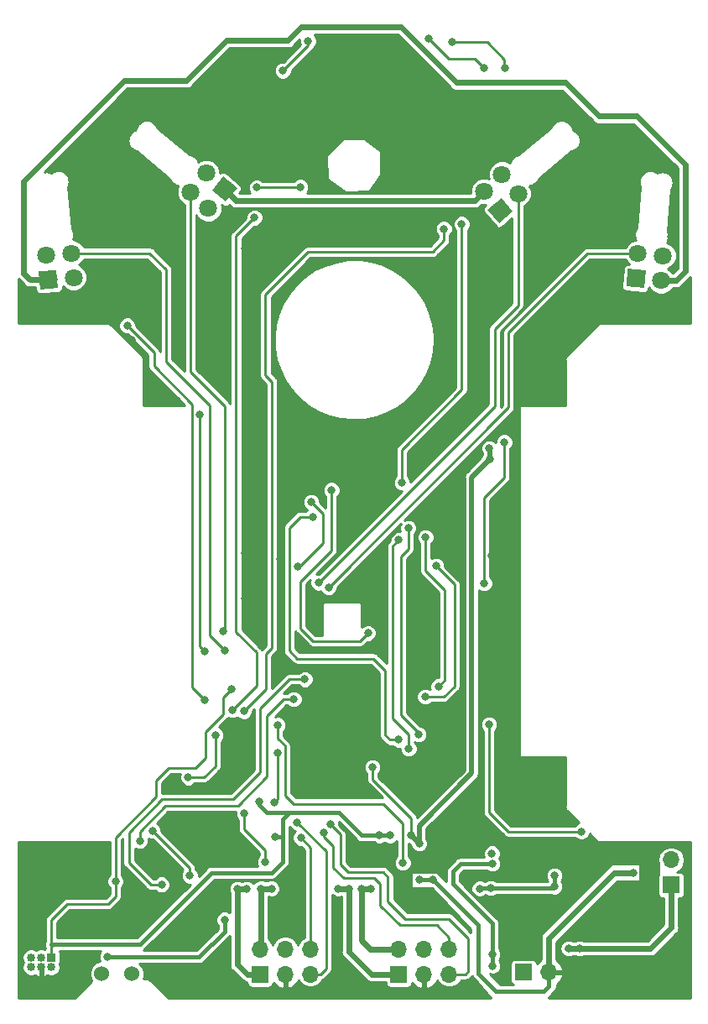
<source format=gbl>
G04 #@! TF.GenerationSoftware,KiCad,Pcbnew,(5.0.0)*
G04 #@! TF.CreationDate,2019-01-08T13:39:35+09:00*
G04 #@! TF.ProjectId,novem,6E6F76656D2E6B696361645F70636200,rev?*
G04 #@! TF.SameCoordinates,PX3473bc0PY17d7840*
G04 #@! TF.FileFunction,Copper,L2,Bot,Signal*
G04 #@! TF.FilePolarity,Positive*
%FSLAX46Y46*%
G04 Gerber Fmt 4.6, Leading zero omitted, Abs format (unit mm)*
G04 Created by KiCad (PCBNEW (5.0.0)) date 01/08/19 13:39:35*
%MOMM*%
%LPD*%
G01*
G04 APERTURE LIST*
G04 #@! TA.AperFunction,ComponentPad*
%ADD10O,1.700000X1.700000*%
G04 #@! TD*
G04 #@! TA.AperFunction,ComponentPad*
%ADD11R,1.700000X1.700000*%
G04 #@! TD*
G04 #@! TA.AperFunction,ComponentPad*
%ADD12C,1.800000*%
G04 #@! TD*
G04 #@! TA.AperFunction,Conductor*
%ADD13C,0.100000*%
G04 #@! TD*
G04 #@! TA.AperFunction,ComponentPad*
%ADD14C,1.524000*%
G04 #@! TD*
G04 #@! TA.AperFunction,ComponentPad*
%ADD15R,0.850000X0.850000*%
G04 #@! TD*
G04 #@! TA.AperFunction,ComponentPad*
%ADD16O,0.850000X0.850000*%
G04 #@! TD*
G04 #@! TA.AperFunction,ViaPad*
%ADD17C,0.800000*%
G04 #@! TD*
G04 #@! TA.AperFunction,Conductor*
%ADD18C,0.250000*%
G04 #@! TD*
G04 #@! TA.AperFunction,Conductor*
%ADD19C,0.400000*%
G04 #@! TD*
G04 #@! TA.AperFunction,Conductor*
%ADD20C,0.600000*%
G04 #@! TD*
G04 #@! TA.AperFunction,Conductor*
%ADD21C,0.500000*%
G04 #@! TD*
G04 #@! TA.AperFunction,Conductor*
%ADD22C,0.254000*%
G04 #@! TD*
G04 APERTURE END LIST*
D10*
G04 #@! TO.P,CN1,2*
G04 #@! TO.N,GND*
X54140000Y-96800000D03*
D11*
G04 #@! TO.P,CN1,1*
G04 #@! TO.N,fun_power*
X51600000Y-96800000D03*
G04 #@! TD*
D12*
G04 #@! TO.P,D1,2*
G04 #@! TO.N,Net-(D1-Pad2)*
X21401019Y-17814268D03*
D13*
G04 #@! TD*
G04 #@! TO.N,Net-(D1-Pad2)*
G04 #@! TO.C,D1*
G36*
X21290088Y-16546319D02*
X22668968Y-17703337D01*
X21511950Y-19082217D01*
X20133070Y-17925199D01*
X21290088Y-16546319D01*
X21290088Y-16546319D01*
G37*
D12*
G04 #@! TO.P,D1,1*
G04 #@! TO.N,Net-(D1-Pad1)*
X19768339Y-19760021D03*
G04 #@! TD*
G04 #@! TO.P,D2,1*
G04 #@! TO.N,Net-(D2-Pad1)*
X6166910Y-26709236D03*
G04 #@! TO.P,D2,2*
G04 #@! TO.N,Net-(D2-Pad2)*
X3636576Y-26930612D03*
D13*
G04 #@! TD*
G04 #@! TO.N,Net-(D2-Pad2)*
G04 #@! TO.C,D2*
G36*
X2818441Y-27905627D02*
X2661561Y-26112477D01*
X4454711Y-25955597D01*
X4611591Y-27748747D01*
X2818441Y-27905627D01*
X2818441Y-27905627D01*
G37*
D12*
G04 #@! TO.P,D4,2*
G04 #@! TO.N,+3V3*
X49231661Y-19960021D03*
D13*
G04 #@! TD*
G04 #@! TO.N,+3V3*
G04 #@! TO.C,D4*
G36*
X50499610Y-20070952D02*
X49120730Y-21227970D01*
X47963712Y-19849090D01*
X49342592Y-18692072D01*
X50499610Y-20070952D01*
X50499610Y-20070952D01*
G37*
D12*
G04 #@! TO.P,D4,1*
G04 #@! TO.N,Net-(D1-Pad2)*
X47598981Y-18014268D03*
G04 #@! TD*
G04 #@! TO.P,D5,1*
G04 #@! TO.N,Net-(D2-Pad2)*
X65463424Y-27030612D03*
G04 #@! TO.P,D5,2*
G04 #@! TO.N,+3V3*
X62933090Y-26809236D03*
D13*
G04 #@! TD*
G04 #@! TO.N,+3V3*
G04 #@! TO.C,D5*
G36*
X61958075Y-27627371D02*
X62114955Y-25834221D01*
X63908105Y-25991101D01*
X63751225Y-27784251D01*
X61958075Y-27627371D01*
X61958075Y-27627371D01*
G37*
D12*
G04 #@! TO.P,Q4,2*
G04 #@! TO.N,sensor0*
X63125135Y-24291424D03*
G04 #@! TO.P,Q4,1*
G04 #@! TO.N,VDD*
X65655470Y-24512800D03*
G04 #@! TD*
G04 #@! TO.P,Q5,1*
G04 #@! TO.N,VDD*
X19579708Y-16157467D03*
G04 #@! TO.P,Q5,2*
G04 #@! TO.N,sensor2*
X17947028Y-18103220D03*
G04 #@! TD*
G04 #@! TO.P,Q6,2*
G04 #@! TO.N,sensor1*
X51036823Y-18248951D03*
G04 #@! TO.P,Q6,1*
G04 #@! TO.N,VDD*
X49404143Y-16303198D03*
G04 #@! TD*
G04 #@! TO.P,Q7,1*
G04 #@! TO.N,VDD*
X3423613Y-24473713D03*
G04 #@! TO.P,Q7,2*
G04 #@! TO.N,sensor3*
X5953948Y-24252338D03*
G04 #@! TD*
D14*
G04 #@! TO.P,SW1,*
G04 #@! TO.N,*
X9012000Y-96924000D03*
X12060000Y-96924000D03*
G04 #@! TD*
D10*
G04 #@! TO.P,U1,6*
G04 #@! TO.N,enc_LB*
X30080000Y-94460000D03*
G04 #@! TO.P,U1,5*
G04 #@! TO.N,enc_LA*
X30080000Y-97000000D03*
G04 #@! TO.P,U1,4*
G04 #@! TO.N,VCC*
X27540000Y-94460000D03*
G04 #@! TO.P,U1,3*
G04 #@! TO.N,GND*
X27540000Y-97000000D03*
G04 #@! TO.P,U1,2*
G04 #@! TO.N,MOTOR_L2*
X25000000Y-94460000D03*
D11*
G04 #@! TO.P,U1,1*
G04 #@! TO.N,MOTOR_L1*
X25000000Y-97000000D03*
G04 #@! TD*
G04 #@! TO.P,U2,1*
G04 #@! TO.N,MOTOR_R1*
X39000000Y-97000000D03*
D10*
G04 #@! TO.P,U2,2*
G04 #@! TO.N,MOTOR_R2*
X39000000Y-94460000D03*
G04 #@! TO.P,U2,3*
G04 #@! TO.N,GND*
X41540000Y-97000000D03*
G04 #@! TO.P,U2,4*
G04 #@! TO.N,VCC*
X41540000Y-94460000D03*
G04 #@! TO.P,U2,5*
G04 #@! TO.N,enc_RA*
X44080000Y-97000000D03*
G04 #@! TO.P,U2,6*
G04 #@! TO.N,enc_RB*
X44080000Y-94460000D03*
G04 #@! TD*
D15*
G04 #@! TO.P,U8,1*
G04 #@! TO.N,VDD*
X3900000Y-95300000D03*
D16*
G04 #@! TO.P,U8,2*
G04 #@! TO.N,usart3_rx*
X3900000Y-96300000D03*
G04 #@! TO.P,U8,3*
G04 #@! TO.N,usart3_tx*
X2900000Y-95300000D03*
G04 #@! TO.P,U8,4*
G04 #@! TO.N,GND*
X2900000Y-96300000D03*
G04 #@! TO.P,U8,5*
G04 #@! TO.N,Net-(U8-Pad5)*
X1900000Y-95300000D03*
G04 #@! TO.P,U8,6*
G04 #@! TO.N,boot*
X1900000Y-96300000D03*
G04 #@! TD*
D10*
G04 #@! TO.P,J1,2*
G04 #@! TO.N,Net-(J1-Pad2)*
X66500000Y-85460000D03*
D11*
G04 #@! TO.P,J1,1*
G04 #@! TO.N,fun_power*
X66500000Y-88000000D03*
G04 #@! TD*
D17*
G04 #@! TO.N,VDD*
X10400000Y-87600000D03*
X37050000Y-83000000D03*
X26550000Y-83100000D03*
X38100000Y-83000000D03*
X24950000Y-79550000D03*
X36350000Y-76100000D03*
X40250000Y-83000000D03*
X41050000Y-83800000D03*
X48150000Y-45050000D03*
X22150000Y-68250000D03*
X48140000Y-43960000D03*
X48140000Y-43960000D03*
X28820000Y-55900000D03*
X30150000Y-49350000D03*
G04 #@! TO.N,GND*
X62700000Y-86800000D03*
X4600000Y-87725000D03*
X5650000Y-99100000D03*
X18550000Y-85300000D03*
X23300000Y-84750000D03*
X42400000Y-87450000D03*
X41050000Y-87450000D03*
X24000000Y-76050000D03*
X15350000Y-86450000D03*
X9600000Y-91500000D03*
X2400000Y-91550000D03*
X14450000Y-94300000D03*
X20300000Y-90650000D03*
X42400000Y-66850000D03*
X41800000Y-77500000D03*
X58520000Y-20500000D03*
X42525000Y-12100000D03*
X28680000Y-13360000D03*
X18200000Y-10030000D03*
X11850000Y-18470000D03*
X15950000Y-77630000D03*
X19280000Y-27380000D03*
X23486000Y-23768000D03*
X30344000Y-20212000D03*
X25264000Y-59074000D03*
X23486000Y-59074000D03*
X48378000Y-54756000D03*
X50450000Y-54756000D03*
X13800000Y-39000000D03*
X16650000Y-39100000D03*
X12050000Y-33050000D03*
X12850000Y-28150000D03*
X12800000Y-30450000D03*
X2400000Y-29100000D03*
X7650000Y-29100000D03*
X11500000Y-25500000D03*
X7750000Y-25400000D03*
X7800000Y-22900000D03*
X4600000Y-15400000D03*
X9530000Y-14300000D03*
X13950000Y-10000000D03*
X13650000Y-15650000D03*
X15750000Y-18100000D03*
X6400000Y-19200000D03*
X16000000Y-24450000D03*
X21200000Y-37550000D03*
X20650000Y-32050000D03*
X19650000Y-22100000D03*
X22100000Y-20050000D03*
X21708000Y-23768000D03*
X21650000Y-27500000D03*
X28050000Y-20212000D03*
X27950000Y-24100000D03*
X25550000Y-26650000D03*
X24200000Y-30500000D03*
X24200000Y-34950000D03*
X25200000Y-37750000D03*
X23600000Y-37700000D03*
X24600000Y-43900000D03*
X25300000Y-54650000D03*
X27050000Y-55100000D03*
X27100000Y-52450000D03*
X29400000Y-47800000D03*
X27300000Y-47750000D03*
X31100000Y-43400000D03*
X31000000Y-46650000D03*
X32600000Y-41850000D03*
X36900000Y-41600000D03*
X37000000Y-44350000D03*
X33350000Y-44300000D03*
X33200000Y-46800000D03*
X36950000Y-46850000D03*
X40550000Y-44300000D03*
X40400000Y-46250000D03*
X41450000Y-40250000D03*
X39000000Y-42600000D03*
X43800000Y-41350000D03*
X46350000Y-39500000D03*
X47050000Y-35800000D03*
X46300000Y-28850000D03*
X49900000Y-28450000D03*
X46400000Y-31250000D03*
X47050000Y-26050000D03*
X46950000Y-20250000D03*
X44050000Y-27500000D03*
X42050000Y-27700000D03*
X41850000Y-23050000D03*
X41950000Y-20050000D03*
X35900000Y-20050000D03*
X35900000Y-23150000D03*
X30200000Y-23100000D03*
X50050000Y-21900000D03*
X49500000Y-24150000D03*
X52850000Y-21650000D03*
X52800000Y-23800000D03*
X58500000Y-25250000D03*
X61450000Y-25250000D03*
X57750000Y-31850000D03*
X53500000Y-31800000D03*
X51850000Y-35050000D03*
X55250000Y-39100000D03*
X55350000Y-35150000D03*
X51900000Y-39050000D03*
X50750000Y-41500000D03*
X50800000Y-46250000D03*
X50450000Y-59350000D03*
X1150000Y-84150000D03*
X9200000Y-84200000D03*
X22300000Y-98800000D03*
X34550000Y-98750000D03*
X46800000Y-98800000D03*
X60150000Y-98800000D03*
X67900000Y-98750000D03*
X37450000Y-17750000D03*
X42500000Y-17750000D03*
X30900000Y-17600000D03*
X27850000Y-16250000D03*
X31550000Y-13350000D03*
X34550000Y-12100000D03*
X36900000Y-12100000D03*
X40900000Y-5500000D03*
X41050000Y-8050000D03*
X55150000Y-9730000D03*
X50950000Y-13650000D03*
X58450000Y-13300000D03*
X55250000Y-16000000D03*
X52950000Y-17850000D03*
X56300000Y-18650000D03*
X62200000Y-21900000D03*
X62700000Y-18850000D03*
X64450000Y-15250000D03*
X66500000Y-22600000D03*
X60950000Y-14800000D03*
X45300000Y-72750000D03*
X45250000Y-75650000D03*
X42400000Y-74000000D03*
X38200000Y-75650000D03*
X27100000Y-58550000D03*
X36250000Y-64150000D03*
X37100000Y-59900000D03*
X40400000Y-57250000D03*
X40250000Y-60750000D03*
X42650000Y-58900000D03*
X42700000Y-61900000D03*
X37250000Y-62350000D03*
X34950000Y-48400000D03*
X37150000Y-49450000D03*
X27350000Y-39750000D03*
X27250000Y-43650000D03*
X24800000Y-46750000D03*
X23450000Y-54500000D03*
X56750000Y-92950000D03*
X62500000Y-90850000D03*
X65250000Y-90800000D03*
X67950000Y-92400000D03*
X67850000Y-89950000D03*
X67900000Y-84050000D03*
X55450000Y-81300000D03*
X55350000Y-75650000D03*
X50850000Y-75700000D03*
X50450000Y-68800000D03*
X50450000Y-64100000D03*
X5300000Y-84050000D03*
X29250000Y-5650000D03*
X29150000Y-9950000D03*
X26400000Y-7250000D03*
X26550000Y-9000000D03*
X20900000Y-8450000D03*
X20900000Y-13950000D03*
X16320000Y-8620000D03*
X8950000Y-17150000D03*
X1850000Y-93800000D03*
X34200000Y-57300000D03*
X37100000Y-56600000D03*
X35600000Y-61200000D03*
X41800000Y-64400000D03*
X60700000Y-28400000D03*
X55500000Y-28400000D03*
X58100000Y-28400000D03*
X50100000Y-94350000D03*
X57150000Y-95650000D03*
X55350000Y-98800000D03*
X64200000Y-98800000D03*
X61800000Y-92600000D03*
X58900000Y-92800000D03*
X64300000Y-87050000D03*
X56500000Y-86500000D03*
X43700000Y-82300000D03*
X27300000Y-90450000D03*
X32750000Y-90400000D03*
X41900000Y-90500000D03*
X48050000Y-12100000D03*
X48000000Y-14350000D03*
X51850000Y-8300000D03*
X20850000Y-10800000D03*
X40950000Y-80400000D03*
X14100000Y-90900000D03*
X12500000Y-92900000D03*
X11700000Y-88250000D03*
X5600000Y-91500000D03*
X35150000Y-85000000D03*
X42600000Y-85750000D03*
G04 #@! TO.N,VBAT*
X54700000Y-88150000D03*
X54700000Y-87050000D03*
X47150000Y-88350000D03*
X48250000Y-88300000D03*
G04 #@! TO.N,VCC*
X48400000Y-84800000D03*
X48450000Y-85850000D03*
X48450000Y-96150000D03*
X48450000Y-95000000D03*
G04 #@! TO.N,batt_analog*
X14150000Y-82550000D03*
X17900000Y-87050000D03*
G04 #@! TO.N,Net-(C14-Pad1)*
X15050000Y-87950000D03*
X29520000Y-67250000D03*
G04 #@! TO.N,led1*
X11580000Y-31560000D03*
X19390000Y-69310000D03*
G04 #@! TO.N,Net-(D9-Pad1)*
X42050000Y-2650000D03*
X47600000Y-5550000D03*
G04 #@! TO.N,Net-(D9-Pad4)*
X44400000Y-2950000D03*
X49700000Y-5550000D03*
G04 #@! TO.N,Net-(D9-Pad3)*
X29850000Y-2850000D03*
X27300000Y-5850000D03*
G04 #@! TO.N,Net-(Q1-Pad1)*
X21400000Y-91500000D03*
X9600000Y-95250000D03*
G04 #@! TO.N,sensor0*
X31900000Y-58000000D03*
G04 #@! TO.N,sensor2*
X21290000Y-62380000D03*
G04 #@! TO.N,sensor1*
X30900000Y-57500000D03*
G04 #@! TO.N,sensor3*
X21410000Y-64300000D03*
G04 #@! TO.N,fun*
X57400000Y-82600000D03*
X48100000Y-71800000D03*
G04 #@! TO.N,buzzer_pwm*
X24440000Y-20680000D03*
X22220000Y-70350000D03*
G04 #@! TO.N,push1*
X23360000Y-70460000D03*
X43550000Y-21800000D03*
G04 #@! TO.N,fledred*
X41660000Y-68990000D03*
X42750000Y-55810000D03*
G04 #@! TO.N,boot*
X12850000Y-83550000D03*
X28410000Y-69250000D03*
G04 #@! TO.N,Net-(R24-Pad1)*
X20500000Y-72900000D03*
X17750000Y-77150000D03*
G04 #@! TO.N,MOTOR_L1*
X22700000Y-88400000D03*
X23650000Y-88400000D03*
G04 #@! TO.N,MOTOR_L2*
X26150000Y-88350000D03*
X25050000Y-88350000D03*
G04 #@! TO.N,enc_LA*
X28750000Y-81700000D03*
G04 #@! TO.N,enc_LB*
X29100000Y-83250000D03*
G04 #@! TO.N,enc_RB*
X31400000Y-82750000D03*
G04 #@! TO.N,enc_RA*
X32100000Y-81900000D03*
G04 #@! TO.N,MOTOR_R2*
X36150000Y-88400000D03*
X35200000Y-88400000D03*
G04 #@! TO.N,SD0*
X39000000Y-73350000D03*
X30300000Y-50850000D03*
G04 #@! TO.N,SCL*
X40000000Y-74250000D03*
X39000000Y-53200000D03*
G04 #@! TO.N,SDI*
X41000000Y-72800000D03*
X39950000Y-52000000D03*
G04 #@! TO.N,fledgreen*
X39310000Y-47390000D03*
X42990000Y-67960000D03*
X45350000Y-21300000D03*
X41700000Y-52900000D03*
G04 #@! TO.N,led2*
X47616000Y-57550000D03*
X49648000Y-43326000D03*
G04 #@! TO.N,fledblue*
X24650000Y-17640000D03*
X29060000Y-17580000D03*
X35880000Y-62590000D03*
X32212000Y-48152000D03*
G04 #@! TO.N,MOTOR_R1*
X32900000Y-88350000D03*
X33950000Y-88350000D03*
G04 #@! TO.N,PWM_L*
X26750000Y-74650000D03*
X26400000Y-79700000D03*
X25500000Y-85650000D03*
X23400000Y-80800000D03*
G04 #@! TO.N,PWM_R*
X39400000Y-85750000D03*
X26750000Y-71850000D03*
G04 #@! TO.N,sensor_paluse_front*
X18914000Y-40532000D03*
X19422000Y-64408000D03*
G04 #@! TO.N,fun_power*
X57250000Y-94400000D03*
X56150000Y-94400000D03*
G04 #@! TD*
D18*
G04 #@! TO.N,VDD*
X3900000Y-95300000D02*
X3900000Y-94000000D01*
X3900000Y-94250000D02*
X4150000Y-94000000D01*
X3900000Y-94350000D02*
X3900000Y-94250000D01*
X3900000Y-94000000D02*
X4150000Y-94000000D01*
X3900000Y-94350000D02*
X3900000Y-95300000D01*
D19*
X3900000Y-94000000D02*
X12850000Y-94000000D01*
X12850000Y-94000000D02*
X20100000Y-86750000D01*
X26200000Y-86750000D02*
X24950000Y-86750000D01*
X27300000Y-85650000D02*
X26200000Y-86750000D01*
X24950000Y-86750000D02*
X20100000Y-86750000D01*
X26600000Y-83150000D02*
X26550000Y-83100000D01*
X27300000Y-83150000D02*
X26600000Y-83150000D01*
X27300000Y-83150000D02*
X27300000Y-85650000D01*
X27950000Y-80700000D02*
X27300000Y-81350000D01*
X27300000Y-81350000D02*
X27300000Y-83150000D01*
X27950000Y-80700000D02*
X25700000Y-80700000D01*
X35250000Y-83000000D02*
X32950000Y-80700000D01*
X37050000Y-83000000D02*
X35250000Y-83000000D01*
X32950000Y-80700000D02*
X27950000Y-80700000D01*
X37050000Y-83000000D02*
X38100000Y-83000000D01*
X24950000Y-79950000D02*
X25700000Y-80700000D01*
X24950000Y-79550000D02*
X24950000Y-79950000D01*
D18*
X10400000Y-87600000D02*
X10400000Y-89150000D01*
X10400000Y-89150000D02*
X9650000Y-89900000D01*
X9650000Y-89900000D02*
X5550000Y-89900000D01*
X3900000Y-91550000D02*
X3900000Y-95300000D01*
X5550000Y-89900000D02*
X3900000Y-91550000D01*
X36350000Y-76100000D02*
X36350000Y-77350000D01*
X36350000Y-77350000D02*
X40250000Y-81250000D01*
X40250000Y-81250000D02*
X40250000Y-83000000D01*
D20*
X40250000Y-83000000D02*
X41050000Y-83800000D01*
D21*
X41050000Y-83800000D02*
X41050000Y-82030000D01*
X41050000Y-82030000D02*
X46340000Y-76740000D01*
X46340000Y-46860000D02*
X48150000Y-45050000D01*
X46340000Y-76740000D02*
X46340000Y-46860000D01*
D18*
X19530000Y-75150000D02*
X19530000Y-72520000D01*
X10400000Y-87600000D02*
X10400000Y-83210000D01*
X10400000Y-83210000D02*
X14510000Y-79100000D01*
X14510000Y-79100000D02*
X14510000Y-77440000D01*
X14510000Y-77440000D02*
X15770000Y-76180000D01*
X15770000Y-76180000D02*
X18500000Y-76180000D01*
X18500000Y-76180000D02*
X19530000Y-75150000D01*
X19690000Y-72360000D02*
X19700000Y-72360000D01*
X19530000Y-72520000D02*
X19690000Y-72360000D01*
X21310000Y-70750000D02*
X21310000Y-69090000D01*
X19700000Y-72360000D02*
X21310000Y-70750000D01*
X21310000Y-69090000D02*
X22150000Y-68250000D01*
D21*
X48150000Y-43970000D02*
X48140000Y-43960000D01*
X48150000Y-45050000D02*
X48150000Y-43970000D01*
D18*
X28820000Y-55900000D02*
X28946000Y-55900000D01*
X28946000Y-55900000D02*
X31360000Y-53486000D01*
X31360000Y-53486000D02*
X31360000Y-50560000D01*
X31360000Y-50560000D02*
X30150000Y-49350000D01*
D20*
G04 #@! TO.N,GND*
X54140000Y-96800000D02*
X54140000Y-93410000D01*
X60750000Y-86800000D02*
X62700000Y-86800000D01*
X54140000Y-93410000D02*
X60750000Y-86800000D01*
D18*
X5650000Y-99100000D02*
X2150000Y-99100000D01*
X2150000Y-99100000D02*
X650000Y-97600000D01*
X650000Y-87100000D02*
X1550000Y-86200000D01*
X1550000Y-86200000D02*
X3750000Y-86200000D01*
X4600000Y-87050000D02*
X4600000Y-87725000D01*
X3750000Y-86200000D02*
X4600000Y-87050000D01*
X18550000Y-85300000D02*
X22750000Y-85300000D01*
X22750000Y-85300000D02*
X23300000Y-84750000D01*
D19*
X42400000Y-87450000D02*
X41050000Y-87450000D01*
X47000000Y-92050000D02*
X42400000Y-87450000D01*
X47000000Y-96950000D02*
X47000000Y-92050000D01*
X48800000Y-98750000D02*
X47000000Y-96950000D01*
X53600000Y-98750000D02*
X48800000Y-98750000D01*
X54140000Y-98210000D02*
X53600000Y-98750000D01*
D18*
X16650000Y-78500000D02*
X15950000Y-77800000D01*
X21550000Y-78500000D02*
X21050000Y-78500000D01*
X24000000Y-76050000D02*
X21550000Y-78500000D01*
X21050000Y-78500000D02*
X16650000Y-78500000D01*
X15350000Y-86450000D02*
X15650000Y-86450000D01*
X15650000Y-86450000D02*
X16450000Y-87250000D01*
X16450000Y-88050000D02*
X16450000Y-88550000D01*
X16450000Y-87250000D02*
X16450000Y-88050000D01*
X16450000Y-88550000D02*
X14100000Y-90900000D01*
X13500000Y-91500000D02*
X9600000Y-91500000D01*
X2400000Y-91550000D02*
X850000Y-91550000D01*
X850000Y-91550000D02*
X650000Y-91550000D01*
X650000Y-97600000D02*
X650000Y-91550000D01*
X650000Y-91550000D02*
X650000Y-87100000D01*
X14450000Y-94300000D02*
X18100000Y-90650000D01*
X18100000Y-90650000D02*
X20300000Y-90650000D01*
D20*
X58520000Y-20500000D02*
X59720000Y-19300000D01*
X59720000Y-19300000D02*
X59720000Y-13540000D01*
X59720000Y-13540000D02*
X55910000Y-9730000D01*
X55910000Y-9730000D02*
X55150000Y-9730000D01*
X53340000Y-9730000D02*
X50970000Y-12100000D01*
X50970000Y-12100000D02*
X48050000Y-12100000D01*
D18*
X18200000Y-10030000D02*
X17730000Y-10030000D01*
D21*
X25350000Y-10030000D02*
X17730000Y-10030000D01*
X17730000Y-10030000D02*
X16320000Y-8620000D01*
X16320000Y-8620000D02*
X12490000Y-8620000D01*
X12490000Y-8620000D02*
X9530000Y-11580000D01*
X9530000Y-16150000D02*
X11850000Y-18470000D01*
X9530000Y-11580000D02*
X9530000Y-14300000D01*
X27440000Y-12120000D02*
X25350000Y-10030000D01*
X28680000Y-13360000D02*
X27440000Y-12120000D01*
X27460000Y-12100000D02*
X27440000Y-12120000D01*
X42525000Y-12100000D02*
X36900000Y-12100000D01*
X42400000Y-66850000D02*
X40510000Y-66850000D01*
X40510000Y-66850000D02*
X40010000Y-67350000D01*
X40010000Y-70010000D02*
X42400000Y-72400000D01*
X40010000Y-67350000D02*
X40010000Y-70010000D01*
X42400000Y-76900000D02*
X41800000Y-77500000D01*
X42400000Y-72400000D02*
X42400000Y-74000000D01*
D18*
X15950000Y-77800000D02*
X15950000Y-77630000D01*
X19280000Y-27380000D02*
X18700000Y-27960000D01*
X18700000Y-27960000D02*
X18700000Y-30230000D01*
X23486000Y-23768000D02*
X23740000Y-23768000D01*
X23740000Y-23768000D02*
X27296000Y-20212000D01*
X27296000Y-20212000D02*
X28050000Y-20212000D01*
X25264000Y-59074000D02*
X23486000Y-59074000D01*
D19*
X54140000Y-96800000D02*
X54140000Y-98210000D01*
D21*
X9530000Y-14300000D02*
X9530000Y-16150000D01*
D18*
X28050000Y-20212000D02*
X30344000Y-20212000D01*
D21*
X34550000Y-12100000D02*
X27460000Y-12100000D01*
X36900000Y-12100000D02*
X34550000Y-12100000D01*
D20*
X55150000Y-9730000D02*
X53340000Y-9730000D01*
X48378000Y-54756000D02*
X50450000Y-54756000D01*
D21*
X42400000Y-74000000D02*
X42400000Y-76900000D01*
X16320000Y-8620000D02*
X16320000Y-8620000D01*
D20*
X48050000Y-12100000D02*
X42525000Y-12100000D01*
D18*
X14100000Y-90900000D02*
X13500000Y-91500000D01*
D19*
G04 #@! TO.N,VBAT*
X54700000Y-87050000D02*
X54700000Y-88150000D01*
X54550000Y-88300000D02*
X54700000Y-88150000D01*
X47200000Y-88300000D02*
X47150000Y-88350000D01*
X49600000Y-88300000D02*
X47200000Y-88300000D01*
X49600000Y-88300000D02*
X54550000Y-88300000D01*
X48250000Y-88300000D02*
X49600000Y-88300000D01*
G04 #@! TO.N,VCC*
X48450000Y-95000000D02*
X48450000Y-96150000D01*
X48450000Y-85850000D02*
X45250000Y-85850000D01*
X45250000Y-85850000D02*
X44450000Y-86650000D01*
X44450000Y-86650000D02*
X44450000Y-87850000D01*
X48450000Y-91850000D02*
X48450000Y-95000000D01*
X44450000Y-87850000D02*
X48450000Y-91850000D01*
D18*
G04 #@! TO.N,batt_analog*
X17900000Y-86300000D02*
X14150000Y-82550000D01*
X17900000Y-87050000D02*
X17900000Y-86300000D01*
G04 #@! TO.N,Net-(C14-Pad1)*
X25000000Y-70190000D02*
X27940000Y-67250000D01*
X25000000Y-76600000D02*
X25000000Y-70190000D01*
X13950000Y-87950000D02*
X11750000Y-85750000D01*
X15050000Y-87950000D02*
X13950000Y-87950000D01*
X11750000Y-85750000D02*
X11750000Y-82700000D01*
X11750000Y-82700000D02*
X15100000Y-79350000D01*
X15100000Y-79350000D02*
X22250000Y-79350000D01*
X27940000Y-67250000D02*
X29520000Y-67250000D01*
X22250000Y-79350000D02*
X25000000Y-76600000D01*
G04 #@! TO.N,led1*
X14290000Y-34270000D02*
X11580000Y-31560000D01*
X14290000Y-35670000D02*
X14290000Y-34270000D01*
X18130000Y-39510000D02*
X14290000Y-35670000D01*
X18130000Y-68050000D02*
X18130000Y-67630000D01*
X19390000Y-69310000D02*
X18130000Y-68050000D01*
X18130000Y-39510000D02*
X18130000Y-67630000D01*
G04 #@! TO.N,Net-(D9-Pad1)*
X44050000Y-4650000D02*
X42050000Y-2650000D01*
X44050000Y-4650000D02*
X46700000Y-4650000D01*
X46700000Y-4650000D02*
X47600000Y-5550000D01*
G04 #@! TO.N,Net-(D9-Pad4)*
X44400000Y-2950000D02*
X47900000Y-2950000D01*
X49650000Y-5500000D02*
X49700000Y-5550000D01*
X49650000Y-4700000D02*
X49650000Y-5500000D01*
X47900000Y-2950000D02*
X49650000Y-4700000D01*
G04 #@! TO.N,Net-(D9-Pad3)*
X29850000Y-3300000D02*
X29850000Y-2850000D01*
X27300000Y-5850000D02*
X29850000Y-3300000D01*
D19*
G04 #@! TO.N,Net-(Q1-Pad1)*
X21400000Y-91500000D02*
X21400000Y-92700000D01*
X21400000Y-92700000D02*
X18850000Y-95250000D01*
X18850000Y-95250000D02*
X9600000Y-95250000D01*
D18*
G04 #@! TO.N,sensor0*
X50072000Y-32249424D02*
X58030000Y-24291424D01*
X58030000Y-24291424D02*
X63125135Y-24291424D01*
X50072000Y-39828000D02*
X50072000Y-38500000D01*
X31900000Y-58000000D02*
X50072000Y-39828000D01*
X50072000Y-38500000D02*
X50072000Y-32249424D01*
G04 #@! TO.N,sensor2*
X17947028Y-36197028D02*
X17947028Y-18103220D01*
X21440000Y-39690000D02*
X17947028Y-36197028D01*
X21440000Y-62230000D02*
X21440000Y-53310000D01*
X21290000Y-62380000D02*
X21440000Y-62230000D01*
X21440000Y-39690000D02*
X21440000Y-53310000D01*
G04 #@! TO.N,sensor1*
X51036823Y-29519177D02*
X48660000Y-31896000D01*
X51036823Y-18248951D02*
X51036823Y-29519177D01*
X48660000Y-39740000D02*
X48660000Y-36400000D01*
X30900000Y-57500000D02*
X48660000Y-39740000D01*
X48660000Y-36400000D02*
X48660000Y-31896000D01*
G04 #@! TO.N,sensor3*
X5953948Y-24252338D02*
X13852338Y-24252338D01*
X13852338Y-24252338D02*
X15500000Y-25900000D01*
X15500000Y-25900000D02*
X15500000Y-35200000D01*
X15500000Y-35200000D02*
X19910000Y-39610000D01*
X19910000Y-62800000D02*
X19910000Y-61120000D01*
X21410000Y-64300000D02*
X19910000Y-62800000D01*
X19910000Y-61120000D02*
X19910000Y-39610000D01*
G04 #@! TO.N,fun*
X48100000Y-71800000D02*
X48100000Y-80640000D01*
X50060000Y-82600000D02*
X57400000Y-82600000D01*
X48100000Y-80640000D02*
X50060000Y-82600000D01*
G04 #@! TO.N,buzzer_pwm*
X22580000Y-22540000D02*
X24440000Y-20680000D01*
X22580000Y-62480000D02*
X22580000Y-22540000D01*
X24650000Y-64550000D02*
X22580000Y-62480000D01*
X24650000Y-67920000D02*
X24650000Y-64550000D01*
X22220000Y-70350000D02*
X24650000Y-67920000D01*
G04 #@! TO.N,push1*
X43550000Y-22970000D02*
X43550000Y-21800000D01*
X29860000Y-24120000D02*
X42400000Y-24120000D01*
X25540000Y-28440000D02*
X29860000Y-24120000D01*
X42400000Y-24120000D02*
X43550000Y-22970000D01*
X23360000Y-70460000D02*
X25550000Y-68270000D01*
X25550000Y-68270000D02*
X25550000Y-64700000D01*
X25540000Y-36590000D02*
X25540000Y-28440000D01*
X26200000Y-64050000D02*
X25550000Y-64700000D01*
X26200000Y-37250000D02*
X26200000Y-64050000D01*
X26200000Y-37250000D02*
X25540000Y-36590000D01*
G04 #@! TO.N,fledred*
X43560000Y-68990000D02*
X41660000Y-68990000D01*
X44600000Y-67950000D02*
X43560000Y-68990000D01*
X44600000Y-57660000D02*
X44600000Y-67950000D01*
X42750000Y-55810000D02*
X44600000Y-57660000D01*
G04 #@! TO.N,boot*
X12850000Y-82600000D02*
X12850000Y-83550000D01*
X27400000Y-69250000D02*
X25700000Y-70950000D01*
X25700000Y-70950000D02*
X25700000Y-77050000D01*
X25700000Y-77050000D02*
X22750000Y-80000000D01*
X22750000Y-80000000D02*
X15450000Y-80000000D01*
X15450000Y-80000000D02*
X12850000Y-82600000D01*
X28410000Y-69250000D02*
X27400000Y-69250000D01*
G04 #@! TO.N,Net-(R24-Pad1)*
X17750000Y-77150000D02*
X19350000Y-77150000D01*
X20500000Y-76000000D02*
X20500000Y-72900000D01*
X19350000Y-77150000D02*
X20500000Y-76000000D01*
D20*
G04 #@! TO.N,MOTOR_L1*
X22700000Y-88400000D02*
X23650000Y-88400000D01*
X22700000Y-96000000D02*
X22700000Y-88400000D01*
X25000000Y-97000000D02*
X23700000Y-97000000D01*
X23700000Y-97000000D02*
X22700000Y-96000000D01*
G04 #@! TO.N,MOTOR_L2*
X25050000Y-94410000D02*
X25000000Y-94460000D01*
X25050000Y-88350000D02*
X25050000Y-94410000D01*
X25050000Y-88350000D02*
X26150000Y-88350000D01*
D18*
G04 #@! TO.N,enc_LA*
X31100000Y-97000000D02*
X30080000Y-97000000D01*
X28750000Y-81700000D02*
X31650000Y-84600000D01*
X31650000Y-96450000D02*
X31100000Y-97000000D01*
X31650000Y-84600000D02*
X31650000Y-96450000D01*
G04 #@! TO.N,enc_LB*
X30080000Y-94460000D02*
X30080000Y-84230000D01*
X30080000Y-84230000D02*
X29100000Y-83250000D01*
G04 #@! TO.N,enc_RB*
X44080000Y-94460000D02*
X44080000Y-93280000D01*
X44080000Y-93280000D02*
X42850000Y-92050000D01*
X42850000Y-92050000D02*
X39100000Y-92050000D01*
X39100000Y-92050000D02*
X37100000Y-90050000D01*
X31400000Y-82750000D02*
X31400000Y-83100000D01*
X31400000Y-83100000D02*
X32400000Y-84100000D01*
X32400000Y-84100000D02*
X32400000Y-86250000D01*
X32400000Y-86250000D02*
X33450000Y-87300000D01*
X36550000Y-87300000D02*
X37100000Y-87850000D01*
X33450000Y-87300000D02*
X36550000Y-87300000D01*
X37100000Y-90050000D02*
X37100000Y-87850000D01*
G04 #@! TO.N,enc_RA*
X45700000Y-97000000D02*
X44080000Y-97000000D01*
X46000000Y-96700000D02*
X45700000Y-97000000D01*
X39650000Y-91400000D02*
X44050000Y-91400000D01*
X32100000Y-81900000D02*
X33100000Y-82900000D01*
X33100000Y-82900000D02*
X33100000Y-85950000D01*
X46000000Y-93350000D02*
X46000000Y-96700000D01*
X33100000Y-85950000D02*
X33850000Y-86700000D01*
X44050000Y-91400000D02*
X46000000Y-93350000D01*
X33850000Y-86700000D02*
X37400000Y-86700000D01*
X37400000Y-86700000D02*
X37900000Y-87200000D01*
X37900000Y-89650000D02*
X39650000Y-91400000D01*
X37900000Y-87200000D02*
X37900000Y-89650000D01*
D20*
G04 #@! TO.N,MOTOR_R2*
X35200000Y-88400000D02*
X35200000Y-93550000D01*
X36110000Y-94460000D02*
X39000000Y-94460000D01*
X35200000Y-93550000D02*
X36110000Y-94460000D01*
X35200000Y-88400000D02*
X36150000Y-88400000D01*
D18*
G04 #@! TO.N,SD0*
X37650000Y-72900000D02*
X38100000Y-73350000D01*
X38100000Y-73350000D02*
X39000000Y-73350000D01*
X37650000Y-66400000D02*
X37650000Y-72900000D01*
X30300000Y-50850000D02*
X29050000Y-50850000D01*
X29050000Y-50850000D02*
X27950000Y-51950000D01*
X27950000Y-51950000D02*
X27950000Y-64350000D01*
X27950000Y-64350000D02*
X28750000Y-65150000D01*
X28750000Y-65150000D02*
X36400000Y-65150000D01*
X36400000Y-65150000D02*
X37650000Y-66400000D01*
G04 #@! TO.N,SCL*
X40000000Y-74250000D02*
X40000000Y-72850000D01*
X39000000Y-53200000D02*
X38350000Y-53850000D01*
X38350000Y-71200000D02*
X39300000Y-72150000D01*
X38350000Y-53850000D02*
X38350000Y-71200000D01*
X39300000Y-72150000D02*
X40000000Y-72850000D01*
G04 #@! TO.N,SDI*
X41000000Y-72800000D02*
X41000000Y-72650000D01*
X41000000Y-72650000D02*
X39200000Y-70850000D01*
X39200000Y-70850000D02*
X39200000Y-54850000D01*
X39950000Y-52000000D02*
X39950000Y-54100000D01*
X39200000Y-54850000D02*
X39950000Y-54100000D01*
G04 #@! TO.N,fledgreen*
X39310000Y-44090000D02*
X39310000Y-47390000D01*
X45350000Y-21300000D02*
X45350000Y-38050000D01*
X45350000Y-38050000D02*
X39310000Y-44090000D01*
X41700000Y-56300000D02*
X41700000Y-52900000D01*
X43620000Y-58220000D02*
X41700000Y-56300000D01*
X42990000Y-67960000D02*
X43620000Y-67330000D01*
X43620000Y-67330000D02*
X43620000Y-58220000D01*
G04 #@! TO.N,led2*
X47616000Y-57550000D02*
X47616000Y-48914000D01*
X47616000Y-48914000D02*
X49648000Y-46882000D01*
X49648000Y-46882000D02*
X49648000Y-43326000D01*
G04 #@! TO.N,fledblue*
X24650000Y-17640000D02*
X24710000Y-17580000D01*
X24710000Y-17580000D02*
X29060000Y-17580000D01*
X29074000Y-57804000D02*
X29074000Y-60090000D01*
X35078000Y-63392000D02*
X35880000Y-62590000D01*
X29074000Y-62122000D02*
X30344000Y-63392000D01*
X29074000Y-61360000D02*
X29074000Y-62122000D01*
X30344000Y-63392000D02*
X35078000Y-63392000D01*
X29074000Y-57804000D02*
X29074000Y-58312000D01*
X32212000Y-48450000D02*
X32212000Y-48152000D01*
X32212000Y-53650000D02*
X32212000Y-54238000D01*
X32212000Y-48450000D02*
X32212000Y-53650000D01*
X29074000Y-57376000D02*
X29074000Y-58850000D01*
X32212000Y-54238000D02*
X29074000Y-57376000D01*
X29074000Y-58312000D02*
X29074000Y-58850000D01*
X29074000Y-58850000D02*
X29074000Y-61360000D01*
D20*
G04 #@! TO.N,MOTOR_R1*
X33950000Y-94700000D02*
X36250000Y-97000000D01*
X33950000Y-88350000D02*
X33950000Y-94700000D01*
X36250000Y-97000000D02*
X39000000Y-97000000D01*
X33950000Y-88350000D02*
X32900000Y-88350000D01*
D18*
G04 #@! TO.N,PWM_L*
X26750000Y-74650000D02*
X26750000Y-79350000D01*
X26750000Y-79350000D02*
X26400000Y-79700000D01*
X25500000Y-85650000D02*
X25500000Y-84500000D01*
X23400000Y-82400000D02*
X23400000Y-80800000D01*
X25500000Y-84500000D02*
X23400000Y-82400000D01*
G04 #@! TO.N,PWM_R*
X39400000Y-82550000D02*
X39400000Y-85750000D01*
X39400000Y-81750000D02*
X39400000Y-82550000D01*
X26750000Y-71850000D02*
X26750000Y-73200000D01*
X26750000Y-73200000D02*
X27500000Y-73950000D01*
X27500000Y-73950000D02*
X27500000Y-78950000D01*
X27500000Y-78950000D02*
X28350000Y-79800000D01*
X28350000Y-79800000D02*
X37450000Y-79800000D01*
X37450000Y-79800000D02*
X39400000Y-81750000D01*
G04 #@! TO.N,sensor_paluse_front*
X18914000Y-63900000D02*
X19422000Y-64408000D01*
X18914000Y-57804000D02*
X18914000Y-63900000D01*
X18914000Y-57804000D02*
X18914000Y-40532000D01*
D20*
G04 #@! TO.N,Net-(D1-Pad2)*
X46663249Y-18950000D02*
X47598981Y-18014268D01*
X21401019Y-17814268D02*
X22536751Y-18950000D01*
X22536751Y-18950000D02*
X46663249Y-18950000D01*
G04 #@! TO.N,Net-(D2-Pad2)*
X67900000Y-26100000D02*
X66969388Y-27030612D01*
X67900000Y-15350000D02*
X67900000Y-26100000D01*
X63000000Y-10450000D02*
X67900000Y-15350000D01*
X59200000Y-10450000D02*
X63000000Y-10450000D01*
X55800000Y-7050000D02*
X59200000Y-10450000D01*
X39200000Y-1450000D02*
X44800000Y-7050000D01*
X66969388Y-27030612D02*
X65463424Y-27030612D01*
X29150000Y-1450000D02*
X39200000Y-1450000D01*
X1780612Y-26930612D02*
X1150000Y-26300000D01*
X1150000Y-26300000D02*
X1150000Y-17000000D01*
X44800000Y-7050000D02*
X55800000Y-7050000D01*
X3636576Y-26930612D02*
X1780612Y-26930612D01*
X1150000Y-17000000D02*
X11300000Y-6850000D01*
X21600000Y-2800000D02*
X17550000Y-6850000D01*
X27800000Y-2800000D02*
X21600000Y-2800000D01*
X11300000Y-6850000D02*
X17550000Y-6850000D01*
X27800000Y-2800000D02*
X29150000Y-1450000D01*
G04 #@! TO.N,fun_power*
X66500000Y-92300000D02*
X66500000Y-88000000D01*
X56000000Y-94400000D02*
X57250000Y-94400000D01*
X64400000Y-94400000D02*
X66500000Y-92300000D01*
X56000000Y-94400000D02*
X64400000Y-94400000D01*
G04 #@! TD*
D22*
G04 #@! TO.N,GND*
G36*
X21199334Y-19454778D02*
X21365703Y-19546051D01*
X21554338Y-19566710D01*
X21736519Y-19513609D01*
X21883529Y-19395621D01*
X21933215Y-19445308D01*
X21976565Y-19510186D01*
X22132796Y-19614576D01*
X22233580Y-19681918D01*
X22536751Y-19742222D01*
X22613277Y-19727000D01*
X46586724Y-19727000D01*
X46663249Y-19742222D01*
X46739774Y-19727000D01*
X46739775Y-19727000D01*
X46966419Y-19681918D01*
X47223435Y-19510186D01*
X47266787Y-19445305D01*
X47322070Y-19390022D01*
X47325079Y-19391268D01*
X47752706Y-19391268D01*
X47651096Y-19476529D01*
X47532320Y-19624521D01*
X47479219Y-19806702D01*
X47499878Y-19995337D01*
X47591151Y-20161706D01*
X48748169Y-21540586D01*
X48896161Y-21659362D01*
X49078342Y-21712463D01*
X49266977Y-21691804D01*
X49433346Y-21600531D01*
X50434823Y-20760192D01*
X50434824Y-29269819D01*
X48276243Y-31428401D01*
X48225984Y-31461983D01*
X48192402Y-31512242D01*
X48192399Y-31512245D01*
X48092930Y-31661112D01*
X48046208Y-31896000D01*
X48058001Y-31955287D01*
X48058000Y-36459287D01*
X48058001Y-36459292D01*
X48058000Y-39490643D01*
X40187000Y-47361643D01*
X40187000Y-47215554D01*
X40053484Y-46893220D01*
X39912000Y-46751736D01*
X39912000Y-44339356D01*
X45733758Y-38517599D01*
X45784017Y-38484017D01*
X45817599Y-38433758D01*
X45817601Y-38433756D01*
X45917070Y-38284889D01*
X45917071Y-38284888D01*
X45952000Y-38109288D01*
X45952000Y-38109283D01*
X45963792Y-38050000D01*
X45952000Y-37990717D01*
X45952000Y-21938264D01*
X46093484Y-21796780D01*
X46227000Y-21474446D01*
X46227000Y-21125554D01*
X46093484Y-20803220D01*
X45846780Y-20556516D01*
X45524446Y-20423000D01*
X45175554Y-20423000D01*
X44853220Y-20556516D01*
X44606516Y-20803220D01*
X44473000Y-21125554D01*
X44473000Y-21474446D01*
X44606516Y-21796780D01*
X44748000Y-21938264D01*
X44748001Y-37800642D01*
X38926245Y-43622399D01*
X38875983Y-43655983D01*
X38742929Y-43855113D01*
X38708000Y-44030713D01*
X38708000Y-44030717D01*
X38696208Y-44090000D01*
X38708000Y-44149283D01*
X38708001Y-46751735D01*
X38566516Y-46893220D01*
X38433000Y-47215554D01*
X38433000Y-47564446D01*
X38566516Y-47886780D01*
X38813220Y-48133484D01*
X39135554Y-48267000D01*
X39281644Y-48267000D01*
X30925644Y-56623000D01*
X30725554Y-56623000D01*
X30644982Y-56656374D01*
X32595758Y-54705599D01*
X32646017Y-54672017D01*
X32679599Y-54621758D01*
X32679601Y-54621756D01*
X32779070Y-54472889D01*
X32779071Y-54472888D01*
X32814000Y-54297288D01*
X32814000Y-54297284D01*
X32825792Y-54238001D01*
X32814000Y-54178718D01*
X32814000Y-48790264D01*
X32955484Y-48648780D01*
X33089000Y-48326446D01*
X33089000Y-47977554D01*
X32955484Y-47655220D01*
X32708780Y-47408516D01*
X32386446Y-47275000D01*
X32037554Y-47275000D01*
X31715220Y-47408516D01*
X31468516Y-47655220D01*
X31335000Y-47977554D01*
X31335000Y-48326446D01*
X31468516Y-48648780D01*
X31610000Y-48790264D01*
X31610000Y-49958644D01*
X31027000Y-49375644D01*
X31027000Y-49175554D01*
X30893484Y-48853220D01*
X30646780Y-48606516D01*
X30324446Y-48473000D01*
X29975554Y-48473000D01*
X29653220Y-48606516D01*
X29406516Y-48853220D01*
X29273000Y-49175554D01*
X29273000Y-49524446D01*
X29406516Y-49846780D01*
X29653220Y-50093484D01*
X29768501Y-50141235D01*
X29661736Y-50248000D01*
X29109283Y-50248000D01*
X29050000Y-50236208D01*
X28990717Y-50248000D01*
X28990712Y-50248000D01*
X28815112Y-50282929D01*
X28815110Y-50282930D01*
X28815111Y-50282930D01*
X28666244Y-50382399D01*
X28666242Y-50382401D01*
X28615983Y-50415983D01*
X28582401Y-50466242D01*
X27566245Y-51482399D01*
X27515983Y-51515983D01*
X27382929Y-51715113D01*
X27348000Y-51890713D01*
X27348000Y-51890717D01*
X27336208Y-51950000D01*
X27348000Y-52009283D01*
X27348001Y-64290712D01*
X27336208Y-64350000D01*
X27382930Y-64584888D01*
X27482399Y-64733755D01*
X27482402Y-64733758D01*
X27515984Y-64784017D01*
X27566243Y-64817599D01*
X28282401Y-65533758D01*
X28315983Y-65584017D01*
X28366242Y-65617599D01*
X28366244Y-65617601D01*
X28462599Y-65681983D01*
X28515112Y-65717071D01*
X28690712Y-65752000D01*
X28690717Y-65752000D01*
X28750000Y-65763792D01*
X28809283Y-65752000D01*
X36150644Y-65752000D01*
X37048000Y-66649357D01*
X37048001Y-72840712D01*
X37036208Y-72900000D01*
X37048001Y-72959288D01*
X37049385Y-72966244D01*
X37082930Y-73134888D01*
X37182399Y-73283755D01*
X37182402Y-73283758D01*
X37215984Y-73334017D01*
X37266243Y-73367599D01*
X37632401Y-73733757D01*
X37665983Y-73784017D01*
X37716242Y-73817599D01*
X37716244Y-73817601D01*
X37759914Y-73846780D01*
X37865112Y-73917071D01*
X38040712Y-73952000D01*
X38040716Y-73952000D01*
X38099999Y-73963792D01*
X38159282Y-73952000D01*
X38361736Y-73952000D01*
X38503220Y-74093484D01*
X38825554Y-74227000D01*
X39123000Y-74227000D01*
X39123000Y-74424446D01*
X39256516Y-74746780D01*
X39503220Y-74993484D01*
X39825554Y-75127000D01*
X40174446Y-75127000D01*
X40496780Y-74993484D01*
X40743484Y-74746780D01*
X40877000Y-74424446D01*
X40877000Y-74075554D01*
X40743484Y-73753220D01*
X40602000Y-73611736D01*
X40602000Y-73584400D01*
X40825554Y-73677000D01*
X41174446Y-73677000D01*
X41496780Y-73543484D01*
X41743484Y-73296780D01*
X41877000Y-72974446D01*
X41877000Y-72625554D01*
X41743484Y-72303220D01*
X41496780Y-72056516D01*
X41174446Y-71923000D01*
X41124356Y-71923000D01*
X39802000Y-70600644D01*
X39802000Y-68815554D01*
X40783000Y-68815554D01*
X40783000Y-69164446D01*
X40916516Y-69486780D01*
X41163220Y-69733484D01*
X41485554Y-69867000D01*
X41834446Y-69867000D01*
X42156780Y-69733484D01*
X42298264Y-69592000D01*
X43500717Y-69592000D01*
X43560000Y-69603792D01*
X43619283Y-69592000D01*
X43619288Y-69592000D01*
X43794888Y-69557071D01*
X43994017Y-69424017D01*
X44027601Y-69373755D01*
X44983758Y-68417599D01*
X45034017Y-68384017D01*
X45067599Y-68333758D01*
X45067601Y-68333756D01*
X45131983Y-68237401D01*
X45167071Y-68184888D01*
X45202000Y-68009288D01*
X45202000Y-68009284D01*
X45213792Y-67950001D01*
X45202000Y-67890718D01*
X45202000Y-57719282D01*
X45213792Y-57659999D01*
X45202000Y-57600716D01*
X45202000Y-57600712D01*
X45167071Y-57425112D01*
X45130235Y-57369983D01*
X45067601Y-57276244D01*
X45067599Y-57276242D01*
X45034017Y-57225983D01*
X44983758Y-57192401D01*
X43627000Y-55835644D01*
X43627000Y-55635554D01*
X43493484Y-55313220D01*
X43246780Y-55066516D01*
X42924446Y-54933000D01*
X42575554Y-54933000D01*
X42302000Y-55046311D01*
X42302000Y-53538264D01*
X42443484Y-53396780D01*
X42577000Y-53074446D01*
X42577000Y-52725554D01*
X42443484Y-52403220D01*
X42196780Y-52156516D01*
X41874446Y-52023000D01*
X41525554Y-52023000D01*
X41203220Y-52156516D01*
X40956516Y-52403220D01*
X40823000Y-52725554D01*
X40823000Y-53074446D01*
X40956516Y-53396780D01*
X41098001Y-53538265D01*
X41098000Y-56240717D01*
X41086208Y-56300000D01*
X41098000Y-56359283D01*
X41098000Y-56359287D01*
X41132929Y-56534887D01*
X41265983Y-56734017D01*
X41316245Y-56767601D01*
X43018001Y-58469358D01*
X43018000Y-67080643D01*
X43015643Y-67083000D01*
X42815554Y-67083000D01*
X42493220Y-67216516D01*
X42246516Y-67463220D01*
X42113000Y-67785554D01*
X42113000Y-68134446D01*
X42161289Y-68251025D01*
X42156780Y-68246516D01*
X41834446Y-68113000D01*
X41485554Y-68113000D01*
X41163220Y-68246516D01*
X40916516Y-68493220D01*
X40783000Y-68815554D01*
X39802000Y-68815554D01*
X39802000Y-55099356D01*
X40333758Y-54567599D01*
X40384017Y-54534017D01*
X40417599Y-54483758D01*
X40417601Y-54483756D01*
X40517070Y-54334889D01*
X40517071Y-54334888D01*
X40552000Y-54159288D01*
X40552000Y-54159284D01*
X40563792Y-54100001D01*
X40552000Y-54040718D01*
X40552000Y-52638264D01*
X40693484Y-52496780D01*
X40827000Y-52174446D01*
X40827000Y-51825554D01*
X40693484Y-51503220D01*
X40446780Y-51256516D01*
X40124446Y-51123000D01*
X39775554Y-51123000D01*
X39524271Y-51227086D01*
X50455758Y-40295599D01*
X50506017Y-40262017D01*
X50539599Y-40211758D01*
X50539601Y-40211756D01*
X50639070Y-40062889D01*
X50639071Y-40062888D01*
X50674000Y-39887288D01*
X50674000Y-39887283D01*
X50685792Y-39828000D01*
X50674000Y-39768717D01*
X50674000Y-32498780D01*
X58279357Y-24893424D01*
X61884038Y-24893424D01*
X61957771Y-25071432D01*
X62243615Y-25357276D01*
X62157343Y-25349728D01*
X61968708Y-25370387D01*
X61802339Y-25461660D01*
X61683563Y-25609652D01*
X61630462Y-25791833D01*
X61473582Y-27584983D01*
X61494241Y-27773618D01*
X61585514Y-27939987D01*
X61733506Y-28058763D01*
X61915687Y-28111864D01*
X63708837Y-28268744D01*
X63897472Y-28248085D01*
X64063841Y-28156812D01*
X64182617Y-28008820D01*
X64235718Y-27826639D01*
X64247398Y-27693139D01*
X64296060Y-27810620D01*
X64683416Y-28197976D01*
X65189522Y-28407612D01*
X65737326Y-28407612D01*
X66243432Y-28197976D01*
X66630788Y-27810620D01*
X66632034Y-27807612D01*
X66892863Y-27807612D01*
X66969388Y-27822834D01*
X67045913Y-27807612D01*
X67045914Y-27807612D01*
X67272558Y-27762530D01*
X67529574Y-27590798D01*
X67572926Y-27525917D01*
X68395305Y-26703538D01*
X68423000Y-26685033D01*
X68423000Y-31308406D01*
X59528621Y-31308406D01*
X59471793Y-31297102D01*
X59414965Y-31308406D01*
X59246660Y-31341884D01*
X59055800Y-31469412D01*
X59023608Y-31517591D01*
X55982186Y-34559014D01*
X55934007Y-34591206D01*
X55817225Y-34765983D01*
X55806479Y-34782066D01*
X55761696Y-35007200D01*
X55773001Y-35064033D01*
X55773001Y-39623000D01*
X51250000Y-39623000D01*
X51201399Y-39632667D01*
X51160197Y-39660197D01*
X51132667Y-39701399D01*
X51123000Y-39750000D01*
X51123000Y-75000000D01*
X51132667Y-75048601D01*
X51160197Y-75089803D01*
X51201399Y-75117333D01*
X51250000Y-75127000D01*
X55773000Y-75127000D01*
X55773000Y-80033646D01*
X55761696Y-80090474D01*
X55773000Y-80147302D01*
X55806478Y-80315607D01*
X55934006Y-80506468D01*
X55982188Y-80538662D01*
X57183814Y-81740289D01*
X56903220Y-81856516D01*
X56761736Y-81998000D01*
X50309357Y-81998000D01*
X48702000Y-80390644D01*
X48702000Y-72438264D01*
X48843484Y-72296780D01*
X48977000Y-71974446D01*
X48977000Y-71625554D01*
X48843484Y-71303220D01*
X48596780Y-71056516D01*
X48274446Y-70923000D01*
X47925554Y-70923000D01*
X47603220Y-71056516D01*
X47356516Y-71303220D01*
X47223000Y-71625554D01*
X47223000Y-71974446D01*
X47356516Y-72296780D01*
X47498000Y-72438264D01*
X47498001Y-80580712D01*
X47486208Y-80640000D01*
X47498001Y-80699288D01*
X47498143Y-80700000D01*
X47532930Y-80874888D01*
X47632399Y-81023755D01*
X47632402Y-81023758D01*
X47665984Y-81074017D01*
X47716243Y-81107599D01*
X49592401Y-82983758D01*
X49625983Y-83034017D01*
X49676242Y-83067599D01*
X49676244Y-83067601D01*
X49719914Y-83096780D01*
X49825112Y-83167071D01*
X50000712Y-83202000D01*
X50000713Y-83202000D01*
X50060000Y-83213793D01*
X50119287Y-83202000D01*
X56761736Y-83202000D01*
X56903220Y-83343484D01*
X57225554Y-83477000D01*
X57574446Y-83477000D01*
X57896780Y-83343484D01*
X58143484Y-83096780D01*
X58259711Y-82816186D01*
X58901816Y-83458292D01*
X58934006Y-83506468D01*
X58982182Y-83538658D01*
X58982183Y-83538659D01*
X59124865Y-83633996D01*
X59350000Y-83678778D01*
X59406829Y-83667474D01*
X68423001Y-83667474D01*
X68423000Y-99430200D01*
X54138479Y-99430200D01*
X54899170Y-98479336D01*
X54917333Y-98448601D01*
X54927000Y-98400000D01*
X54927000Y-98053349D01*
X55335183Y-97681358D01*
X55581486Y-97156892D01*
X55460819Y-96927000D01*
X54267000Y-96927000D01*
X54267000Y-96947000D01*
X54013000Y-96947000D01*
X54013000Y-96927000D01*
X53993000Y-96927000D01*
X53993000Y-96673000D01*
X54013000Y-96673000D01*
X54013000Y-96653000D01*
X54267000Y-96653000D01*
X54267000Y-96673000D01*
X55460819Y-96673000D01*
X55581486Y-96443108D01*
X55335183Y-95918642D01*
X54906924Y-95528355D01*
X54877000Y-95515961D01*
X54877000Y-94400000D01*
X55207778Y-94400000D01*
X55268082Y-94703170D01*
X55439814Y-94960186D01*
X55530549Y-95020813D01*
X55653220Y-95143484D01*
X55975554Y-95277000D01*
X56324446Y-95277000D01*
X56565866Y-95177000D01*
X56834134Y-95177000D01*
X57075554Y-95277000D01*
X57424446Y-95277000D01*
X57665866Y-95177000D01*
X64323475Y-95177000D01*
X64400000Y-95192222D01*
X64476525Y-95177000D01*
X64476526Y-95177000D01*
X64703170Y-95131918D01*
X64960186Y-94960186D01*
X65003538Y-94895305D01*
X66995309Y-92903535D01*
X67060186Y-92860186D01*
X67231918Y-92603170D01*
X67277000Y-92376526D01*
X67277000Y-92376525D01*
X67292222Y-92300001D01*
X67277000Y-92223476D01*
X67277000Y-89336344D01*
X67350000Y-89336344D01*
X67536116Y-89299323D01*
X67693897Y-89193897D01*
X67799323Y-89036116D01*
X67836344Y-88850000D01*
X67836344Y-87150000D01*
X67799323Y-86963884D01*
X67693897Y-86806103D01*
X67536116Y-86700677D01*
X67350000Y-86663656D01*
X67087138Y-86663656D01*
X67456713Y-86416713D01*
X67750006Y-85977770D01*
X67852997Y-85460000D01*
X67750006Y-84942230D01*
X67456713Y-84503287D01*
X67017770Y-84209994D01*
X66630696Y-84133000D01*
X66369304Y-84133000D01*
X65982230Y-84209994D01*
X65543287Y-84503287D01*
X65249994Y-84942230D01*
X65147003Y-85460000D01*
X65215903Y-85806384D01*
X65210197Y-85810197D01*
X65182667Y-85851399D01*
X65173000Y-85900000D01*
X65173000Y-87000000D01*
X65182667Y-87048601D01*
X65183560Y-87049937D01*
X65163656Y-87150000D01*
X65163656Y-88850000D01*
X65200677Y-89036116D01*
X65306103Y-89193897D01*
X65463884Y-89299323D01*
X65650000Y-89336344D01*
X65723001Y-89336344D01*
X65723000Y-91978156D01*
X64078157Y-93623000D01*
X57665866Y-93623000D01*
X57424446Y-93523000D01*
X57075554Y-93523000D01*
X56834134Y-93623000D01*
X56565866Y-93623000D01*
X56324446Y-93523000D01*
X55975554Y-93523000D01*
X55653220Y-93656516D01*
X55530549Y-93779187D01*
X55439814Y-93839814D01*
X55268082Y-94096830D01*
X55207778Y-94400000D01*
X54877000Y-94400000D01*
X54877000Y-93802606D01*
X61052606Y-87627000D01*
X63250000Y-87627000D01*
X63298601Y-87617333D01*
X63339803Y-87589803D01*
X63367333Y-87548601D01*
X63377000Y-87500000D01*
X63377000Y-86000000D01*
X63367333Y-85951399D01*
X63339803Y-85910197D01*
X63298601Y-85882667D01*
X63250000Y-85873000D01*
X60500000Y-85873000D01*
X60451399Y-85882667D01*
X60410197Y-85910197D01*
X53410197Y-92910197D01*
X53382667Y-92951399D01*
X53373000Y-93000000D01*
X53373000Y-95528424D01*
X52944817Y-95918642D01*
X52934483Y-95940646D01*
X52899323Y-95763884D01*
X52793897Y-95606103D01*
X52636116Y-95500677D01*
X52450000Y-95463656D01*
X50750000Y-95463656D01*
X50563884Y-95500677D01*
X50406103Y-95606103D01*
X50300677Y-95763884D01*
X50263656Y-95950000D01*
X50263656Y-97650000D01*
X50300677Y-97836116D01*
X50406103Y-97993897D01*
X50524489Y-98073000D01*
X49252606Y-98073000D01*
X48157852Y-96978246D01*
X48275554Y-97027000D01*
X48624446Y-97027000D01*
X48946780Y-96893484D01*
X49193484Y-96646780D01*
X49327000Y-96324446D01*
X49327000Y-95975554D01*
X49193484Y-95653220D01*
X49127000Y-95586736D01*
X49127000Y-95563264D01*
X49193484Y-95496780D01*
X49327000Y-95174446D01*
X49327000Y-94825554D01*
X49193484Y-94503220D01*
X49127000Y-94436736D01*
X49127000Y-91916676D01*
X49140263Y-91849999D01*
X49118346Y-91739815D01*
X49087720Y-91585848D01*
X48995613Y-91448000D01*
X48975859Y-91418436D01*
X48975858Y-91418435D01*
X48938089Y-91361910D01*
X48881565Y-91324142D01*
X45732976Y-88175554D01*
X46273000Y-88175554D01*
X46273000Y-88524446D01*
X46406516Y-88846780D01*
X46653220Y-89093484D01*
X46975554Y-89227000D01*
X47324446Y-89227000D01*
X47646780Y-89093484D01*
X47725000Y-89015264D01*
X47753220Y-89043484D01*
X48075554Y-89177000D01*
X48424446Y-89177000D01*
X48746780Y-89043484D01*
X48813264Y-88977000D01*
X54404844Y-88977000D01*
X54525554Y-89027000D01*
X54874446Y-89027000D01*
X55196780Y-88893484D01*
X55443484Y-88646780D01*
X55577000Y-88324446D01*
X55577000Y-87975554D01*
X55443484Y-87653220D01*
X55390264Y-87600000D01*
X55443484Y-87546780D01*
X55577000Y-87224446D01*
X55577000Y-86875554D01*
X55443484Y-86553220D01*
X55196780Y-86306516D01*
X54874446Y-86173000D01*
X54525554Y-86173000D01*
X54203220Y-86306516D01*
X53956516Y-86553220D01*
X53823000Y-86875554D01*
X53823000Y-87224446D01*
X53956516Y-87546780D01*
X54009736Y-87600000D01*
X53986736Y-87623000D01*
X48813264Y-87623000D01*
X48746780Y-87556516D01*
X48424446Y-87423000D01*
X48075554Y-87423000D01*
X47753220Y-87556516D01*
X47686736Y-87623000D01*
X47663264Y-87623000D01*
X47646780Y-87606516D01*
X47324446Y-87473000D01*
X46975554Y-87473000D01*
X46653220Y-87606516D01*
X46406516Y-87853220D01*
X46273000Y-88175554D01*
X45732976Y-88175554D01*
X45127000Y-87569579D01*
X45127000Y-86930421D01*
X45530422Y-86527000D01*
X47886736Y-86527000D01*
X47953220Y-86593484D01*
X48275554Y-86727000D01*
X48624446Y-86727000D01*
X48946780Y-86593484D01*
X49193484Y-86346780D01*
X49327000Y-86024446D01*
X49327000Y-85675554D01*
X49193484Y-85353220D01*
X49140264Y-85300000D01*
X49143484Y-85296780D01*
X49277000Y-84974446D01*
X49277000Y-84625554D01*
X49143484Y-84303220D01*
X48896780Y-84056516D01*
X48574446Y-83923000D01*
X48225554Y-83923000D01*
X47903220Y-84056516D01*
X47656516Y-84303220D01*
X47523000Y-84625554D01*
X47523000Y-84974446D01*
X47605244Y-85173000D01*
X45316676Y-85173000D01*
X45250000Y-85159737D01*
X45183323Y-85173000D01*
X45183322Y-85173000D01*
X44985848Y-85212280D01*
X44761910Y-85361910D01*
X44724138Y-85418440D01*
X44018440Y-86124138D01*
X43961910Y-86161911D01*
X43812280Y-86385849D01*
X43778988Y-86553220D01*
X43759737Y-86650000D01*
X43773000Y-86716677D01*
X43773001Y-87633495D01*
X42891776Y-86712215D01*
X42848601Y-86682667D01*
X42800000Y-86673000D01*
X40400000Y-86673000D01*
X40351399Y-86682667D01*
X40310197Y-86710197D01*
X40282667Y-86751399D01*
X40273000Y-86800000D01*
X40273000Y-88200000D01*
X40282667Y-88248601D01*
X40310197Y-88289803D01*
X40351399Y-88317333D01*
X40400000Y-88327000D01*
X42345571Y-88327000D01*
X46273000Y-92450800D01*
X46273000Y-92771644D01*
X44517600Y-91016244D01*
X44484017Y-90965983D01*
X44284888Y-90832929D01*
X44109288Y-90798000D01*
X44109283Y-90798000D01*
X44050000Y-90786208D01*
X43990717Y-90798000D01*
X39899357Y-90798000D01*
X38502000Y-89400644D01*
X38502000Y-87259283D01*
X38513792Y-87200000D01*
X38502000Y-87140717D01*
X38502000Y-87140712D01*
X38467071Y-86965112D01*
X38407230Y-86875554D01*
X38367601Y-86816244D01*
X38367599Y-86816242D01*
X38334017Y-86765983D01*
X38283758Y-86732401D01*
X37867600Y-86316244D01*
X37834017Y-86265983D01*
X37634888Y-86132929D01*
X37459288Y-86098000D01*
X37459283Y-86098000D01*
X37400000Y-86086208D01*
X37340717Y-86098000D01*
X34099357Y-86098000D01*
X33702000Y-85700644D01*
X33702000Y-82959287D01*
X33713793Y-82900000D01*
X33701032Y-82835848D01*
X33667071Y-82665112D01*
X33625716Y-82603220D01*
X33567601Y-82516244D01*
X33567599Y-82516242D01*
X33534017Y-82465983D01*
X33483758Y-82432401D01*
X32977000Y-81925644D01*
X32977000Y-81725554D01*
X32947914Y-81655336D01*
X34724138Y-83431560D01*
X34761910Y-83488090D01*
X34985848Y-83637720D01*
X35183322Y-83677000D01*
X35183323Y-83677000D01*
X35249999Y-83690263D01*
X35316676Y-83677000D01*
X36486736Y-83677000D01*
X36553220Y-83743484D01*
X36875554Y-83877000D01*
X37224446Y-83877000D01*
X37546780Y-83743484D01*
X37575000Y-83715264D01*
X37603220Y-83743484D01*
X37925554Y-83877000D01*
X38274446Y-83877000D01*
X38596780Y-83743484D01*
X38798000Y-83542264D01*
X38798001Y-85111735D01*
X38656516Y-85253220D01*
X38523000Y-85575554D01*
X38523000Y-85924446D01*
X38656516Y-86246780D01*
X38903220Y-86493484D01*
X39225554Y-86627000D01*
X39574446Y-86627000D01*
X39896780Y-86493484D01*
X40143484Y-86246780D01*
X40277000Y-85924446D01*
X40277000Y-85575554D01*
X40143484Y-85253220D01*
X40002000Y-85111736D01*
X40002000Y-83850843D01*
X40206516Y-84055359D01*
X40306516Y-84296780D01*
X40553220Y-84543484D01*
X40875554Y-84677000D01*
X41224446Y-84677000D01*
X41546780Y-84543484D01*
X41793484Y-84296780D01*
X41927000Y-83974446D01*
X41927000Y-83625554D01*
X41793484Y-83303220D01*
X41777000Y-83286736D01*
X41777000Y-82331132D01*
X46803441Y-77304692D01*
X46864136Y-77264137D01*
X46904692Y-77203441D01*
X46904694Y-77203439D01*
X47024818Y-77023661D01*
X47032756Y-76983756D01*
X47067000Y-76811599D01*
X47067000Y-76811595D01*
X47081241Y-76740000D01*
X47067000Y-76668405D01*
X47067000Y-58241264D01*
X47119220Y-58293484D01*
X47441554Y-58427000D01*
X47790446Y-58427000D01*
X48112780Y-58293484D01*
X48359484Y-58046780D01*
X48493000Y-57724446D01*
X48493000Y-57375554D01*
X48359484Y-57053220D01*
X48218000Y-56911736D01*
X48218000Y-49163356D01*
X50031758Y-47349599D01*
X50082017Y-47316017D01*
X50115599Y-47265758D01*
X50115601Y-47265756D01*
X50215070Y-47116889D01*
X50215071Y-47116888D01*
X50250000Y-46941288D01*
X50250000Y-46941283D01*
X50261792Y-46882000D01*
X50250000Y-46822717D01*
X50250000Y-43964264D01*
X50391484Y-43822780D01*
X50525000Y-43500446D01*
X50525000Y-43151554D01*
X50391484Y-42829220D01*
X50144780Y-42582516D01*
X49822446Y-42449000D01*
X49473554Y-42449000D01*
X49151220Y-42582516D01*
X48904516Y-42829220D01*
X48771000Y-43151554D01*
X48771000Y-43350736D01*
X48636780Y-43216516D01*
X48314446Y-43083000D01*
X47965554Y-43083000D01*
X47643220Y-43216516D01*
X47396516Y-43463220D01*
X47263000Y-43785554D01*
X47263000Y-44134446D01*
X47396516Y-44456780D01*
X47423001Y-44483265D01*
X47423000Y-44536736D01*
X47406516Y-44553220D01*
X47273000Y-44875554D01*
X47273000Y-44898866D01*
X45876562Y-46295306D01*
X45815864Y-46335863D01*
X45775307Y-46396561D01*
X45775306Y-46396562D01*
X45655182Y-46576340D01*
X45598759Y-46860000D01*
X45613001Y-46931600D01*
X45613000Y-76438867D01*
X40853518Y-81198350D01*
X40852000Y-81190717D01*
X40852000Y-81190712D01*
X40817071Y-81015112D01*
X40777918Y-80956516D01*
X40717601Y-80866244D01*
X40717599Y-80866242D01*
X40684017Y-80815983D01*
X40633758Y-80782401D01*
X36952000Y-77100644D01*
X36952000Y-76738264D01*
X37093484Y-76596780D01*
X37227000Y-76274446D01*
X37227000Y-75925554D01*
X37093484Y-75603220D01*
X36846780Y-75356516D01*
X36524446Y-75223000D01*
X36175554Y-75223000D01*
X35853220Y-75356516D01*
X35606516Y-75603220D01*
X35473000Y-75925554D01*
X35473000Y-76274446D01*
X35606516Y-76596780D01*
X35748001Y-76738265D01*
X35748001Y-77290713D01*
X35736208Y-77350000D01*
X35782930Y-77584888D01*
X35882399Y-77733755D01*
X35882402Y-77733758D01*
X35915984Y-77784017D01*
X35966243Y-77817599D01*
X37346644Y-79198000D01*
X28599357Y-79198000D01*
X28102000Y-78700644D01*
X28102000Y-74009282D01*
X28113792Y-73949999D01*
X28102000Y-73890716D01*
X28102000Y-73890712D01*
X28067071Y-73715112D01*
X27979301Y-73583755D01*
X27967601Y-73566244D01*
X27967599Y-73566242D01*
X27934017Y-73515983D01*
X27883758Y-73482401D01*
X27352000Y-72950644D01*
X27352000Y-72488264D01*
X27493484Y-72346780D01*
X27627000Y-72024446D01*
X27627000Y-71675554D01*
X27493484Y-71353220D01*
X27246780Y-71106516D01*
X26924446Y-70973000D01*
X26575554Y-70973000D01*
X26494982Y-71006374D01*
X27649357Y-69852000D01*
X27771736Y-69852000D01*
X27913220Y-69993484D01*
X28235554Y-70127000D01*
X28584446Y-70127000D01*
X28906780Y-69993484D01*
X29153484Y-69746780D01*
X29287000Y-69424446D01*
X29287000Y-69075554D01*
X29153484Y-68753220D01*
X28906780Y-68506516D01*
X28584446Y-68373000D01*
X28235554Y-68373000D01*
X27913220Y-68506516D01*
X27771736Y-68648000D01*
X27459282Y-68648000D01*
X27404294Y-68637062D01*
X28189357Y-67852000D01*
X28881736Y-67852000D01*
X29023220Y-67993484D01*
X29345554Y-68127000D01*
X29694446Y-68127000D01*
X30016780Y-67993484D01*
X30263484Y-67746780D01*
X30397000Y-67424446D01*
X30397000Y-67075554D01*
X30263484Y-66753220D01*
X30016780Y-66506516D01*
X29694446Y-66373000D01*
X29345554Y-66373000D01*
X29023220Y-66506516D01*
X28881736Y-66648000D01*
X27999283Y-66648000D01*
X27940000Y-66636208D01*
X27880717Y-66648000D01*
X27880712Y-66648000D01*
X27705112Y-66682929D01*
X27705110Y-66682930D01*
X27705111Y-66682930D01*
X27556244Y-66782399D01*
X27556242Y-66782401D01*
X27505983Y-66815983D01*
X27472401Y-66866242D01*
X26152000Y-68186643D01*
X26152000Y-64949356D01*
X26583757Y-64517599D01*
X26634017Y-64484017D01*
X26667599Y-64433758D01*
X26667601Y-64433756D01*
X26746876Y-64315112D01*
X26767071Y-64284888D01*
X26802000Y-64109288D01*
X26802000Y-64109283D01*
X26813792Y-64050000D01*
X26802000Y-63990717D01*
X26802000Y-37309283D01*
X26813792Y-37250000D01*
X26802000Y-37190717D01*
X26802000Y-37190712D01*
X26767071Y-37015112D01*
X26731983Y-36962599D01*
X26667601Y-36866244D01*
X26667599Y-36866242D01*
X26634017Y-36815983D01*
X26583758Y-36782401D01*
X26142000Y-36340644D01*
X26142000Y-32632696D01*
X26411335Y-32632696D01*
X26443035Y-33804192D01*
X26643516Y-34958842D01*
X27008577Y-36072457D01*
X27530572Y-37121708D01*
X28198565Y-38084617D01*
X28998564Y-38941011D01*
X29913809Y-39672950D01*
X30925127Y-40265101D01*
X32011333Y-40705060D01*
X33149673Y-40983610D01*
X34316301Y-41094916D01*
X35486776Y-41036646D01*
X36636580Y-40810021D01*
X37741626Y-40419789D01*
X38778765Y-39874124D01*
X39726271Y-39184456D01*
X40564294Y-38365235D01*
X41275281Y-37433619D01*
X41844335Y-36409127D01*
X42259538Y-35313219D01*
X42512190Y-34168852D01*
X42597000Y-33000000D01*
X42585151Y-32562124D01*
X42437256Y-31399569D01*
X42123087Y-30270540D01*
X41649227Y-29198689D01*
X41025601Y-28206469D01*
X40265275Y-27314667D01*
X39384175Y-26541963D01*
X38400759Y-25904545D01*
X37335629Y-25415765D01*
X36211097Y-25085864D01*
X35050720Y-24921750D01*
X33878806Y-24926864D01*
X32719905Y-25101097D01*
X31598295Y-25440799D01*
X30537470Y-25938855D01*
X29559655Y-26584831D01*
X28685331Y-27365194D01*
X27932816Y-28263598D01*
X27317873Y-29261221D01*
X26853385Y-30337167D01*
X26549080Y-31468894D01*
X26411335Y-32632696D01*
X26142000Y-32632696D01*
X26142000Y-28689356D01*
X30109357Y-24722000D01*
X42340717Y-24722000D01*
X42400000Y-24733792D01*
X42459283Y-24722000D01*
X42459288Y-24722000D01*
X42634888Y-24687071D01*
X42834017Y-24554017D01*
X42867601Y-24503755D01*
X43933758Y-23437599D01*
X43984017Y-23404017D01*
X44017599Y-23353758D01*
X44017601Y-23353756D01*
X44117070Y-23204889D01*
X44117071Y-23204888D01*
X44152000Y-23029288D01*
X44152000Y-23029287D01*
X44163793Y-22970000D01*
X44152000Y-22910713D01*
X44152000Y-22438264D01*
X44293484Y-22296780D01*
X44427000Y-21974446D01*
X44427000Y-21625554D01*
X44293484Y-21303220D01*
X44046780Y-21056516D01*
X43724446Y-20923000D01*
X43375554Y-20923000D01*
X43053220Y-21056516D01*
X42806516Y-21303220D01*
X42673000Y-21625554D01*
X42673000Y-21974446D01*
X42806516Y-22296780D01*
X42948000Y-22438264D01*
X42948000Y-22720643D01*
X42150644Y-23518000D01*
X29919287Y-23518000D01*
X29860000Y-23506207D01*
X29800713Y-23518000D01*
X29800712Y-23518000D01*
X29625112Y-23552929D01*
X29592365Y-23574810D01*
X29476244Y-23652399D01*
X29476242Y-23652401D01*
X29425983Y-23685983D01*
X29392401Y-23736242D01*
X25156243Y-27972401D01*
X25105984Y-28005983D01*
X25072402Y-28056242D01*
X25072399Y-28056245D01*
X24972930Y-28205112D01*
X24926208Y-28440000D01*
X24938001Y-28499288D01*
X24938000Y-36530717D01*
X24926208Y-36590000D01*
X24938000Y-36649283D01*
X24938000Y-36649287D01*
X24972929Y-36824887D01*
X25105983Y-37024017D01*
X25156245Y-37057601D01*
X25598000Y-37499357D01*
X25598001Y-63800642D01*
X25166243Y-64232401D01*
X25163175Y-64234451D01*
X25162576Y-64233554D01*
X25117601Y-64166244D01*
X25117599Y-64166242D01*
X25084017Y-64115983D01*
X25033758Y-64082401D01*
X23182000Y-62230644D01*
X23182000Y-22789356D01*
X24414357Y-21557000D01*
X24614446Y-21557000D01*
X24936780Y-21423484D01*
X25183484Y-21176780D01*
X25317000Y-20854446D01*
X25317000Y-20505554D01*
X25183484Y-20183220D01*
X24936780Y-19936516D01*
X24614446Y-19803000D01*
X24265554Y-19803000D01*
X23943220Y-19936516D01*
X23696516Y-20183220D01*
X23563000Y-20505554D01*
X23563000Y-20705643D01*
X22196243Y-22072401D01*
X22145984Y-22105983D01*
X22112402Y-22156242D01*
X22112399Y-22156245D01*
X22047298Y-22253677D01*
X22012930Y-22305112D01*
X21982384Y-22458680D01*
X21966208Y-22540000D01*
X21978001Y-22599288D01*
X21978001Y-39411605D01*
X21874017Y-39255983D01*
X21823755Y-39222399D01*
X18549028Y-35947672D01*
X18549028Y-20414618D01*
X18600975Y-20540029D01*
X18988331Y-20927385D01*
X19494437Y-21137021D01*
X20042241Y-21137021D01*
X20548347Y-20927385D01*
X20935703Y-20540029D01*
X21145339Y-20033923D01*
X21145339Y-19486119D01*
X21096677Y-19368639D01*
X21199334Y-19454778D01*
X21199334Y-19454778D01*
G37*
X21199334Y-19454778D02*
X21365703Y-19546051D01*
X21554338Y-19566710D01*
X21736519Y-19513609D01*
X21883529Y-19395621D01*
X21933215Y-19445308D01*
X21976565Y-19510186D01*
X22132796Y-19614576D01*
X22233580Y-19681918D01*
X22536751Y-19742222D01*
X22613277Y-19727000D01*
X46586724Y-19727000D01*
X46663249Y-19742222D01*
X46739774Y-19727000D01*
X46739775Y-19727000D01*
X46966419Y-19681918D01*
X47223435Y-19510186D01*
X47266787Y-19445305D01*
X47322070Y-19390022D01*
X47325079Y-19391268D01*
X47752706Y-19391268D01*
X47651096Y-19476529D01*
X47532320Y-19624521D01*
X47479219Y-19806702D01*
X47499878Y-19995337D01*
X47591151Y-20161706D01*
X48748169Y-21540586D01*
X48896161Y-21659362D01*
X49078342Y-21712463D01*
X49266977Y-21691804D01*
X49433346Y-21600531D01*
X50434823Y-20760192D01*
X50434824Y-29269819D01*
X48276243Y-31428401D01*
X48225984Y-31461983D01*
X48192402Y-31512242D01*
X48192399Y-31512245D01*
X48092930Y-31661112D01*
X48046208Y-31896000D01*
X48058001Y-31955287D01*
X48058000Y-36459287D01*
X48058001Y-36459292D01*
X48058000Y-39490643D01*
X40187000Y-47361643D01*
X40187000Y-47215554D01*
X40053484Y-46893220D01*
X39912000Y-46751736D01*
X39912000Y-44339356D01*
X45733758Y-38517599D01*
X45784017Y-38484017D01*
X45817599Y-38433758D01*
X45817601Y-38433756D01*
X45917070Y-38284889D01*
X45917071Y-38284888D01*
X45952000Y-38109288D01*
X45952000Y-38109283D01*
X45963792Y-38050000D01*
X45952000Y-37990717D01*
X45952000Y-21938264D01*
X46093484Y-21796780D01*
X46227000Y-21474446D01*
X46227000Y-21125554D01*
X46093484Y-20803220D01*
X45846780Y-20556516D01*
X45524446Y-20423000D01*
X45175554Y-20423000D01*
X44853220Y-20556516D01*
X44606516Y-20803220D01*
X44473000Y-21125554D01*
X44473000Y-21474446D01*
X44606516Y-21796780D01*
X44748000Y-21938264D01*
X44748001Y-37800642D01*
X38926245Y-43622399D01*
X38875983Y-43655983D01*
X38742929Y-43855113D01*
X38708000Y-44030713D01*
X38708000Y-44030717D01*
X38696208Y-44090000D01*
X38708000Y-44149283D01*
X38708001Y-46751735D01*
X38566516Y-46893220D01*
X38433000Y-47215554D01*
X38433000Y-47564446D01*
X38566516Y-47886780D01*
X38813220Y-48133484D01*
X39135554Y-48267000D01*
X39281644Y-48267000D01*
X30925644Y-56623000D01*
X30725554Y-56623000D01*
X30644982Y-56656374D01*
X32595758Y-54705599D01*
X32646017Y-54672017D01*
X32679599Y-54621758D01*
X32679601Y-54621756D01*
X32779070Y-54472889D01*
X32779071Y-54472888D01*
X32814000Y-54297288D01*
X32814000Y-54297284D01*
X32825792Y-54238001D01*
X32814000Y-54178718D01*
X32814000Y-48790264D01*
X32955484Y-48648780D01*
X33089000Y-48326446D01*
X33089000Y-47977554D01*
X32955484Y-47655220D01*
X32708780Y-47408516D01*
X32386446Y-47275000D01*
X32037554Y-47275000D01*
X31715220Y-47408516D01*
X31468516Y-47655220D01*
X31335000Y-47977554D01*
X31335000Y-48326446D01*
X31468516Y-48648780D01*
X31610000Y-48790264D01*
X31610000Y-49958644D01*
X31027000Y-49375644D01*
X31027000Y-49175554D01*
X30893484Y-48853220D01*
X30646780Y-48606516D01*
X30324446Y-48473000D01*
X29975554Y-48473000D01*
X29653220Y-48606516D01*
X29406516Y-48853220D01*
X29273000Y-49175554D01*
X29273000Y-49524446D01*
X29406516Y-49846780D01*
X29653220Y-50093484D01*
X29768501Y-50141235D01*
X29661736Y-50248000D01*
X29109283Y-50248000D01*
X29050000Y-50236208D01*
X28990717Y-50248000D01*
X28990712Y-50248000D01*
X28815112Y-50282929D01*
X28815110Y-50282930D01*
X28815111Y-50282930D01*
X28666244Y-50382399D01*
X28666242Y-50382401D01*
X28615983Y-50415983D01*
X28582401Y-50466242D01*
X27566245Y-51482399D01*
X27515983Y-51515983D01*
X27382929Y-51715113D01*
X27348000Y-51890713D01*
X27348000Y-51890717D01*
X27336208Y-51950000D01*
X27348000Y-52009283D01*
X27348001Y-64290712D01*
X27336208Y-64350000D01*
X27382930Y-64584888D01*
X27482399Y-64733755D01*
X27482402Y-64733758D01*
X27515984Y-64784017D01*
X27566243Y-64817599D01*
X28282401Y-65533758D01*
X28315983Y-65584017D01*
X28366242Y-65617599D01*
X28366244Y-65617601D01*
X28462599Y-65681983D01*
X28515112Y-65717071D01*
X28690712Y-65752000D01*
X28690717Y-65752000D01*
X28750000Y-65763792D01*
X28809283Y-65752000D01*
X36150644Y-65752000D01*
X37048000Y-66649357D01*
X37048001Y-72840712D01*
X37036208Y-72900000D01*
X37048001Y-72959288D01*
X37049385Y-72966244D01*
X37082930Y-73134888D01*
X37182399Y-73283755D01*
X37182402Y-73283758D01*
X37215984Y-73334017D01*
X37266243Y-73367599D01*
X37632401Y-73733757D01*
X37665983Y-73784017D01*
X37716242Y-73817599D01*
X37716244Y-73817601D01*
X37759914Y-73846780D01*
X37865112Y-73917071D01*
X38040712Y-73952000D01*
X38040716Y-73952000D01*
X38099999Y-73963792D01*
X38159282Y-73952000D01*
X38361736Y-73952000D01*
X38503220Y-74093484D01*
X38825554Y-74227000D01*
X39123000Y-74227000D01*
X39123000Y-74424446D01*
X39256516Y-74746780D01*
X39503220Y-74993484D01*
X39825554Y-75127000D01*
X40174446Y-75127000D01*
X40496780Y-74993484D01*
X40743484Y-74746780D01*
X40877000Y-74424446D01*
X40877000Y-74075554D01*
X40743484Y-73753220D01*
X40602000Y-73611736D01*
X40602000Y-73584400D01*
X40825554Y-73677000D01*
X41174446Y-73677000D01*
X41496780Y-73543484D01*
X41743484Y-73296780D01*
X41877000Y-72974446D01*
X41877000Y-72625554D01*
X41743484Y-72303220D01*
X41496780Y-72056516D01*
X41174446Y-71923000D01*
X41124356Y-71923000D01*
X39802000Y-70600644D01*
X39802000Y-68815554D01*
X40783000Y-68815554D01*
X40783000Y-69164446D01*
X40916516Y-69486780D01*
X41163220Y-69733484D01*
X41485554Y-69867000D01*
X41834446Y-69867000D01*
X42156780Y-69733484D01*
X42298264Y-69592000D01*
X43500717Y-69592000D01*
X43560000Y-69603792D01*
X43619283Y-69592000D01*
X43619288Y-69592000D01*
X43794888Y-69557071D01*
X43994017Y-69424017D01*
X44027601Y-69373755D01*
X44983758Y-68417599D01*
X45034017Y-68384017D01*
X45067599Y-68333758D01*
X45067601Y-68333756D01*
X45131983Y-68237401D01*
X45167071Y-68184888D01*
X45202000Y-68009288D01*
X45202000Y-68009284D01*
X45213792Y-67950001D01*
X45202000Y-67890718D01*
X45202000Y-57719282D01*
X45213792Y-57659999D01*
X45202000Y-57600716D01*
X45202000Y-57600712D01*
X45167071Y-57425112D01*
X45130235Y-57369983D01*
X45067601Y-57276244D01*
X45067599Y-57276242D01*
X45034017Y-57225983D01*
X44983758Y-57192401D01*
X43627000Y-55835644D01*
X43627000Y-55635554D01*
X43493484Y-55313220D01*
X43246780Y-55066516D01*
X42924446Y-54933000D01*
X42575554Y-54933000D01*
X42302000Y-55046311D01*
X42302000Y-53538264D01*
X42443484Y-53396780D01*
X42577000Y-53074446D01*
X42577000Y-52725554D01*
X42443484Y-52403220D01*
X42196780Y-52156516D01*
X41874446Y-52023000D01*
X41525554Y-52023000D01*
X41203220Y-52156516D01*
X40956516Y-52403220D01*
X40823000Y-52725554D01*
X40823000Y-53074446D01*
X40956516Y-53396780D01*
X41098001Y-53538265D01*
X41098000Y-56240717D01*
X41086208Y-56300000D01*
X41098000Y-56359283D01*
X41098000Y-56359287D01*
X41132929Y-56534887D01*
X41265983Y-56734017D01*
X41316245Y-56767601D01*
X43018001Y-58469358D01*
X43018000Y-67080643D01*
X43015643Y-67083000D01*
X42815554Y-67083000D01*
X42493220Y-67216516D01*
X42246516Y-67463220D01*
X42113000Y-67785554D01*
X42113000Y-68134446D01*
X42161289Y-68251025D01*
X42156780Y-68246516D01*
X41834446Y-68113000D01*
X41485554Y-68113000D01*
X41163220Y-68246516D01*
X40916516Y-68493220D01*
X40783000Y-68815554D01*
X39802000Y-68815554D01*
X39802000Y-55099356D01*
X40333758Y-54567599D01*
X40384017Y-54534017D01*
X40417599Y-54483758D01*
X40417601Y-54483756D01*
X40517070Y-54334889D01*
X40517071Y-54334888D01*
X40552000Y-54159288D01*
X40552000Y-54159284D01*
X40563792Y-54100001D01*
X40552000Y-54040718D01*
X40552000Y-52638264D01*
X40693484Y-52496780D01*
X40827000Y-52174446D01*
X40827000Y-51825554D01*
X40693484Y-51503220D01*
X40446780Y-51256516D01*
X40124446Y-51123000D01*
X39775554Y-51123000D01*
X39524271Y-51227086D01*
X50455758Y-40295599D01*
X50506017Y-40262017D01*
X50539599Y-40211758D01*
X50539601Y-40211756D01*
X50639070Y-40062889D01*
X50639071Y-40062888D01*
X50674000Y-39887288D01*
X50674000Y-39887283D01*
X50685792Y-39828000D01*
X50674000Y-39768717D01*
X50674000Y-32498780D01*
X58279357Y-24893424D01*
X61884038Y-24893424D01*
X61957771Y-25071432D01*
X62243615Y-25357276D01*
X62157343Y-25349728D01*
X61968708Y-25370387D01*
X61802339Y-25461660D01*
X61683563Y-25609652D01*
X61630462Y-25791833D01*
X61473582Y-27584983D01*
X61494241Y-27773618D01*
X61585514Y-27939987D01*
X61733506Y-28058763D01*
X61915687Y-28111864D01*
X63708837Y-28268744D01*
X63897472Y-28248085D01*
X64063841Y-28156812D01*
X64182617Y-28008820D01*
X64235718Y-27826639D01*
X64247398Y-27693139D01*
X64296060Y-27810620D01*
X64683416Y-28197976D01*
X65189522Y-28407612D01*
X65737326Y-28407612D01*
X66243432Y-28197976D01*
X66630788Y-27810620D01*
X66632034Y-27807612D01*
X66892863Y-27807612D01*
X66969388Y-27822834D01*
X67045913Y-27807612D01*
X67045914Y-27807612D01*
X67272558Y-27762530D01*
X67529574Y-27590798D01*
X67572926Y-27525917D01*
X68395305Y-26703538D01*
X68423000Y-26685033D01*
X68423000Y-31308406D01*
X59528621Y-31308406D01*
X59471793Y-31297102D01*
X59414965Y-31308406D01*
X59246660Y-31341884D01*
X59055800Y-31469412D01*
X59023608Y-31517591D01*
X55982186Y-34559014D01*
X55934007Y-34591206D01*
X55817225Y-34765983D01*
X55806479Y-34782066D01*
X55761696Y-35007200D01*
X55773001Y-35064033D01*
X55773001Y-39623000D01*
X51250000Y-39623000D01*
X51201399Y-39632667D01*
X51160197Y-39660197D01*
X51132667Y-39701399D01*
X51123000Y-39750000D01*
X51123000Y-75000000D01*
X51132667Y-75048601D01*
X51160197Y-75089803D01*
X51201399Y-75117333D01*
X51250000Y-75127000D01*
X55773000Y-75127000D01*
X55773000Y-80033646D01*
X55761696Y-80090474D01*
X55773000Y-80147302D01*
X55806478Y-80315607D01*
X55934006Y-80506468D01*
X55982188Y-80538662D01*
X57183814Y-81740289D01*
X56903220Y-81856516D01*
X56761736Y-81998000D01*
X50309357Y-81998000D01*
X48702000Y-80390644D01*
X48702000Y-72438264D01*
X48843484Y-72296780D01*
X48977000Y-71974446D01*
X48977000Y-71625554D01*
X48843484Y-71303220D01*
X48596780Y-71056516D01*
X48274446Y-70923000D01*
X47925554Y-70923000D01*
X47603220Y-71056516D01*
X47356516Y-71303220D01*
X47223000Y-71625554D01*
X47223000Y-71974446D01*
X47356516Y-72296780D01*
X47498000Y-72438264D01*
X47498001Y-80580712D01*
X47486208Y-80640000D01*
X47498001Y-80699288D01*
X47498143Y-80700000D01*
X47532930Y-80874888D01*
X47632399Y-81023755D01*
X47632402Y-81023758D01*
X47665984Y-81074017D01*
X47716243Y-81107599D01*
X49592401Y-82983758D01*
X49625983Y-83034017D01*
X49676242Y-83067599D01*
X49676244Y-83067601D01*
X49719914Y-83096780D01*
X49825112Y-83167071D01*
X50000712Y-83202000D01*
X50000713Y-83202000D01*
X50060000Y-83213793D01*
X50119287Y-83202000D01*
X56761736Y-83202000D01*
X56903220Y-83343484D01*
X57225554Y-83477000D01*
X57574446Y-83477000D01*
X57896780Y-83343484D01*
X58143484Y-83096780D01*
X58259711Y-82816186D01*
X58901816Y-83458292D01*
X58934006Y-83506468D01*
X58982182Y-83538658D01*
X58982183Y-83538659D01*
X59124865Y-83633996D01*
X59350000Y-83678778D01*
X59406829Y-83667474D01*
X68423001Y-83667474D01*
X68423000Y-99430200D01*
X54138479Y-99430200D01*
X54899170Y-98479336D01*
X54917333Y-98448601D01*
X54927000Y-98400000D01*
X54927000Y-98053349D01*
X55335183Y-97681358D01*
X55581486Y-97156892D01*
X55460819Y-96927000D01*
X54267000Y-96927000D01*
X54267000Y-96947000D01*
X54013000Y-96947000D01*
X54013000Y-96927000D01*
X53993000Y-96927000D01*
X53993000Y-96673000D01*
X54013000Y-96673000D01*
X54013000Y-96653000D01*
X54267000Y-96653000D01*
X54267000Y-96673000D01*
X55460819Y-96673000D01*
X55581486Y-96443108D01*
X55335183Y-95918642D01*
X54906924Y-95528355D01*
X54877000Y-95515961D01*
X54877000Y-94400000D01*
X55207778Y-94400000D01*
X55268082Y-94703170D01*
X55439814Y-94960186D01*
X55530549Y-95020813D01*
X55653220Y-95143484D01*
X55975554Y-95277000D01*
X56324446Y-95277000D01*
X56565866Y-95177000D01*
X56834134Y-95177000D01*
X57075554Y-95277000D01*
X57424446Y-95277000D01*
X57665866Y-95177000D01*
X64323475Y-95177000D01*
X64400000Y-95192222D01*
X64476525Y-95177000D01*
X64476526Y-95177000D01*
X64703170Y-95131918D01*
X64960186Y-94960186D01*
X65003538Y-94895305D01*
X66995309Y-92903535D01*
X67060186Y-92860186D01*
X67231918Y-92603170D01*
X67277000Y-92376526D01*
X67277000Y-92376525D01*
X67292222Y-92300001D01*
X67277000Y-92223476D01*
X67277000Y-89336344D01*
X67350000Y-89336344D01*
X67536116Y-89299323D01*
X67693897Y-89193897D01*
X67799323Y-89036116D01*
X67836344Y-88850000D01*
X67836344Y-87150000D01*
X67799323Y-86963884D01*
X67693897Y-86806103D01*
X67536116Y-86700677D01*
X67350000Y-86663656D01*
X67087138Y-86663656D01*
X67456713Y-86416713D01*
X67750006Y-85977770D01*
X67852997Y-85460000D01*
X67750006Y-84942230D01*
X67456713Y-84503287D01*
X67017770Y-84209994D01*
X66630696Y-84133000D01*
X66369304Y-84133000D01*
X65982230Y-84209994D01*
X65543287Y-84503287D01*
X65249994Y-84942230D01*
X65147003Y-85460000D01*
X65215903Y-85806384D01*
X65210197Y-85810197D01*
X65182667Y-85851399D01*
X65173000Y-85900000D01*
X65173000Y-87000000D01*
X65182667Y-87048601D01*
X65183560Y-87049937D01*
X65163656Y-87150000D01*
X65163656Y-88850000D01*
X65200677Y-89036116D01*
X65306103Y-89193897D01*
X65463884Y-89299323D01*
X65650000Y-89336344D01*
X65723001Y-89336344D01*
X65723000Y-91978156D01*
X64078157Y-93623000D01*
X57665866Y-93623000D01*
X57424446Y-93523000D01*
X57075554Y-93523000D01*
X56834134Y-93623000D01*
X56565866Y-93623000D01*
X56324446Y-93523000D01*
X55975554Y-93523000D01*
X55653220Y-93656516D01*
X55530549Y-93779187D01*
X55439814Y-93839814D01*
X55268082Y-94096830D01*
X55207778Y-94400000D01*
X54877000Y-94400000D01*
X54877000Y-93802606D01*
X61052606Y-87627000D01*
X63250000Y-87627000D01*
X63298601Y-87617333D01*
X63339803Y-87589803D01*
X63367333Y-87548601D01*
X63377000Y-87500000D01*
X63377000Y-86000000D01*
X63367333Y-85951399D01*
X63339803Y-85910197D01*
X63298601Y-85882667D01*
X63250000Y-85873000D01*
X60500000Y-85873000D01*
X60451399Y-85882667D01*
X60410197Y-85910197D01*
X53410197Y-92910197D01*
X53382667Y-92951399D01*
X53373000Y-93000000D01*
X53373000Y-95528424D01*
X52944817Y-95918642D01*
X52934483Y-95940646D01*
X52899323Y-95763884D01*
X52793897Y-95606103D01*
X52636116Y-95500677D01*
X52450000Y-95463656D01*
X50750000Y-95463656D01*
X50563884Y-95500677D01*
X50406103Y-95606103D01*
X50300677Y-95763884D01*
X50263656Y-95950000D01*
X50263656Y-97650000D01*
X50300677Y-97836116D01*
X50406103Y-97993897D01*
X50524489Y-98073000D01*
X49252606Y-98073000D01*
X48157852Y-96978246D01*
X48275554Y-97027000D01*
X48624446Y-97027000D01*
X48946780Y-96893484D01*
X49193484Y-96646780D01*
X49327000Y-96324446D01*
X49327000Y-95975554D01*
X49193484Y-95653220D01*
X49127000Y-95586736D01*
X49127000Y-95563264D01*
X49193484Y-95496780D01*
X49327000Y-95174446D01*
X49327000Y-94825554D01*
X49193484Y-94503220D01*
X49127000Y-94436736D01*
X49127000Y-91916676D01*
X49140263Y-91849999D01*
X49118346Y-91739815D01*
X49087720Y-91585848D01*
X48995613Y-91448000D01*
X48975859Y-91418436D01*
X48975858Y-91418435D01*
X48938089Y-91361910D01*
X48881565Y-91324142D01*
X45732976Y-88175554D01*
X46273000Y-88175554D01*
X46273000Y-88524446D01*
X46406516Y-88846780D01*
X46653220Y-89093484D01*
X46975554Y-89227000D01*
X47324446Y-89227000D01*
X47646780Y-89093484D01*
X47725000Y-89015264D01*
X47753220Y-89043484D01*
X48075554Y-89177000D01*
X48424446Y-89177000D01*
X48746780Y-89043484D01*
X48813264Y-88977000D01*
X54404844Y-88977000D01*
X54525554Y-89027000D01*
X54874446Y-89027000D01*
X55196780Y-88893484D01*
X55443484Y-88646780D01*
X55577000Y-88324446D01*
X55577000Y-87975554D01*
X55443484Y-87653220D01*
X55390264Y-87600000D01*
X55443484Y-87546780D01*
X55577000Y-87224446D01*
X55577000Y-86875554D01*
X55443484Y-86553220D01*
X55196780Y-86306516D01*
X54874446Y-86173000D01*
X54525554Y-86173000D01*
X54203220Y-86306516D01*
X53956516Y-86553220D01*
X53823000Y-86875554D01*
X53823000Y-87224446D01*
X53956516Y-87546780D01*
X54009736Y-87600000D01*
X53986736Y-87623000D01*
X48813264Y-87623000D01*
X48746780Y-87556516D01*
X48424446Y-87423000D01*
X48075554Y-87423000D01*
X47753220Y-87556516D01*
X47686736Y-87623000D01*
X47663264Y-87623000D01*
X47646780Y-87606516D01*
X47324446Y-87473000D01*
X46975554Y-87473000D01*
X46653220Y-87606516D01*
X46406516Y-87853220D01*
X46273000Y-88175554D01*
X45732976Y-88175554D01*
X45127000Y-87569579D01*
X45127000Y-86930421D01*
X45530422Y-86527000D01*
X47886736Y-86527000D01*
X47953220Y-86593484D01*
X48275554Y-86727000D01*
X48624446Y-86727000D01*
X48946780Y-86593484D01*
X49193484Y-86346780D01*
X49327000Y-86024446D01*
X49327000Y-85675554D01*
X49193484Y-85353220D01*
X49140264Y-85300000D01*
X49143484Y-85296780D01*
X49277000Y-84974446D01*
X49277000Y-84625554D01*
X49143484Y-84303220D01*
X48896780Y-84056516D01*
X48574446Y-83923000D01*
X48225554Y-83923000D01*
X47903220Y-84056516D01*
X47656516Y-84303220D01*
X47523000Y-84625554D01*
X47523000Y-84974446D01*
X47605244Y-85173000D01*
X45316676Y-85173000D01*
X45250000Y-85159737D01*
X45183323Y-85173000D01*
X45183322Y-85173000D01*
X44985848Y-85212280D01*
X44761910Y-85361910D01*
X44724138Y-85418440D01*
X44018440Y-86124138D01*
X43961910Y-86161911D01*
X43812280Y-86385849D01*
X43778988Y-86553220D01*
X43759737Y-86650000D01*
X43773000Y-86716677D01*
X43773001Y-87633495D01*
X42891776Y-86712215D01*
X42848601Y-86682667D01*
X42800000Y-86673000D01*
X40400000Y-86673000D01*
X40351399Y-86682667D01*
X40310197Y-86710197D01*
X40282667Y-86751399D01*
X40273000Y-86800000D01*
X40273000Y-88200000D01*
X40282667Y-88248601D01*
X40310197Y-88289803D01*
X40351399Y-88317333D01*
X40400000Y-88327000D01*
X42345571Y-88327000D01*
X46273000Y-92450800D01*
X46273000Y-92771644D01*
X44517600Y-91016244D01*
X44484017Y-90965983D01*
X44284888Y-90832929D01*
X44109288Y-90798000D01*
X44109283Y-90798000D01*
X44050000Y-90786208D01*
X43990717Y-90798000D01*
X39899357Y-90798000D01*
X38502000Y-89400644D01*
X38502000Y-87259283D01*
X38513792Y-87200000D01*
X38502000Y-87140717D01*
X38502000Y-87140712D01*
X38467071Y-86965112D01*
X38407230Y-86875554D01*
X38367601Y-86816244D01*
X38367599Y-86816242D01*
X38334017Y-86765983D01*
X38283758Y-86732401D01*
X37867600Y-86316244D01*
X37834017Y-86265983D01*
X37634888Y-86132929D01*
X37459288Y-86098000D01*
X37459283Y-86098000D01*
X37400000Y-86086208D01*
X37340717Y-86098000D01*
X34099357Y-86098000D01*
X33702000Y-85700644D01*
X33702000Y-82959287D01*
X33713793Y-82900000D01*
X33701032Y-82835848D01*
X33667071Y-82665112D01*
X33625716Y-82603220D01*
X33567601Y-82516244D01*
X33567599Y-82516242D01*
X33534017Y-82465983D01*
X33483758Y-82432401D01*
X32977000Y-81925644D01*
X32977000Y-81725554D01*
X32947914Y-81655336D01*
X34724138Y-83431560D01*
X34761910Y-83488090D01*
X34985848Y-83637720D01*
X35183322Y-83677000D01*
X35183323Y-83677000D01*
X35249999Y-83690263D01*
X35316676Y-83677000D01*
X36486736Y-83677000D01*
X36553220Y-83743484D01*
X36875554Y-83877000D01*
X37224446Y-83877000D01*
X37546780Y-83743484D01*
X37575000Y-83715264D01*
X37603220Y-83743484D01*
X37925554Y-83877000D01*
X38274446Y-83877000D01*
X38596780Y-83743484D01*
X38798000Y-83542264D01*
X38798001Y-85111735D01*
X38656516Y-85253220D01*
X38523000Y-85575554D01*
X38523000Y-85924446D01*
X38656516Y-86246780D01*
X38903220Y-86493484D01*
X39225554Y-86627000D01*
X39574446Y-86627000D01*
X39896780Y-86493484D01*
X40143484Y-86246780D01*
X40277000Y-85924446D01*
X40277000Y-85575554D01*
X40143484Y-85253220D01*
X40002000Y-85111736D01*
X40002000Y-83850843D01*
X40206516Y-84055359D01*
X40306516Y-84296780D01*
X40553220Y-84543484D01*
X40875554Y-84677000D01*
X41224446Y-84677000D01*
X41546780Y-84543484D01*
X41793484Y-84296780D01*
X41927000Y-83974446D01*
X41927000Y-83625554D01*
X41793484Y-83303220D01*
X41777000Y-83286736D01*
X41777000Y-82331132D01*
X46803441Y-77304692D01*
X46864136Y-77264137D01*
X46904692Y-77203441D01*
X46904694Y-77203439D01*
X47024818Y-77023661D01*
X47032756Y-76983756D01*
X47067000Y-76811599D01*
X47067000Y-76811595D01*
X47081241Y-76740000D01*
X47067000Y-76668405D01*
X47067000Y-58241264D01*
X47119220Y-58293484D01*
X47441554Y-58427000D01*
X47790446Y-58427000D01*
X48112780Y-58293484D01*
X48359484Y-58046780D01*
X48493000Y-57724446D01*
X48493000Y-57375554D01*
X48359484Y-57053220D01*
X48218000Y-56911736D01*
X48218000Y-49163356D01*
X50031758Y-47349599D01*
X50082017Y-47316017D01*
X50115599Y-47265758D01*
X50115601Y-47265756D01*
X50215070Y-47116889D01*
X50215071Y-47116888D01*
X50250000Y-46941288D01*
X50250000Y-46941283D01*
X50261792Y-46882000D01*
X50250000Y-46822717D01*
X50250000Y-43964264D01*
X50391484Y-43822780D01*
X50525000Y-43500446D01*
X50525000Y-43151554D01*
X50391484Y-42829220D01*
X50144780Y-42582516D01*
X49822446Y-42449000D01*
X49473554Y-42449000D01*
X49151220Y-42582516D01*
X48904516Y-42829220D01*
X48771000Y-43151554D01*
X48771000Y-43350736D01*
X48636780Y-43216516D01*
X48314446Y-43083000D01*
X47965554Y-43083000D01*
X47643220Y-43216516D01*
X47396516Y-43463220D01*
X47263000Y-43785554D01*
X47263000Y-44134446D01*
X47396516Y-44456780D01*
X47423001Y-44483265D01*
X47423000Y-44536736D01*
X47406516Y-44553220D01*
X47273000Y-44875554D01*
X47273000Y-44898866D01*
X45876562Y-46295306D01*
X45815864Y-46335863D01*
X45775307Y-46396561D01*
X45775306Y-46396562D01*
X45655182Y-46576340D01*
X45598759Y-46860000D01*
X45613001Y-46931600D01*
X45613000Y-76438867D01*
X40853518Y-81198350D01*
X40852000Y-81190717D01*
X40852000Y-81190712D01*
X40817071Y-81015112D01*
X40777918Y-80956516D01*
X40717601Y-80866244D01*
X40717599Y-80866242D01*
X40684017Y-80815983D01*
X40633758Y-80782401D01*
X36952000Y-77100644D01*
X36952000Y-76738264D01*
X37093484Y-76596780D01*
X37227000Y-76274446D01*
X37227000Y-75925554D01*
X37093484Y-75603220D01*
X36846780Y-75356516D01*
X36524446Y-75223000D01*
X36175554Y-75223000D01*
X35853220Y-75356516D01*
X35606516Y-75603220D01*
X35473000Y-75925554D01*
X35473000Y-76274446D01*
X35606516Y-76596780D01*
X35748001Y-76738265D01*
X35748001Y-77290713D01*
X35736208Y-77350000D01*
X35782930Y-77584888D01*
X35882399Y-77733755D01*
X35882402Y-77733758D01*
X35915984Y-77784017D01*
X35966243Y-77817599D01*
X37346644Y-79198000D01*
X28599357Y-79198000D01*
X28102000Y-78700644D01*
X28102000Y-74009282D01*
X28113792Y-73949999D01*
X28102000Y-73890716D01*
X28102000Y-73890712D01*
X28067071Y-73715112D01*
X27979301Y-73583755D01*
X27967601Y-73566244D01*
X27967599Y-73566242D01*
X27934017Y-73515983D01*
X27883758Y-73482401D01*
X27352000Y-72950644D01*
X27352000Y-72488264D01*
X27493484Y-72346780D01*
X27627000Y-72024446D01*
X27627000Y-71675554D01*
X27493484Y-71353220D01*
X27246780Y-71106516D01*
X26924446Y-70973000D01*
X26575554Y-70973000D01*
X26494982Y-71006374D01*
X27649357Y-69852000D01*
X27771736Y-69852000D01*
X27913220Y-69993484D01*
X28235554Y-70127000D01*
X28584446Y-70127000D01*
X28906780Y-69993484D01*
X29153484Y-69746780D01*
X29287000Y-69424446D01*
X29287000Y-69075554D01*
X29153484Y-68753220D01*
X28906780Y-68506516D01*
X28584446Y-68373000D01*
X28235554Y-68373000D01*
X27913220Y-68506516D01*
X27771736Y-68648000D01*
X27459282Y-68648000D01*
X27404294Y-68637062D01*
X28189357Y-67852000D01*
X28881736Y-67852000D01*
X29023220Y-67993484D01*
X29345554Y-68127000D01*
X29694446Y-68127000D01*
X30016780Y-67993484D01*
X30263484Y-67746780D01*
X30397000Y-67424446D01*
X30397000Y-67075554D01*
X30263484Y-66753220D01*
X30016780Y-66506516D01*
X29694446Y-66373000D01*
X29345554Y-66373000D01*
X29023220Y-66506516D01*
X28881736Y-66648000D01*
X27999283Y-66648000D01*
X27940000Y-66636208D01*
X27880717Y-66648000D01*
X27880712Y-66648000D01*
X27705112Y-66682929D01*
X27705110Y-66682930D01*
X27705111Y-66682930D01*
X27556244Y-66782399D01*
X27556242Y-66782401D01*
X27505983Y-66815983D01*
X27472401Y-66866242D01*
X26152000Y-68186643D01*
X26152000Y-64949356D01*
X26583757Y-64517599D01*
X26634017Y-64484017D01*
X26667599Y-64433758D01*
X26667601Y-64433756D01*
X26746876Y-64315112D01*
X26767071Y-64284888D01*
X26802000Y-64109288D01*
X26802000Y-64109283D01*
X26813792Y-64050000D01*
X26802000Y-63990717D01*
X26802000Y-37309283D01*
X26813792Y-37250000D01*
X26802000Y-37190717D01*
X26802000Y-37190712D01*
X26767071Y-37015112D01*
X26731983Y-36962599D01*
X26667601Y-36866244D01*
X26667599Y-36866242D01*
X26634017Y-36815983D01*
X26583758Y-36782401D01*
X26142000Y-36340644D01*
X26142000Y-32632696D01*
X26411335Y-32632696D01*
X26443035Y-33804192D01*
X26643516Y-34958842D01*
X27008577Y-36072457D01*
X27530572Y-37121708D01*
X28198565Y-38084617D01*
X28998564Y-38941011D01*
X29913809Y-39672950D01*
X30925127Y-40265101D01*
X32011333Y-40705060D01*
X33149673Y-40983610D01*
X34316301Y-41094916D01*
X35486776Y-41036646D01*
X36636580Y-40810021D01*
X37741626Y-40419789D01*
X38778765Y-39874124D01*
X39726271Y-39184456D01*
X40564294Y-38365235D01*
X41275281Y-37433619D01*
X41844335Y-36409127D01*
X42259538Y-35313219D01*
X42512190Y-34168852D01*
X42597000Y-33000000D01*
X42585151Y-32562124D01*
X42437256Y-31399569D01*
X42123087Y-30270540D01*
X41649227Y-29198689D01*
X41025601Y-28206469D01*
X40265275Y-27314667D01*
X39384175Y-26541963D01*
X38400759Y-25904545D01*
X37335629Y-25415765D01*
X36211097Y-25085864D01*
X35050720Y-24921750D01*
X33878806Y-24926864D01*
X32719905Y-25101097D01*
X31598295Y-25440799D01*
X30537470Y-25938855D01*
X29559655Y-26584831D01*
X28685331Y-27365194D01*
X27932816Y-28263598D01*
X27317873Y-29261221D01*
X26853385Y-30337167D01*
X26549080Y-31468894D01*
X26411335Y-32632696D01*
X26142000Y-32632696D01*
X26142000Y-28689356D01*
X30109357Y-24722000D01*
X42340717Y-24722000D01*
X42400000Y-24733792D01*
X42459283Y-24722000D01*
X42459288Y-24722000D01*
X42634888Y-24687071D01*
X42834017Y-24554017D01*
X42867601Y-24503755D01*
X43933758Y-23437599D01*
X43984017Y-23404017D01*
X44017599Y-23353758D01*
X44017601Y-23353756D01*
X44117070Y-23204889D01*
X44117071Y-23204888D01*
X44152000Y-23029288D01*
X44152000Y-23029287D01*
X44163793Y-22970000D01*
X44152000Y-22910713D01*
X44152000Y-22438264D01*
X44293484Y-22296780D01*
X44427000Y-21974446D01*
X44427000Y-21625554D01*
X44293484Y-21303220D01*
X44046780Y-21056516D01*
X43724446Y-20923000D01*
X43375554Y-20923000D01*
X43053220Y-21056516D01*
X42806516Y-21303220D01*
X42673000Y-21625554D01*
X42673000Y-21974446D01*
X42806516Y-22296780D01*
X42948000Y-22438264D01*
X42948000Y-22720643D01*
X42150644Y-23518000D01*
X29919287Y-23518000D01*
X29860000Y-23506207D01*
X29800713Y-23518000D01*
X29800712Y-23518000D01*
X29625112Y-23552929D01*
X29592365Y-23574810D01*
X29476244Y-23652399D01*
X29476242Y-23652401D01*
X29425983Y-23685983D01*
X29392401Y-23736242D01*
X25156243Y-27972401D01*
X25105984Y-28005983D01*
X25072402Y-28056242D01*
X25072399Y-28056245D01*
X24972930Y-28205112D01*
X24926208Y-28440000D01*
X24938001Y-28499288D01*
X24938000Y-36530717D01*
X24926208Y-36590000D01*
X24938000Y-36649283D01*
X24938000Y-36649287D01*
X24972929Y-36824887D01*
X25105983Y-37024017D01*
X25156245Y-37057601D01*
X25598000Y-37499357D01*
X25598001Y-63800642D01*
X25166243Y-64232401D01*
X25163175Y-64234451D01*
X25162576Y-64233554D01*
X25117601Y-64166244D01*
X25117599Y-64166242D01*
X25084017Y-64115983D01*
X25033758Y-64082401D01*
X23182000Y-62230644D01*
X23182000Y-22789356D01*
X24414357Y-21557000D01*
X24614446Y-21557000D01*
X24936780Y-21423484D01*
X25183484Y-21176780D01*
X25317000Y-20854446D01*
X25317000Y-20505554D01*
X25183484Y-20183220D01*
X24936780Y-19936516D01*
X24614446Y-19803000D01*
X24265554Y-19803000D01*
X23943220Y-19936516D01*
X23696516Y-20183220D01*
X23563000Y-20505554D01*
X23563000Y-20705643D01*
X22196243Y-22072401D01*
X22145984Y-22105983D01*
X22112402Y-22156242D01*
X22112399Y-22156245D01*
X22047298Y-22253677D01*
X22012930Y-22305112D01*
X21982384Y-22458680D01*
X21966208Y-22540000D01*
X21978001Y-22599288D01*
X21978001Y-39411605D01*
X21874017Y-39255983D01*
X21823755Y-39222399D01*
X18549028Y-35947672D01*
X18549028Y-20414618D01*
X18600975Y-20540029D01*
X18988331Y-20927385D01*
X19494437Y-21137021D01*
X20042241Y-21137021D01*
X20548347Y-20927385D01*
X20935703Y-20540029D01*
X21145339Y-20033923D01*
X21145339Y-19486119D01*
X21096677Y-19368639D01*
X21199334Y-19454778D01*
G36*
X9798000Y-86961736D02*
X9656516Y-87103220D01*
X9523000Y-87425554D01*
X9523000Y-87774446D01*
X9656516Y-88096780D01*
X9798000Y-88238264D01*
X9798001Y-88900642D01*
X9400644Y-89298000D01*
X5609282Y-89298000D01*
X5549999Y-89286208D01*
X5490716Y-89298000D01*
X5490712Y-89298000D01*
X5315112Y-89332929D01*
X5315111Y-89332930D01*
X5315110Y-89332930D01*
X5310001Y-89336344D01*
X5115983Y-89465983D01*
X5082399Y-89516245D01*
X3516245Y-91082399D01*
X3465983Y-91115983D01*
X3332929Y-91315113D01*
X3298000Y-91490713D01*
X3298000Y-91490717D01*
X3286208Y-91550000D01*
X3298000Y-91609283D01*
X3298001Y-93682388D01*
X3262280Y-93735848D01*
X3209737Y-94000000D01*
X3262280Y-94264152D01*
X3298000Y-94317611D01*
X3298000Y-94423864D01*
X3288884Y-94425677D01*
X3251962Y-94450348D01*
X3251943Y-94450335D01*
X2988838Y-94398000D01*
X2811162Y-94398000D01*
X2548057Y-94450335D01*
X2400000Y-94549263D01*
X2251943Y-94450335D01*
X1988838Y-94398000D01*
X1811162Y-94398000D01*
X1548057Y-94450335D01*
X1249694Y-94649694D01*
X1050335Y-94948057D01*
X980329Y-95300000D01*
X1050335Y-95651943D01*
X1149263Y-95800000D01*
X1050335Y-95948057D01*
X980329Y-96300000D01*
X1050335Y-96651943D01*
X1249694Y-96950306D01*
X1548057Y-97149665D01*
X1811162Y-97202000D01*
X1988838Y-97202000D01*
X2251943Y-97149665D01*
X2275678Y-97133806D01*
X2384174Y-97226041D01*
X2609938Y-97319540D01*
X2773000Y-97192257D01*
X2773000Y-96534630D01*
X2819671Y-96300000D01*
X2799725Y-96199725D01*
X2811162Y-96202000D01*
X2988838Y-96202000D01*
X3000275Y-96199725D01*
X2980329Y-96300000D01*
X3027000Y-96534630D01*
X3027000Y-97192257D01*
X3190062Y-97319540D01*
X3415826Y-97226041D01*
X3524322Y-97133806D01*
X3548057Y-97149665D01*
X3811162Y-97202000D01*
X3988838Y-97202000D01*
X4251943Y-97149665D01*
X4550306Y-96950306D01*
X4749665Y-96651943D01*
X4819671Y-96300000D01*
X4749665Y-95948057D01*
X4749652Y-95948038D01*
X4774323Y-95911116D01*
X4811344Y-95725000D01*
X4811344Y-94875000D01*
X4774323Y-94688884D01*
X4766382Y-94677000D01*
X8932736Y-94677000D01*
X8856516Y-94753220D01*
X8723000Y-95075554D01*
X8723000Y-95424446D01*
X8830926Y-95685000D01*
X8765548Y-95685000D01*
X8310163Y-95873627D01*
X7961627Y-96222163D01*
X7773000Y-96677548D01*
X7773000Y-97170452D01*
X7961627Y-97625837D01*
X8013495Y-97677705D01*
X6261000Y-99430200D01*
X577000Y-99430200D01*
X577000Y-83667474D01*
X9593172Y-83667474D01*
X9650000Y-83678778D01*
X9706828Y-83667474D01*
X9706829Y-83667474D01*
X9798001Y-83649339D01*
X9798000Y-86961736D01*
X9798000Y-86961736D01*
G37*
X9798000Y-86961736D02*
X9656516Y-87103220D01*
X9523000Y-87425554D01*
X9523000Y-87774446D01*
X9656516Y-88096780D01*
X9798000Y-88238264D01*
X9798001Y-88900642D01*
X9400644Y-89298000D01*
X5609282Y-89298000D01*
X5549999Y-89286208D01*
X5490716Y-89298000D01*
X5490712Y-89298000D01*
X5315112Y-89332929D01*
X5315111Y-89332930D01*
X5315110Y-89332930D01*
X5310001Y-89336344D01*
X5115983Y-89465983D01*
X5082399Y-89516245D01*
X3516245Y-91082399D01*
X3465983Y-91115983D01*
X3332929Y-91315113D01*
X3298000Y-91490713D01*
X3298000Y-91490717D01*
X3286208Y-91550000D01*
X3298000Y-91609283D01*
X3298001Y-93682388D01*
X3262280Y-93735848D01*
X3209737Y-94000000D01*
X3262280Y-94264152D01*
X3298000Y-94317611D01*
X3298000Y-94423864D01*
X3288884Y-94425677D01*
X3251962Y-94450348D01*
X3251943Y-94450335D01*
X2988838Y-94398000D01*
X2811162Y-94398000D01*
X2548057Y-94450335D01*
X2400000Y-94549263D01*
X2251943Y-94450335D01*
X1988838Y-94398000D01*
X1811162Y-94398000D01*
X1548057Y-94450335D01*
X1249694Y-94649694D01*
X1050335Y-94948057D01*
X980329Y-95300000D01*
X1050335Y-95651943D01*
X1149263Y-95800000D01*
X1050335Y-95948057D01*
X980329Y-96300000D01*
X1050335Y-96651943D01*
X1249694Y-96950306D01*
X1548057Y-97149665D01*
X1811162Y-97202000D01*
X1988838Y-97202000D01*
X2251943Y-97149665D01*
X2275678Y-97133806D01*
X2384174Y-97226041D01*
X2609938Y-97319540D01*
X2773000Y-97192257D01*
X2773000Y-96534630D01*
X2819671Y-96300000D01*
X2799725Y-96199725D01*
X2811162Y-96202000D01*
X2988838Y-96202000D01*
X3000275Y-96199725D01*
X2980329Y-96300000D01*
X3027000Y-96534630D01*
X3027000Y-97192257D01*
X3190062Y-97319540D01*
X3415826Y-97226041D01*
X3524322Y-97133806D01*
X3548057Y-97149665D01*
X3811162Y-97202000D01*
X3988838Y-97202000D01*
X4251943Y-97149665D01*
X4550306Y-96950306D01*
X4749665Y-96651943D01*
X4819671Y-96300000D01*
X4749665Y-95948057D01*
X4749652Y-95948038D01*
X4774323Y-95911116D01*
X4811344Y-95725000D01*
X4811344Y-94875000D01*
X4774323Y-94688884D01*
X4766382Y-94677000D01*
X8932736Y-94677000D01*
X8856516Y-94753220D01*
X8723000Y-95075554D01*
X8723000Y-95424446D01*
X8830926Y-95685000D01*
X8765548Y-95685000D01*
X8310163Y-95873627D01*
X7961627Y-96222163D01*
X7773000Y-96677548D01*
X7773000Y-97170452D01*
X7961627Y-97625837D01*
X8013495Y-97677705D01*
X6261000Y-99430200D01*
X577000Y-99430200D01*
X577000Y-83667474D01*
X9593172Y-83667474D01*
X9650000Y-83678778D01*
X9706828Y-83667474D01*
X9706829Y-83667474D01*
X9798001Y-83649339D01*
X9798000Y-86961736D01*
G36*
X32403220Y-89093484D02*
X32725554Y-89227000D01*
X33074446Y-89227000D01*
X33173000Y-89186177D01*
X33173001Y-94623470D01*
X33157778Y-94700000D01*
X33207120Y-94948057D01*
X33218083Y-95003170D01*
X33389815Y-95260186D01*
X33454693Y-95303536D01*
X35646464Y-97495308D01*
X35689814Y-97560186D01*
X35946830Y-97731918D01*
X36173474Y-97777000D01*
X36249999Y-97792222D01*
X36326524Y-97777000D01*
X37663656Y-97777000D01*
X37663656Y-97850000D01*
X37700677Y-98036116D01*
X37806103Y-98193897D01*
X37963884Y-98299323D01*
X38150000Y-98336344D01*
X39850000Y-98336344D01*
X40036116Y-98299323D01*
X40193897Y-98193897D01*
X40299323Y-98036116D01*
X40334483Y-97859354D01*
X40344817Y-97881358D01*
X40773076Y-98271645D01*
X41183110Y-98441476D01*
X41413000Y-98320155D01*
X41413000Y-97127000D01*
X41393000Y-97127000D01*
X41393000Y-96873000D01*
X41413000Y-96873000D01*
X41413000Y-96853000D01*
X41667000Y-96853000D01*
X41667000Y-96873000D01*
X41687000Y-96873000D01*
X41687000Y-97127000D01*
X41667000Y-97127000D01*
X41667000Y-98320155D01*
X41896890Y-98441476D01*
X42306924Y-98271645D01*
X42735183Y-97881358D01*
X42874590Y-97584512D01*
X43123287Y-97956713D01*
X43562230Y-98250006D01*
X43949304Y-98327000D01*
X44210696Y-98327000D01*
X44597770Y-98250006D01*
X45036713Y-97956713D01*
X45273725Y-97602000D01*
X45640717Y-97602000D01*
X45700000Y-97613792D01*
X45759283Y-97602000D01*
X45759288Y-97602000D01*
X45934888Y-97567071D01*
X46134017Y-97434017D01*
X46167601Y-97383755D01*
X46378626Y-97172730D01*
X48259850Y-99430200D01*
X15739001Y-99430200D01*
X13948188Y-97639388D01*
X13915994Y-97591206D01*
X13725134Y-97463678D01*
X13556829Y-97430200D01*
X13556828Y-97430200D01*
X13500000Y-97418896D01*
X13443172Y-97430200D01*
X13191409Y-97430200D01*
X13299000Y-97170452D01*
X13299000Y-96677548D01*
X13110373Y-96222163D01*
X12815210Y-95927000D01*
X18783324Y-95927000D01*
X18850000Y-95940263D01*
X18916676Y-95927000D01*
X18916678Y-95927000D01*
X19114152Y-95887720D01*
X19338090Y-95738090D01*
X19375864Y-95681557D01*
X21831563Y-93225860D01*
X21888090Y-93188090D01*
X21923000Y-93135843D01*
X21923000Y-95923475D01*
X21907778Y-96000000D01*
X21923000Y-96076525D01*
X21968082Y-96303169D01*
X22139814Y-96560186D01*
X22204695Y-96603538D01*
X23096464Y-97495308D01*
X23139814Y-97560186D01*
X23274231Y-97650000D01*
X23396829Y-97731918D01*
X23663656Y-97784993D01*
X23663656Y-97850000D01*
X23700677Y-98036116D01*
X23806103Y-98193897D01*
X23963884Y-98299323D01*
X24150000Y-98336344D01*
X25850000Y-98336344D01*
X26036116Y-98299323D01*
X26193897Y-98193897D01*
X26299323Y-98036116D01*
X26334483Y-97859354D01*
X26344817Y-97881358D01*
X26773076Y-98271645D01*
X27183110Y-98441476D01*
X27413000Y-98320155D01*
X27413000Y-97127000D01*
X27393000Y-97127000D01*
X27393000Y-96873000D01*
X27413000Y-96873000D01*
X27413000Y-96853000D01*
X27667000Y-96853000D01*
X27667000Y-96873000D01*
X27687000Y-96873000D01*
X27687000Y-97127000D01*
X27667000Y-97127000D01*
X27667000Y-98320155D01*
X27896890Y-98441476D01*
X28306924Y-98271645D01*
X28735183Y-97881358D01*
X28874590Y-97584512D01*
X29123287Y-97956713D01*
X29562230Y-98250006D01*
X29949304Y-98327000D01*
X30210696Y-98327000D01*
X30597770Y-98250006D01*
X31036713Y-97956713D01*
X31291266Y-97575748D01*
X31334888Y-97567071D01*
X31534017Y-97434017D01*
X31567601Y-97383755D01*
X32033755Y-96917601D01*
X32084017Y-96884017D01*
X32171080Y-96753718D01*
X32217070Y-96684890D01*
X32217070Y-96684889D01*
X32217071Y-96684888D01*
X32252000Y-96509288D01*
X32252000Y-96509284D01*
X32263792Y-96450001D01*
X32252000Y-96390718D01*
X32252000Y-88942264D01*
X32403220Y-89093484D01*
X32403220Y-89093484D01*
G37*
X32403220Y-89093484D02*
X32725554Y-89227000D01*
X33074446Y-89227000D01*
X33173000Y-89186177D01*
X33173001Y-94623470D01*
X33157778Y-94700000D01*
X33207120Y-94948057D01*
X33218083Y-95003170D01*
X33389815Y-95260186D01*
X33454693Y-95303536D01*
X35646464Y-97495308D01*
X35689814Y-97560186D01*
X35946830Y-97731918D01*
X36173474Y-97777000D01*
X36249999Y-97792222D01*
X36326524Y-97777000D01*
X37663656Y-97777000D01*
X37663656Y-97850000D01*
X37700677Y-98036116D01*
X37806103Y-98193897D01*
X37963884Y-98299323D01*
X38150000Y-98336344D01*
X39850000Y-98336344D01*
X40036116Y-98299323D01*
X40193897Y-98193897D01*
X40299323Y-98036116D01*
X40334483Y-97859354D01*
X40344817Y-97881358D01*
X40773076Y-98271645D01*
X41183110Y-98441476D01*
X41413000Y-98320155D01*
X41413000Y-97127000D01*
X41393000Y-97127000D01*
X41393000Y-96873000D01*
X41413000Y-96873000D01*
X41413000Y-96853000D01*
X41667000Y-96853000D01*
X41667000Y-96873000D01*
X41687000Y-96873000D01*
X41687000Y-97127000D01*
X41667000Y-97127000D01*
X41667000Y-98320155D01*
X41896890Y-98441476D01*
X42306924Y-98271645D01*
X42735183Y-97881358D01*
X42874590Y-97584512D01*
X43123287Y-97956713D01*
X43562230Y-98250006D01*
X43949304Y-98327000D01*
X44210696Y-98327000D01*
X44597770Y-98250006D01*
X45036713Y-97956713D01*
X45273725Y-97602000D01*
X45640717Y-97602000D01*
X45700000Y-97613792D01*
X45759283Y-97602000D01*
X45759288Y-97602000D01*
X45934888Y-97567071D01*
X46134017Y-97434017D01*
X46167601Y-97383755D01*
X46378626Y-97172730D01*
X48259850Y-99430200D01*
X15739001Y-99430200D01*
X13948188Y-97639388D01*
X13915994Y-97591206D01*
X13725134Y-97463678D01*
X13556829Y-97430200D01*
X13556828Y-97430200D01*
X13500000Y-97418896D01*
X13443172Y-97430200D01*
X13191409Y-97430200D01*
X13299000Y-97170452D01*
X13299000Y-96677548D01*
X13110373Y-96222163D01*
X12815210Y-95927000D01*
X18783324Y-95927000D01*
X18850000Y-95940263D01*
X18916676Y-95927000D01*
X18916678Y-95927000D01*
X19114152Y-95887720D01*
X19338090Y-95738090D01*
X19375864Y-95681557D01*
X21831563Y-93225860D01*
X21888090Y-93188090D01*
X21923000Y-93135843D01*
X21923000Y-95923475D01*
X21907778Y-96000000D01*
X21923000Y-96076525D01*
X21968082Y-96303169D01*
X22139814Y-96560186D01*
X22204695Y-96603538D01*
X23096464Y-97495308D01*
X23139814Y-97560186D01*
X23274231Y-97650000D01*
X23396829Y-97731918D01*
X23663656Y-97784993D01*
X23663656Y-97850000D01*
X23700677Y-98036116D01*
X23806103Y-98193897D01*
X23963884Y-98299323D01*
X24150000Y-98336344D01*
X25850000Y-98336344D01*
X26036116Y-98299323D01*
X26193897Y-98193897D01*
X26299323Y-98036116D01*
X26334483Y-97859354D01*
X26344817Y-97881358D01*
X26773076Y-98271645D01*
X27183110Y-98441476D01*
X27413000Y-98320155D01*
X27413000Y-97127000D01*
X27393000Y-97127000D01*
X27393000Y-96873000D01*
X27413000Y-96873000D01*
X27413000Y-96853000D01*
X27667000Y-96853000D01*
X27667000Y-96873000D01*
X27687000Y-96873000D01*
X27687000Y-97127000D01*
X27667000Y-97127000D01*
X27667000Y-98320155D01*
X27896890Y-98441476D01*
X28306924Y-98271645D01*
X28735183Y-97881358D01*
X28874590Y-97584512D01*
X29123287Y-97956713D01*
X29562230Y-98250006D01*
X29949304Y-98327000D01*
X30210696Y-98327000D01*
X30597770Y-98250006D01*
X31036713Y-97956713D01*
X31291266Y-97575748D01*
X31334888Y-97567071D01*
X31534017Y-97434017D01*
X31567601Y-97383755D01*
X32033755Y-96917601D01*
X32084017Y-96884017D01*
X32171080Y-96753718D01*
X32217070Y-96684890D01*
X32217070Y-96684889D01*
X32217071Y-96684888D01*
X32252000Y-96509288D01*
X32252000Y-96509284D01*
X32263792Y-96450001D01*
X32252000Y-96390718D01*
X32252000Y-88942264D01*
X32403220Y-89093484D01*
G36*
X28006516Y-82196780D02*
X28253220Y-82443484D01*
X28545277Y-82564459D01*
X28356516Y-82753220D01*
X28223000Y-83075554D01*
X28223000Y-83424446D01*
X28356516Y-83746780D01*
X28603220Y-83993484D01*
X28925554Y-84127000D01*
X29125644Y-84127000D01*
X29478001Y-84479358D01*
X29478000Y-93266275D01*
X29123287Y-93503287D01*
X28829994Y-93942230D01*
X28810000Y-94042746D01*
X28790006Y-93942230D01*
X28496713Y-93503287D01*
X28057770Y-93209994D01*
X27670696Y-93133000D01*
X27409304Y-93133000D01*
X27022230Y-93209994D01*
X26583287Y-93503287D01*
X26289994Y-93942230D01*
X26270000Y-94042746D01*
X26250006Y-93942230D01*
X25956713Y-93503287D01*
X25827000Y-93416615D01*
X25827000Y-89165467D01*
X25975554Y-89227000D01*
X26324446Y-89227000D01*
X26646780Y-89093484D01*
X26893484Y-88846780D01*
X27027000Y-88524446D01*
X27027000Y-88175554D01*
X26893484Y-87853220D01*
X26646780Y-87606516D01*
X26324446Y-87473000D01*
X25975554Y-87473000D01*
X25734134Y-87573000D01*
X25465866Y-87573000D01*
X25224446Y-87473000D01*
X24875554Y-87473000D01*
X24553220Y-87606516D01*
X24325000Y-87834736D01*
X24146780Y-87656516D01*
X23824446Y-87523000D01*
X23475554Y-87523000D01*
X23234134Y-87623000D01*
X23115866Y-87623000D01*
X22874446Y-87523000D01*
X22525554Y-87523000D01*
X22203220Y-87656516D01*
X21956516Y-87903220D01*
X21823000Y-88225554D01*
X21823000Y-88574446D01*
X21923001Y-88815868D01*
X21923001Y-90782737D01*
X21896780Y-90756516D01*
X21574446Y-90623000D01*
X21225554Y-90623000D01*
X20903220Y-90756516D01*
X20656516Y-91003220D01*
X20523000Y-91325554D01*
X20523000Y-91674446D01*
X20656516Y-91996780D01*
X20723000Y-92063264D01*
X20723001Y-92419576D01*
X18569579Y-94573000D01*
X13211013Y-94573000D01*
X13338090Y-94488090D01*
X13375864Y-94431557D01*
X20380423Y-87427000D01*
X26133324Y-87427000D01*
X26200000Y-87440263D01*
X26266676Y-87427000D01*
X26266678Y-87427000D01*
X26464152Y-87387720D01*
X26688090Y-87238090D01*
X26725864Y-87181557D01*
X27731560Y-86175862D01*
X27788090Y-86138090D01*
X27937720Y-85914152D01*
X27977000Y-85716678D01*
X27977000Y-85716677D01*
X27990263Y-85650000D01*
X27977000Y-85583324D01*
X27977000Y-83216678D01*
X27990263Y-83150000D01*
X27977000Y-83083322D01*
X27977000Y-82125523D01*
X28006516Y-82196780D01*
X28006516Y-82196780D01*
G37*
X28006516Y-82196780D02*
X28253220Y-82443484D01*
X28545277Y-82564459D01*
X28356516Y-82753220D01*
X28223000Y-83075554D01*
X28223000Y-83424446D01*
X28356516Y-83746780D01*
X28603220Y-83993484D01*
X28925554Y-84127000D01*
X29125644Y-84127000D01*
X29478001Y-84479358D01*
X29478000Y-93266275D01*
X29123287Y-93503287D01*
X28829994Y-93942230D01*
X28810000Y-94042746D01*
X28790006Y-93942230D01*
X28496713Y-93503287D01*
X28057770Y-93209994D01*
X27670696Y-93133000D01*
X27409304Y-93133000D01*
X27022230Y-93209994D01*
X26583287Y-93503287D01*
X26289994Y-93942230D01*
X26270000Y-94042746D01*
X26250006Y-93942230D01*
X25956713Y-93503287D01*
X25827000Y-93416615D01*
X25827000Y-89165467D01*
X25975554Y-89227000D01*
X26324446Y-89227000D01*
X26646780Y-89093484D01*
X26893484Y-88846780D01*
X27027000Y-88524446D01*
X27027000Y-88175554D01*
X26893484Y-87853220D01*
X26646780Y-87606516D01*
X26324446Y-87473000D01*
X25975554Y-87473000D01*
X25734134Y-87573000D01*
X25465866Y-87573000D01*
X25224446Y-87473000D01*
X24875554Y-87473000D01*
X24553220Y-87606516D01*
X24325000Y-87834736D01*
X24146780Y-87656516D01*
X23824446Y-87523000D01*
X23475554Y-87523000D01*
X23234134Y-87623000D01*
X23115866Y-87623000D01*
X22874446Y-87523000D01*
X22525554Y-87523000D01*
X22203220Y-87656516D01*
X21956516Y-87903220D01*
X21823000Y-88225554D01*
X21823000Y-88574446D01*
X21923001Y-88815868D01*
X21923001Y-90782737D01*
X21896780Y-90756516D01*
X21574446Y-90623000D01*
X21225554Y-90623000D01*
X20903220Y-90756516D01*
X20656516Y-91003220D01*
X20523000Y-91325554D01*
X20523000Y-91674446D01*
X20656516Y-91996780D01*
X20723000Y-92063264D01*
X20723001Y-92419576D01*
X18569579Y-94573000D01*
X13211013Y-94573000D01*
X13338090Y-94488090D01*
X13375864Y-94431557D01*
X20380423Y-87427000D01*
X26133324Y-87427000D01*
X26200000Y-87440263D01*
X26266676Y-87427000D01*
X26266678Y-87427000D01*
X26464152Y-87387720D01*
X26688090Y-87238090D01*
X26725864Y-87181557D01*
X27731560Y-86175862D01*
X27788090Y-86138090D01*
X27937720Y-85914152D01*
X27977000Y-85716678D01*
X27977000Y-85716677D01*
X27990263Y-85650000D01*
X27977000Y-85583324D01*
X27977000Y-83216678D01*
X27990263Y-83150000D01*
X27977000Y-83083322D01*
X27977000Y-82125523D01*
X28006516Y-82196780D01*
G36*
X11148000Y-85690717D02*
X11136208Y-85750000D01*
X11148000Y-85809283D01*
X11148000Y-85809287D01*
X11182929Y-85984887D01*
X11241804Y-86073000D01*
X11269302Y-86114153D01*
X11315983Y-86184017D01*
X11366245Y-86217601D01*
X13482401Y-88333758D01*
X13515983Y-88384017D01*
X13566242Y-88417599D01*
X13566244Y-88417601D01*
X13609914Y-88446780D01*
X13715112Y-88517071D01*
X13890712Y-88552000D01*
X13890717Y-88552000D01*
X13950000Y-88563792D01*
X14009283Y-88552000D01*
X14411736Y-88552000D01*
X14553220Y-88693484D01*
X14875554Y-88827000D01*
X15224446Y-88827000D01*
X15546780Y-88693484D01*
X15793484Y-88446780D01*
X15927000Y-88124446D01*
X15927000Y-87775554D01*
X15793484Y-87453220D01*
X15546780Y-87206516D01*
X15224446Y-87073000D01*
X14875554Y-87073000D01*
X14553220Y-87206516D01*
X14411736Y-87348000D01*
X14199357Y-87348000D01*
X12352000Y-85500644D01*
X12352000Y-84292264D01*
X12353220Y-84293484D01*
X12675554Y-84427000D01*
X13024446Y-84427000D01*
X13346780Y-84293484D01*
X13593484Y-84046780D01*
X13727000Y-83724446D01*
X13727000Y-83375554D01*
X13701245Y-83313377D01*
X13975554Y-83427000D01*
X14175644Y-83427000D01*
X17229190Y-86480546D01*
X17156516Y-86553220D01*
X17023000Y-86875554D01*
X17023000Y-87224446D01*
X17156516Y-87546780D01*
X17403220Y-87793484D01*
X17725554Y-87927000D01*
X17965577Y-87927000D01*
X12569579Y-93323000D01*
X4502000Y-93323000D01*
X4502000Y-91799356D01*
X5799356Y-90502000D01*
X9590717Y-90502000D01*
X9650000Y-90513792D01*
X9709283Y-90502000D01*
X9709288Y-90502000D01*
X9884888Y-90467071D01*
X10084017Y-90334017D01*
X10117601Y-90283755D01*
X10783758Y-89617599D01*
X10834017Y-89584017D01*
X10867599Y-89533758D01*
X10867601Y-89533756D01*
X10967070Y-89384889D01*
X10967071Y-89384888D01*
X11002000Y-89209288D01*
X11002000Y-89209284D01*
X11013792Y-89150001D01*
X11002000Y-89090718D01*
X11002000Y-88238264D01*
X11143484Y-88096780D01*
X11277000Y-87774446D01*
X11277000Y-87425554D01*
X11143484Y-87103220D01*
X11002000Y-86961736D01*
X11002000Y-83459356D01*
X11148001Y-83313355D01*
X11148000Y-85690717D01*
X11148000Y-85690717D01*
G37*
X11148000Y-85690717D02*
X11136208Y-85750000D01*
X11148000Y-85809283D01*
X11148000Y-85809287D01*
X11182929Y-85984887D01*
X11241804Y-86073000D01*
X11269302Y-86114153D01*
X11315983Y-86184017D01*
X11366245Y-86217601D01*
X13482401Y-88333758D01*
X13515983Y-88384017D01*
X13566242Y-88417599D01*
X13566244Y-88417601D01*
X13609914Y-88446780D01*
X13715112Y-88517071D01*
X13890712Y-88552000D01*
X13890717Y-88552000D01*
X13950000Y-88563792D01*
X14009283Y-88552000D01*
X14411736Y-88552000D01*
X14553220Y-88693484D01*
X14875554Y-88827000D01*
X15224446Y-88827000D01*
X15546780Y-88693484D01*
X15793484Y-88446780D01*
X15927000Y-88124446D01*
X15927000Y-87775554D01*
X15793484Y-87453220D01*
X15546780Y-87206516D01*
X15224446Y-87073000D01*
X14875554Y-87073000D01*
X14553220Y-87206516D01*
X14411736Y-87348000D01*
X14199357Y-87348000D01*
X12352000Y-85500644D01*
X12352000Y-84292264D01*
X12353220Y-84293484D01*
X12675554Y-84427000D01*
X13024446Y-84427000D01*
X13346780Y-84293484D01*
X13593484Y-84046780D01*
X13727000Y-83724446D01*
X13727000Y-83375554D01*
X13701245Y-83313377D01*
X13975554Y-83427000D01*
X14175644Y-83427000D01*
X17229190Y-86480546D01*
X17156516Y-86553220D01*
X17023000Y-86875554D01*
X17023000Y-87224446D01*
X17156516Y-87546780D01*
X17403220Y-87793484D01*
X17725554Y-87927000D01*
X17965577Y-87927000D01*
X12569579Y-93323000D01*
X4502000Y-93323000D01*
X4502000Y-91799356D01*
X5799356Y-90502000D01*
X9590717Y-90502000D01*
X9650000Y-90513792D01*
X9709283Y-90502000D01*
X9709288Y-90502000D01*
X9884888Y-90467071D01*
X10084017Y-90334017D01*
X10117601Y-90283755D01*
X10783758Y-89617599D01*
X10834017Y-89584017D01*
X10867599Y-89533758D01*
X10867601Y-89533756D01*
X10967070Y-89384889D01*
X10967071Y-89384888D01*
X11002000Y-89209288D01*
X11002000Y-89209284D01*
X11013792Y-89150001D01*
X11002000Y-89090718D01*
X11002000Y-88238264D01*
X11143484Y-88096780D01*
X11277000Y-87774446D01*
X11277000Y-87425554D01*
X11143484Y-87103220D01*
X11002000Y-86961736D01*
X11002000Y-83459356D01*
X11148001Y-83313355D01*
X11148000Y-85690717D01*
G36*
X22523000Y-80625554D02*
X22523000Y-80974446D01*
X22656516Y-81296780D01*
X22798001Y-81438265D01*
X22798000Y-82340717D01*
X22786208Y-82400000D01*
X22798000Y-82459283D01*
X22798000Y-82459287D01*
X22832929Y-82634887D01*
X22853707Y-82665983D01*
X22927886Y-82777000D01*
X22965983Y-82834017D01*
X23016245Y-82867601D01*
X24898001Y-84749357D01*
X24898001Y-85011735D01*
X24756516Y-85153220D01*
X24623000Y-85475554D01*
X24623000Y-85824446D01*
X24725955Y-86073000D01*
X20166676Y-86073000D01*
X20099999Y-86059737D01*
X20033323Y-86073000D01*
X20033322Y-86073000D01*
X19835848Y-86112280D01*
X19611910Y-86261910D01*
X19574140Y-86318437D01*
X18777000Y-87115577D01*
X18777000Y-86875554D01*
X18643484Y-86553220D01*
X18502000Y-86411736D01*
X18502000Y-86359283D01*
X18513792Y-86300000D01*
X18502000Y-86240717D01*
X18502000Y-86240712D01*
X18467071Y-86065112D01*
X18429771Y-86009288D01*
X18367601Y-85916244D01*
X18367599Y-85916242D01*
X18334017Y-85865983D01*
X18283758Y-85832401D01*
X15027000Y-82575644D01*
X15027000Y-82375554D01*
X14893484Y-82053220D01*
X14646780Y-81806516D01*
X14539343Y-81762014D01*
X15699357Y-80602000D01*
X22532756Y-80602000D01*
X22523000Y-80625554D01*
X22523000Y-80625554D01*
G37*
X22523000Y-80625554D02*
X22523000Y-80974446D01*
X22656516Y-81296780D01*
X22798001Y-81438265D01*
X22798000Y-82340717D01*
X22786208Y-82400000D01*
X22798000Y-82459283D01*
X22798000Y-82459287D01*
X22832929Y-82634887D01*
X22853707Y-82665983D01*
X22927886Y-82777000D01*
X22965983Y-82834017D01*
X23016245Y-82867601D01*
X24898001Y-84749357D01*
X24898001Y-85011735D01*
X24756516Y-85153220D01*
X24623000Y-85475554D01*
X24623000Y-85824446D01*
X24725955Y-86073000D01*
X20166676Y-86073000D01*
X20099999Y-86059737D01*
X20033323Y-86073000D01*
X20033322Y-86073000D01*
X19835848Y-86112280D01*
X19611910Y-86261910D01*
X19574140Y-86318437D01*
X18777000Y-87115577D01*
X18777000Y-86875554D01*
X18643484Y-86553220D01*
X18502000Y-86411736D01*
X18502000Y-86359283D01*
X18513792Y-86300000D01*
X18502000Y-86240717D01*
X18502000Y-86240712D01*
X18467071Y-86065112D01*
X18429771Y-86009288D01*
X18367601Y-85916244D01*
X18367599Y-85916242D01*
X18334017Y-85865983D01*
X18283758Y-85832401D01*
X15027000Y-82575644D01*
X15027000Y-82375554D01*
X14893484Y-82053220D01*
X14646780Y-81806516D01*
X14539343Y-81762014D01*
X15699357Y-80602000D01*
X22532756Y-80602000D01*
X22523000Y-80625554D01*
G36*
X24398000Y-76350643D02*
X22000644Y-78748000D01*
X15159282Y-78748000D01*
X15112000Y-78738595D01*
X15112000Y-77689356D01*
X16019357Y-76782000D01*
X16953173Y-76782000D01*
X16873000Y-76975554D01*
X16873000Y-77324446D01*
X17006516Y-77646780D01*
X17253220Y-77893484D01*
X17575554Y-78027000D01*
X17924446Y-78027000D01*
X18246780Y-77893484D01*
X18388264Y-77752000D01*
X19290717Y-77752000D01*
X19350000Y-77763792D01*
X19409283Y-77752000D01*
X19409288Y-77752000D01*
X19584888Y-77717071D01*
X19784017Y-77584017D01*
X19817601Y-77533755D01*
X20883758Y-76467599D01*
X20934017Y-76434017D01*
X20967599Y-76383758D01*
X20967601Y-76383756D01*
X21067070Y-76234889D01*
X21067071Y-76234888D01*
X21102000Y-76059288D01*
X21102000Y-76059287D01*
X21113793Y-76000000D01*
X21102000Y-75940713D01*
X21102000Y-73538264D01*
X21243484Y-73396780D01*
X21377000Y-73074446D01*
X21377000Y-72725554D01*
X21243484Y-72403220D01*
X20996780Y-72156516D01*
X20825703Y-72085653D01*
X21693758Y-71217599D01*
X21744017Y-71184017D01*
X21777599Y-71133758D01*
X21777601Y-71133756D01*
X21786888Y-71119856D01*
X22045554Y-71227000D01*
X22394446Y-71227000D01*
X22716780Y-71093484D01*
X22735000Y-71075264D01*
X22863220Y-71203484D01*
X23185554Y-71337000D01*
X23534446Y-71337000D01*
X23856780Y-71203484D01*
X24103484Y-70956780D01*
X24237000Y-70634446D01*
X24237000Y-70434356D01*
X24398001Y-70273355D01*
X24398000Y-76350643D01*
X24398000Y-76350643D01*
G37*
X24398000Y-76350643D02*
X22000644Y-78748000D01*
X15159282Y-78748000D01*
X15112000Y-78738595D01*
X15112000Y-77689356D01*
X16019357Y-76782000D01*
X16953173Y-76782000D01*
X16873000Y-76975554D01*
X16873000Y-77324446D01*
X17006516Y-77646780D01*
X17253220Y-77893484D01*
X17575554Y-78027000D01*
X17924446Y-78027000D01*
X18246780Y-77893484D01*
X18388264Y-77752000D01*
X19290717Y-77752000D01*
X19350000Y-77763792D01*
X19409283Y-77752000D01*
X19409288Y-77752000D01*
X19584888Y-77717071D01*
X19784017Y-77584017D01*
X19817601Y-77533755D01*
X20883758Y-76467599D01*
X20934017Y-76434017D01*
X20967599Y-76383758D01*
X20967601Y-76383756D01*
X21067070Y-76234889D01*
X21067071Y-76234888D01*
X21102000Y-76059288D01*
X21102000Y-76059287D01*
X21113793Y-76000000D01*
X21102000Y-75940713D01*
X21102000Y-73538264D01*
X21243484Y-73396780D01*
X21377000Y-73074446D01*
X21377000Y-72725554D01*
X21243484Y-72403220D01*
X20996780Y-72156516D01*
X20825703Y-72085653D01*
X21693758Y-71217599D01*
X21744017Y-71184017D01*
X21777599Y-71133758D01*
X21777601Y-71133756D01*
X21786888Y-71119856D01*
X22045554Y-71227000D01*
X22394446Y-71227000D01*
X22716780Y-71093484D01*
X22735000Y-71075264D01*
X22863220Y-71203484D01*
X23185554Y-71337000D01*
X23534446Y-71337000D01*
X23856780Y-71203484D01*
X24103484Y-70956780D01*
X24237000Y-70634446D01*
X24237000Y-70434356D01*
X24398001Y-70273355D01*
X24398000Y-76350643D01*
G36*
X39073000Y-51825554D02*
X39073000Y-52174446D01*
X39134533Y-52323000D01*
X38825554Y-52323000D01*
X38503220Y-52456516D01*
X38256516Y-52703220D01*
X38123000Y-53025554D01*
X38123000Y-53225644D01*
X37966245Y-53382399D01*
X37915983Y-53415983D01*
X37782929Y-53615113D01*
X37748000Y-53790713D01*
X37748000Y-53790717D01*
X37736208Y-53850000D01*
X37748000Y-53909283D01*
X37748001Y-65646644D01*
X36867600Y-64766244D01*
X36834017Y-64715983D01*
X36634888Y-64582929D01*
X36459288Y-64548000D01*
X36459283Y-64548000D01*
X36400000Y-64536208D01*
X36340717Y-64548000D01*
X28999357Y-64548000D01*
X28552000Y-64100644D01*
X28552000Y-62424341D01*
X28606399Y-62505755D01*
X28606402Y-62505758D01*
X28639984Y-62556017D01*
X28690243Y-62589599D01*
X29876401Y-63775758D01*
X29909983Y-63826017D01*
X29960242Y-63859599D01*
X29960244Y-63859601D01*
X30109110Y-63959070D01*
X30109111Y-63959070D01*
X30109112Y-63959071D01*
X30284712Y-63994000D01*
X30284716Y-63994000D01*
X30343999Y-64005792D01*
X30403282Y-63994000D01*
X35018717Y-63994000D01*
X35078000Y-64005792D01*
X35137283Y-63994000D01*
X35137288Y-63994000D01*
X35312888Y-63959071D01*
X35512017Y-63826017D01*
X35545601Y-63775755D01*
X35854356Y-63467000D01*
X36054446Y-63467000D01*
X36376780Y-63333484D01*
X36623484Y-63086780D01*
X36757000Y-62764446D01*
X36757000Y-62415554D01*
X36623484Y-62093220D01*
X36376780Y-61846516D01*
X36054446Y-61713000D01*
X35705554Y-61713000D01*
X35383220Y-61846516D01*
X35227000Y-62002736D01*
X35227000Y-59600000D01*
X35217333Y-59551399D01*
X35189803Y-59510197D01*
X35148601Y-59482667D01*
X35100000Y-59473000D01*
X31400000Y-59473000D01*
X31351399Y-59482667D01*
X31310197Y-59510197D01*
X31282667Y-59551399D01*
X31273000Y-59600000D01*
X31273000Y-62790000D01*
X30593357Y-62790000D01*
X29676000Y-61872644D01*
X29676000Y-57625356D01*
X30056374Y-57244982D01*
X30023000Y-57325554D01*
X30023000Y-57674446D01*
X30156516Y-57996780D01*
X30403220Y-58243484D01*
X30725554Y-58377000D01*
X31074446Y-58377000D01*
X31102148Y-58365525D01*
X31156516Y-58496780D01*
X31403220Y-58743484D01*
X31725554Y-58877000D01*
X32074446Y-58877000D01*
X32396780Y-58743484D01*
X32643484Y-58496780D01*
X32777000Y-58174446D01*
X32777000Y-57974356D01*
X39177086Y-51574271D01*
X39073000Y-51825554D01*
X39073000Y-51825554D01*
G37*
X39073000Y-51825554D02*
X39073000Y-52174446D01*
X39134533Y-52323000D01*
X38825554Y-52323000D01*
X38503220Y-52456516D01*
X38256516Y-52703220D01*
X38123000Y-53025554D01*
X38123000Y-53225644D01*
X37966245Y-53382399D01*
X37915983Y-53415983D01*
X37782929Y-53615113D01*
X37748000Y-53790713D01*
X37748000Y-53790717D01*
X37736208Y-53850000D01*
X37748000Y-53909283D01*
X37748001Y-65646644D01*
X36867600Y-64766244D01*
X36834017Y-64715983D01*
X36634888Y-64582929D01*
X36459288Y-64548000D01*
X36459283Y-64548000D01*
X36400000Y-64536208D01*
X36340717Y-64548000D01*
X28999357Y-64548000D01*
X28552000Y-64100644D01*
X28552000Y-62424341D01*
X28606399Y-62505755D01*
X28606402Y-62505758D01*
X28639984Y-62556017D01*
X28690243Y-62589599D01*
X29876401Y-63775758D01*
X29909983Y-63826017D01*
X29960242Y-63859599D01*
X29960244Y-63859601D01*
X30109110Y-63959070D01*
X30109111Y-63959070D01*
X30109112Y-63959071D01*
X30284712Y-63994000D01*
X30284716Y-63994000D01*
X30343999Y-64005792D01*
X30403282Y-63994000D01*
X35018717Y-63994000D01*
X35078000Y-64005792D01*
X35137283Y-63994000D01*
X35137288Y-63994000D01*
X35312888Y-63959071D01*
X35512017Y-63826017D01*
X35545601Y-63775755D01*
X35854356Y-63467000D01*
X36054446Y-63467000D01*
X36376780Y-63333484D01*
X36623484Y-63086780D01*
X36757000Y-62764446D01*
X36757000Y-62415554D01*
X36623484Y-62093220D01*
X36376780Y-61846516D01*
X36054446Y-61713000D01*
X35705554Y-61713000D01*
X35383220Y-61846516D01*
X35227000Y-62002736D01*
X35227000Y-59600000D01*
X35217333Y-59551399D01*
X35189803Y-59510197D01*
X35148601Y-59482667D01*
X35100000Y-59473000D01*
X31400000Y-59473000D01*
X31351399Y-59482667D01*
X31310197Y-59510197D01*
X31282667Y-59551399D01*
X31273000Y-59600000D01*
X31273000Y-62790000D01*
X30593357Y-62790000D01*
X29676000Y-61872644D01*
X29676000Y-57625356D01*
X30056374Y-57244982D01*
X30023000Y-57325554D01*
X30023000Y-57674446D01*
X30156516Y-57996780D01*
X30403220Y-58243484D01*
X30725554Y-58377000D01*
X31074446Y-58377000D01*
X31102148Y-58365525D01*
X31156516Y-58496780D01*
X31403220Y-58743484D01*
X31725554Y-58877000D01*
X32074446Y-58877000D01*
X32396780Y-58743484D01*
X32643484Y-58496780D01*
X32777000Y-58174446D01*
X32777000Y-57974356D01*
X39177086Y-51574271D01*
X39073000Y-51825554D01*
G36*
X44196464Y-7545308D02*
X44239814Y-7610186D01*
X44496830Y-7781918D01*
X44723474Y-7827000D01*
X44723475Y-7827000D01*
X44800000Y-7842222D01*
X44876525Y-7827000D01*
X55478157Y-7827000D01*
X58596462Y-10945305D01*
X58639814Y-11010186D01*
X58896830Y-11181918D01*
X59123474Y-11227000D01*
X59199999Y-11242222D01*
X59276524Y-11227000D01*
X62678157Y-11227000D01*
X67123000Y-15671844D01*
X67123001Y-25778156D01*
X66647545Y-26253612D01*
X66632034Y-26253612D01*
X66630788Y-26250604D01*
X66243432Y-25863248D01*
X66118453Y-25811480D01*
X66435478Y-25680164D01*
X66822834Y-25292808D01*
X67032470Y-24786702D01*
X67032470Y-24238898D01*
X66822834Y-23732792D01*
X66435478Y-23345436D01*
X66036787Y-23180293D01*
X66053465Y-23159512D01*
X66100615Y-23068936D01*
X66157421Y-22959813D01*
X66217471Y-22753787D01*
X66235730Y-22545069D01*
X66237091Y-22529512D01*
X66213728Y-22316187D01*
X66146029Y-22101473D01*
X66126998Y-22066784D01*
X66501271Y-17788823D01*
X66526039Y-17757963D01*
X66601718Y-17612583D01*
X66629994Y-17558266D01*
X66690045Y-17352240D01*
X66709666Y-17127963D01*
X66709666Y-17127962D01*
X66686303Y-16914639D01*
X66683663Y-16906265D01*
X66618604Y-16699925D01*
X66515384Y-16511780D01*
X66441314Y-16423508D01*
X66370671Y-16339318D01*
X66203308Y-16204995D01*
X66103845Y-16153218D01*
X66003611Y-16101039D01*
X65797585Y-16040988D01*
X65573308Y-16021367D01*
X65573307Y-16021367D01*
X65359984Y-16044730D01*
X65145270Y-16112429D01*
X65110581Y-16131460D01*
X65016635Y-16123241D01*
X64985776Y-16098474D01*
X64985774Y-16098473D01*
X64985773Y-16098472D01*
X64786077Y-15994517D01*
X64580051Y-15934467D01*
X64378521Y-15916837D01*
X64355776Y-15914847D01*
X64355773Y-15914847D01*
X64355771Y-15914848D01*
X64142451Y-15938210D01*
X63927737Y-16005909D01*
X63739592Y-16109129D01*
X63673001Y-16165006D01*
X63567130Y-16253842D01*
X63432807Y-16421205D01*
X63432806Y-16421207D01*
X63432805Y-16421208D01*
X63328850Y-16620904D01*
X63268800Y-16826930D01*
X63251552Y-17024090D01*
X63249180Y-17051206D01*
X63272543Y-17264529D01*
X63272543Y-17264530D01*
X63340242Y-17479244D01*
X63359274Y-17513935D01*
X62985001Y-21791895D01*
X62960234Y-21822754D01*
X62956617Y-21829703D01*
X62856278Y-22022451D01*
X62796227Y-22228477D01*
X62777028Y-22447932D01*
X62776606Y-22452755D01*
X62799969Y-22666079D01*
X62806940Y-22688187D01*
X62867668Y-22880792D01*
X62886119Y-22914424D01*
X62851233Y-22914424D01*
X62345127Y-23124060D01*
X61957771Y-23511416D01*
X61884038Y-23689424D01*
X58089287Y-23689424D01*
X58030000Y-23677631D01*
X57970713Y-23689424D01*
X57970712Y-23689424D01*
X57795112Y-23724353D01*
X57742599Y-23759441D01*
X57646244Y-23823823D01*
X57646242Y-23823825D01*
X57595983Y-23857407D01*
X57562401Y-23907666D01*
X49688243Y-31781825D01*
X49637984Y-31815407D01*
X49604402Y-31865666D01*
X49604399Y-31865669D01*
X49504930Y-32014536D01*
X49458208Y-32249424D01*
X49470001Y-32308711D01*
X49470000Y-38559287D01*
X49470001Y-38559292D01*
X49470000Y-39578643D01*
X49265138Y-39783505D01*
X49273792Y-39740000D01*
X49262000Y-39680717D01*
X49262000Y-32145356D01*
X51420581Y-29986776D01*
X51470840Y-29953194D01*
X51504422Y-29902935D01*
X51504424Y-29902933D01*
X51603893Y-29754067D01*
X51603893Y-29754066D01*
X51603894Y-29754065D01*
X51638823Y-29578465D01*
X51638823Y-29578461D01*
X51650615Y-29519178D01*
X51638823Y-29459895D01*
X51638823Y-19490048D01*
X51816831Y-19416315D01*
X52204187Y-19028959D01*
X52413823Y-18522853D01*
X52413823Y-17975049D01*
X52209736Y-17482339D01*
X52296036Y-17472887D01*
X52510750Y-17405188D01*
X52698894Y-17301968D01*
X52698895Y-17301967D01*
X52698896Y-17301967D01*
X52833927Y-17188662D01*
X52871357Y-17157255D01*
X52871357Y-17157254D01*
X52871359Y-17157253D01*
X53005681Y-16989890D01*
X53082220Y-16842858D01*
X53109635Y-16790195D01*
X53120707Y-16752207D01*
X56410335Y-13991884D01*
X56449668Y-13987576D01*
X56612704Y-13936171D01*
X56664380Y-13919878D01*
X56852525Y-13816659D01*
X57024988Y-13671946D01*
X57024989Y-13671945D01*
X57159313Y-13504582D01*
X57239163Y-13351189D01*
X57263268Y-13304885D01*
X57323319Y-13098859D01*
X57342940Y-12874582D01*
X57342940Y-12874581D01*
X57319577Y-12661257D01*
X57264762Y-12487405D01*
X57251879Y-12446545D01*
X57148660Y-12258400D01*
X57003947Y-12085937D01*
X57003946Y-12085936D01*
X56836583Y-11951613D01*
X56758910Y-11911179D01*
X56636886Y-11847657D01*
X56598898Y-11836584D01*
X56538281Y-11764344D01*
X56533973Y-11725010D01*
X56478946Y-11550485D01*
X56466275Y-11510298D01*
X56363056Y-11322153D01*
X56218343Y-11149690D01*
X56218342Y-11149689D01*
X56050979Y-11015366D01*
X55952115Y-10963901D01*
X55851282Y-10911410D01*
X55645256Y-10851359D01*
X55420979Y-10831738D01*
X55207654Y-10855101D01*
X55067041Y-10899436D01*
X54992942Y-10922799D01*
X54804797Y-11026018D01*
X54640829Y-11163603D01*
X54632333Y-11170732D01*
X54498010Y-11338095D01*
X54464461Y-11402543D01*
X54394054Y-11537792D01*
X54382981Y-11575781D01*
X51093356Y-14336105D01*
X51054021Y-14340413D01*
X50927370Y-14380346D01*
X50839309Y-14408111D01*
X50651164Y-14511330D01*
X50493137Y-14643930D01*
X50478700Y-14656044D01*
X50344377Y-14823407D01*
X50316395Y-14877160D01*
X50240421Y-15023104D01*
X50202279Y-15153962D01*
X50184151Y-15135834D01*
X49678045Y-14926198D01*
X49130241Y-14926198D01*
X48624135Y-15135834D01*
X48236779Y-15523190D01*
X48027143Y-16029296D01*
X48027143Y-16577100D01*
X48089175Y-16726859D01*
X47872883Y-16637268D01*
X47325079Y-16637268D01*
X46818973Y-16846904D01*
X46431617Y-17234260D01*
X46221981Y-17740366D01*
X46221981Y-18173000D01*
X29707264Y-18173000D01*
X29803484Y-18076780D01*
X29937000Y-17754446D01*
X29937000Y-17405554D01*
X29803484Y-17083220D01*
X29556780Y-16836516D01*
X29234446Y-16703000D01*
X28885554Y-16703000D01*
X28563220Y-16836516D01*
X28421736Y-16978000D01*
X25228264Y-16978000D01*
X25146780Y-16896516D01*
X24824446Y-16763000D01*
X24475554Y-16763000D01*
X24153220Y-16896516D01*
X23906516Y-17143220D01*
X23773000Y-17465554D01*
X23773000Y-17814446D01*
X23906516Y-18136780D01*
X23942736Y-18173000D01*
X22909751Y-18173000D01*
X23041529Y-18015953D01*
X23132802Y-17849584D01*
X23153461Y-17660949D01*
X23100360Y-17478768D01*
X22981584Y-17330776D01*
X21602704Y-16173758D01*
X21436335Y-16082485D01*
X21247700Y-16061826D01*
X21065519Y-16114927D01*
X20956708Y-16202257D01*
X20956708Y-15883565D01*
X20747072Y-15377459D01*
X20359716Y-14990103D01*
X19853610Y-14780467D01*
X19305806Y-14780467D01*
X18799700Y-14990103D01*
X18761186Y-15028617D01*
X18759579Y-15023105D01*
X18709132Y-14926198D01*
X18655625Y-14823410D01*
X18521303Y-14656047D01*
X18521300Y-14656044D01*
X18436988Y-14585298D01*
X18348840Y-14511333D01*
X18348839Y-14511333D01*
X18348838Y-14511332D01*
X18338695Y-14505767D01*
X31673131Y-14505767D01*
X31773131Y-16705767D01*
X31791903Y-16766664D01*
X31825643Y-16802956D01*
X33625643Y-18102956D01*
X33656542Y-18119333D01*
X33705517Y-18126880D01*
X36005517Y-18026880D01*
X36069153Y-18006521D01*
X36104653Y-17971949D01*
X37204653Y-16371949D01*
X37217333Y-16348601D01*
X37227000Y-16300000D01*
X37227000Y-14100000D01*
X37209880Y-14036318D01*
X37177146Y-13999117D01*
X35477146Y-12699117D01*
X35448601Y-12682667D01*
X35400000Y-12673000D01*
X33500000Y-12673000D01*
X33451399Y-12682667D01*
X33410197Y-12710197D01*
X31710197Y-14410197D01*
X31680581Y-14456777D01*
X31673131Y-14505767D01*
X18338695Y-14505767D01*
X18160694Y-14408112D01*
X17945980Y-14340413D01*
X17906646Y-14336105D01*
X14617019Y-11575782D01*
X14605946Y-11537793D01*
X14555078Y-11440077D01*
X14501992Y-11338098D01*
X14367670Y-11170735D01*
X14367667Y-11170732D01*
X14276627Y-11094341D01*
X14195207Y-11026021D01*
X14195206Y-11026021D01*
X14195205Y-11026020D01*
X14007061Y-10922800D01*
X13792347Y-10855101D01*
X13579023Y-10831738D01*
X13579022Y-10831738D01*
X13354745Y-10851359D01*
X13148719Y-10911410D01*
X13066235Y-10954349D01*
X12949024Y-11015364D01*
X12781661Y-11149686D01*
X12781660Y-11149688D01*
X12781659Y-11149688D01*
X12754616Y-11181917D01*
X12636947Y-11322149D01*
X12636947Y-11322150D01*
X12636946Y-11322151D01*
X12533726Y-11510295D01*
X12466027Y-11725009D01*
X12461719Y-11764344D01*
X12401103Y-11836583D01*
X12363114Y-11847656D01*
X12297077Y-11882033D01*
X12163417Y-11951611D01*
X11996054Y-12085935D01*
X11996053Y-12085936D01*
X11851340Y-12258399D01*
X11748120Y-12446544D01*
X11735237Y-12487405D01*
X11680422Y-12661257D01*
X11657059Y-12874581D01*
X11657059Y-12874582D01*
X11676680Y-13098859D01*
X11736731Y-13304885D01*
X11797154Y-13420955D01*
X11840687Y-13504582D01*
X11975010Y-13671945D01*
X12040781Y-13727133D01*
X12147473Y-13816659D01*
X12335619Y-13919879D01*
X12447393Y-13955120D01*
X12550332Y-13987577D01*
X12589669Y-13991885D01*
X15879292Y-16752208D01*
X15890365Y-16790196D01*
X15955148Y-16914642D01*
X15994321Y-16989893D01*
X16128644Y-17157256D01*
X16128645Y-17157257D01*
X16301108Y-17301970D01*
X16489253Y-17405189D01*
X16525372Y-17416577D01*
X16703965Y-17472887D01*
X16717072Y-17474322D01*
X16570028Y-17829318D01*
X16570028Y-18377122D01*
X16779664Y-18883228D01*
X17167020Y-19270584D01*
X17345029Y-19344318D01*
X17345028Y-36137745D01*
X17335749Y-36184393D01*
X16102000Y-34950644D01*
X16102000Y-25959283D01*
X16113792Y-25900000D01*
X16102000Y-25840717D01*
X16102000Y-25840712D01*
X16067071Y-25665112D01*
X16030014Y-25609652D01*
X15967601Y-25516244D01*
X15967599Y-25516242D01*
X15934017Y-25465983D01*
X15883758Y-25432401D01*
X14319939Y-23868583D01*
X14286355Y-23818321D01*
X14087226Y-23685267D01*
X13911626Y-23650338D01*
X13911621Y-23650338D01*
X13852338Y-23638546D01*
X13793055Y-23650338D01*
X7195045Y-23650338D01*
X7121312Y-23472330D01*
X6733956Y-23084974D01*
X6227850Y-22875338D01*
X6134053Y-22875338D01*
X6138519Y-22861173D01*
X6200033Y-22666075D01*
X6223395Y-22452752D01*
X6211447Y-22316191D01*
X6203773Y-22228476D01*
X6143722Y-22022450D01*
X6100772Y-21939944D01*
X6039767Y-21822753D01*
X6014999Y-21791893D01*
X5640726Y-17513934D01*
X5659758Y-17479243D01*
X5727457Y-17264529D01*
X5750820Y-17051206D01*
X5750368Y-17046033D01*
X5731199Y-16826928D01*
X5671148Y-16620902D01*
X5622506Y-16527462D01*
X5567193Y-16421205D01*
X5432869Y-16253842D01*
X5260406Y-16109129D01*
X5072262Y-16005909D01*
X4906112Y-15953522D01*
X4857549Y-15938210D01*
X4644225Y-15914847D01*
X4644224Y-15914847D01*
X4419947Y-15934468D01*
X4213921Y-15994519D01*
X4147116Y-16029296D01*
X4014224Y-16098474D01*
X3983365Y-16123241D01*
X3889421Y-16131460D01*
X3854730Y-16112428D01*
X3810467Y-16098472D01*
X3640013Y-16044728D01*
X3426689Y-16021366D01*
X3294929Y-16032894D01*
X3208377Y-16040466D01*
X11621844Y-7627000D01*
X17473475Y-7627000D01*
X17550000Y-7642222D01*
X17626525Y-7627000D01*
X17626526Y-7627000D01*
X17853170Y-7581918D01*
X18110186Y-7410186D01*
X18153538Y-7345305D01*
X21921844Y-3577000D01*
X27723475Y-3577000D01*
X27800000Y-3592222D01*
X27876525Y-3577000D01*
X27876526Y-3577000D01*
X28103170Y-3531918D01*
X28360186Y-3360186D01*
X28403538Y-3295305D01*
X28973000Y-2725843D01*
X28973000Y-3024446D01*
X29061219Y-3237424D01*
X27325644Y-4973000D01*
X27125554Y-4973000D01*
X26803220Y-5106516D01*
X26556516Y-5353220D01*
X26423000Y-5675554D01*
X26423000Y-6024446D01*
X26556516Y-6346780D01*
X26803220Y-6593484D01*
X27125554Y-6727000D01*
X27474446Y-6727000D01*
X27796780Y-6593484D01*
X28043484Y-6346780D01*
X28177000Y-6024446D01*
X28177000Y-5824356D01*
X30233758Y-3767599D01*
X30284017Y-3734017D01*
X30317599Y-3683758D01*
X30317601Y-3683756D01*
X30406917Y-3550084D01*
X30417071Y-3534888D01*
X30419975Y-3520289D01*
X30593484Y-3346780D01*
X30727000Y-3024446D01*
X30727000Y-2675554D01*
X30593484Y-2353220D01*
X30467264Y-2227000D01*
X38878157Y-2227000D01*
X44196464Y-7545308D01*
X44196464Y-7545308D01*
G37*
X44196464Y-7545308D02*
X44239814Y-7610186D01*
X44496830Y-7781918D01*
X44723474Y-7827000D01*
X44723475Y-7827000D01*
X44800000Y-7842222D01*
X44876525Y-7827000D01*
X55478157Y-7827000D01*
X58596462Y-10945305D01*
X58639814Y-11010186D01*
X58896830Y-11181918D01*
X59123474Y-11227000D01*
X59199999Y-11242222D01*
X59276524Y-11227000D01*
X62678157Y-11227000D01*
X67123000Y-15671844D01*
X67123001Y-25778156D01*
X66647545Y-26253612D01*
X66632034Y-26253612D01*
X66630788Y-26250604D01*
X66243432Y-25863248D01*
X66118453Y-25811480D01*
X66435478Y-25680164D01*
X66822834Y-25292808D01*
X67032470Y-24786702D01*
X67032470Y-24238898D01*
X66822834Y-23732792D01*
X66435478Y-23345436D01*
X66036787Y-23180293D01*
X66053465Y-23159512D01*
X66100615Y-23068936D01*
X66157421Y-22959813D01*
X66217471Y-22753787D01*
X66235730Y-22545069D01*
X66237091Y-22529512D01*
X66213728Y-22316187D01*
X66146029Y-22101473D01*
X66126998Y-22066784D01*
X66501271Y-17788823D01*
X66526039Y-17757963D01*
X66601718Y-17612583D01*
X66629994Y-17558266D01*
X66690045Y-17352240D01*
X66709666Y-17127963D01*
X66709666Y-17127962D01*
X66686303Y-16914639D01*
X66683663Y-16906265D01*
X66618604Y-16699925D01*
X66515384Y-16511780D01*
X66441314Y-16423508D01*
X66370671Y-16339318D01*
X66203308Y-16204995D01*
X66103845Y-16153218D01*
X66003611Y-16101039D01*
X65797585Y-16040988D01*
X65573308Y-16021367D01*
X65573307Y-16021367D01*
X65359984Y-16044730D01*
X65145270Y-16112429D01*
X65110581Y-16131460D01*
X65016635Y-16123241D01*
X64985776Y-16098474D01*
X64985774Y-16098473D01*
X64985773Y-16098472D01*
X64786077Y-15994517D01*
X64580051Y-15934467D01*
X64378521Y-15916837D01*
X64355776Y-15914847D01*
X64355773Y-15914847D01*
X64355771Y-15914848D01*
X64142451Y-15938210D01*
X63927737Y-16005909D01*
X63739592Y-16109129D01*
X63673001Y-16165006D01*
X63567130Y-16253842D01*
X63432807Y-16421205D01*
X63432806Y-16421207D01*
X63432805Y-16421208D01*
X63328850Y-16620904D01*
X63268800Y-16826930D01*
X63251552Y-17024090D01*
X63249180Y-17051206D01*
X63272543Y-17264529D01*
X63272543Y-17264530D01*
X63340242Y-17479244D01*
X63359274Y-17513935D01*
X62985001Y-21791895D01*
X62960234Y-21822754D01*
X62956617Y-21829703D01*
X62856278Y-22022451D01*
X62796227Y-22228477D01*
X62777028Y-22447932D01*
X62776606Y-22452755D01*
X62799969Y-22666079D01*
X62806940Y-22688187D01*
X62867668Y-22880792D01*
X62886119Y-22914424D01*
X62851233Y-22914424D01*
X62345127Y-23124060D01*
X61957771Y-23511416D01*
X61884038Y-23689424D01*
X58089287Y-23689424D01*
X58030000Y-23677631D01*
X57970713Y-23689424D01*
X57970712Y-23689424D01*
X57795112Y-23724353D01*
X57742599Y-23759441D01*
X57646244Y-23823823D01*
X57646242Y-23823825D01*
X57595983Y-23857407D01*
X57562401Y-23907666D01*
X49688243Y-31781825D01*
X49637984Y-31815407D01*
X49604402Y-31865666D01*
X49604399Y-31865669D01*
X49504930Y-32014536D01*
X49458208Y-32249424D01*
X49470001Y-32308711D01*
X49470000Y-38559287D01*
X49470001Y-38559292D01*
X49470000Y-39578643D01*
X49265138Y-39783505D01*
X49273792Y-39740000D01*
X49262000Y-39680717D01*
X49262000Y-32145356D01*
X51420581Y-29986776D01*
X51470840Y-29953194D01*
X51504422Y-29902935D01*
X51504424Y-29902933D01*
X51603893Y-29754067D01*
X51603893Y-29754066D01*
X51603894Y-29754065D01*
X51638823Y-29578465D01*
X51638823Y-29578461D01*
X51650615Y-29519178D01*
X51638823Y-29459895D01*
X51638823Y-19490048D01*
X51816831Y-19416315D01*
X52204187Y-19028959D01*
X52413823Y-18522853D01*
X52413823Y-17975049D01*
X52209736Y-17482339D01*
X52296036Y-17472887D01*
X52510750Y-17405188D01*
X52698894Y-17301968D01*
X52698895Y-17301967D01*
X52698896Y-17301967D01*
X52833927Y-17188662D01*
X52871357Y-17157255D01*
X52871357Y-17157254D01*
X52871359Y-17157253D01*
X53005681Y-16989890D01*
X53082220Y-16842858D01*
X53109635Y-16790195D01*
X53120707Y-16752207D01*
X56410335Y-13991884D01*
X56449668Y-13987576D01*
X56612704Y-13936171D01*
X56664380Y-13919878D01*
X56852525Y-13816659D01*
X57024988Y-13671946D01*
X57024989Y-13671945D01*
X57159313Y-13504582D01*
X57239163Y-13351189D01*
X57263268Y-13304885D01*
X57323319Y-13098859D01*
X57342940Y-12874582D01*
X57342940Y-12874581D01*
X57319577Y-12661257D01*
X57264762Y-12487405D01*
X57251879Y-12446545D01*
X57148660Y-12258400D01*
X57003947Y-12085937D01*
X57003946Y-12085936D01*
X56836583Y-11951613D01*
X56758910Y-11911179D01*
X56636886Y-11847657D01*
X56598898Y-11836584D01*
X56538281Y-11764344D01*
X56533973Y-11725010D01*
X56478946Y-11550485D01*
X56466275Y-11510298D01*
X56363056Y-11322153D01*
X56218343Y-11149690D01*
X56218342Y-11149689D01*
X56050979Y-11015366D01*
X55952115Y-10963901D01*
X55851282Y-10911410D01*
X55645256Y-10851359D01*
X55420979Y-10831738D01*
X55207654Y-10855101D01*
X55067041Y-10899436D01*
X54992942Y-10922799D01*
X54804797Y-11026018D01*
X54640829Y-11163603D01*
X54632333Y-11170732D01*
X54498010Y-11338095D01*
X54464461Y-11402543D01*
X54394054Y-11537792D01*
X54382981Y-11575781D01*
X51093356Y-14336105D01*
X51054021Y-14340413D01*
X50927370Y-14380346D01*
X50839309Y-14408111D01*
X50651164Y-14511330D01*
X50493137Y-14643930D01*
X50478700Y-14656044D01*
X50344377Y-14823407D01*
X50316395Y-14877160D01*
X50240421Y-15023104D01*
X50202279Y-15153962D01*
X50184151Y-15135834D01*
X49678045Y-14926198D01*
X49130241Y-14926198D01*
X48624135Y-15135834D01*
X48236779Y-15523190D01*
X48027143Y-16029296D01*
X48027143Y-16577100D01*
X48089175Y-16726859D01*
X47872883Y-16637268D01*
X47325079Y-16637268D01*
X46818973Y-16846904D01*
X46431617Y-17234260D01*
X46221981Y-17740366D01*
X46221981Y-18173000D01*
X29707264Y-18173000D01*
X29803484Y-18076780D01*
X29937000Y-17754446D01*
X29937000Y-17405554D01*
X29803484Y-17083220D01*
X29556780Y-16836516D01*
X29234446Y-16703000D01*
X28885554Y-16703000D01*
X28563220Y-16836516D01*
X28421736Y-16978000D01*
X25228264Y-16978000D01*
X25146780Y-16896516D01*
X24824446Y-16763000D01*
X24475554Y-16763000D01*
X24153220Y-16896516D01*
X23906516Y-17143220D01*
X23773000Y-17465554D01*
X23773000Y-17814446D01*
X23906516Y-18136780D01*
X23942736Y-18173000D01*
X22909751Y-18173000D01*
X23041529Y-18015953D01*
X23132802Y-17849584D01*
X23153461Y-17660949D01*
X23100360Y-17478768D01*
X22981584Y-17330776D01*
X21602704Y-16173758D01*
X21436335Y-16082485D01*
X21247700Y-16061826D01*
X21065519Y-16114927D01*
X20956708Y-16202257D01*
X20956708Y-15883565D01*
X20747072Y-15377459D01*
X20359716Y-14990103D01*
X19853610Y-14780467D01*
X19305806Y-14780467D01*
X18799700Y-14990103D01*
X18761186Y-15028617D01*
X18759579Y-15023105D01*
X18709132Y-14926198D01*
X18655625Y-14823410D01*
X18521303Y-14656047D01*
X18521300Y-14656044D01*
X18436988Y-14585298D01*
X18348840Y-14511333D01*
X18348839Y-14511333D01*
X18348838Y-14511332D01*
X18338695Y-14505767D01*
X31673131Y-14505767D01*
X31773131Y-16705767D01*
X31791903Y-16766664D01*
X31825643Y-16802956D01*
X33625643Y-18102956D01*
X33656542Y-18119333D01*
X33705517Y-18126880D01*
X36005517Y-18026880D01*
X36069153Y-18006521D01*
X36104653Y-17971949D01*
X37204653Y-16371949D01*
X37217333Y-16348601D01*
X37227000Y-16300000D01*
X37227000Y-14100000D01*
X37209880Y-14036318D01*
X37177146Y-13999117D01*
X35477146Y-12699117D01*
X35448601Y-12682667D01*
X35400000Y-12673000D01*
X33500000Y-12673000D01*
X33451399Y-12682667D01*
X33410197Y-12710197D01*
X31710197Y-14410197D01*
X31680581Y-14456777D01*
X31673131Y-14505767D01*
X18338695Y-14505767D01*
X18160694Y-14408112D01*
X17945980Y-14340413D01*
X17906646Y-14336105D01*
X14617019Y-11575782D01*
X14605946Y-11537793D01*
X14555078Y-11440077D01*
X14501992Y-11338098D01*
X14367670Y-11170735D01*
X14367667Y-11170732D01*
X14276627Y-11094341D01*
X14195207Y-11026021D01*
X14195206Y-11026021D01*
X14195205Y-11026020D01*
X14007061Y-10922800D01*
X13792347Y-10855101D01*
X13579023Y-10831738D01*
X13579022Y-10831738D01*
X13354745Y-10851359D01*
X13148719Y-10911410D01*
X13066235Y-10954349D01*
X12949024Y-11015364D01*
X12781661Y-11149686D01*
X12781660Y-11149688D01*
X12781659Y-11149688D01*
X12754616Y-11181917D01*
X12636947Y-11322149D01*
X12636947Y-11322150D01*
X12636946Y-11322151D01*
X12533726Y-11510295D01*
X12466027Y-11725009D01*
X12461719Y-11764344D01*
X12401103Y-11836583D01*
X12363114Y-11847656D01*
X12297077Y-11882033D01*
X12163417Y-11951611D01*
X11996054Y-12085935D01*
X11996053Y-12085936D01*
X11851340Y-12258399D01*
X11748120Y-12446544D01*
X11735237Y-12487405D01*
X11680422Y-12661257D01*
X11657059Y-12874581D01*
X11657059Y-12874582D01*
X11676680Y-13098859D01*
X11736731Y-13304885D01*
X11797154Y-13420955D01*
X11840687Y-13504582D01*
X11975010Y-13671945D01*
X12040781Y-13727133D01*
X12147473Y-13816659D01*
X12335619Y-13919879D01*
X12447393Y-13955120D01*
X12550332Y-13987577D01*
X12589669Y-13991885D01*
X15879292Y-16752208D01*
X15890365Y-16790196D01*
X15955148Y-16914642D01*
X15994321Y-16989893D01*
X16128644Y-17157256D01*
X16128645Y-17157257D01*
X16301108Y-17301970D01*
X16489253Y-17405189D01*
X16525372Y-17416577D01*
X16703965Y-17472887D01*
X16717072Y-17474322D01*
X16570028Y-17829318D01*
X16570028Y-18377122D01*
X16779664Y-18883228D01*
X17167020Y-19270584D01*
X17345029Y-19344318D01*
X17345028Y-36137745D01*
X17335749Y-36184393D01*
X16102000Y-34950644D01*
X16102000Y-25959283D01*
X16113792Y-25900000D01*
X16102000Y-25840717D01*
X16102000Y-25840712D01*
X16067071Y-25665112D01*
X16030014Y-25609652D01*
X15967601Y-25516244D01*
X15967599Y-25516242D01*
X15934017Y-25465983D01*
X15883758Y-25432401D01*
X14319939Y-23868583D01*
X14286355Y-23818321D01*
X14087226Y-23685267D01*
X13911626Y-23650338D01*
X13911621Y-23650338D01*
X13852338Y-23638546D01*
X13793055Y-23650338D01*
X7195045Y-23650338D01*
X7121312Y-23472330D01*
X6733956Y-23084974D01*
X6227850Y-22875338D01*
X6134053Y-22875338D01*
X6138519Y-22861173D01*
X6200033Y-22666075D01*
X6223395Y-22452752D01*
X6211447Y-22316191D01*
X6203773Y-22228476D01*
X6143722Y-22022450D01*
X6100772Y-21939944D01*
X6039767Y-21822753D01*
X6014999Y-21791893D01*
X5640726Y-17513934D01*
X5659758Y-17479243D01*
X5727457Y-17264529D01*
X5750820Y-17051206D01*
X5750368Y-17046033D01*
X5731199Y-16826928D01*
X5671148Y-16620902D01*
X5622506Y-16527462D01*
X5567193Y-16421205D01*
X5432869Y-16253842D01*
X5260406Y-16109129D01*
X5072262Y-16005909D01*
X4906112Y-15953522D01*
X4857549Y-15938210D01*
X4644225Y-15914847D01*
X4644224Y-15914847D01*
X4419947Y-15934468D01*
X4213921Y-15994519D01*
X4147116Y-16029296D01*
X4014224Y-16098474D01*
X3983365Y-16123241D01*
X3889421Y-16131460D01*
X3854730Y-16112428D01*
X3810467Y-16098472D01*
X3640013Y-16044728D01*
X3426689Y-16021366D01*
X3294929Y-16032894D01*
X3208377Y-16040466D01*
X11621844Y-7627000D01*
X17473475Y-7627000D01*
X17550000Y-7642222D01*
X17626525Y-7627000D01*
X17626526Y-7627000D01*
X17853170Y-7581918D01*
X18110186Y-7410186D01*
X18153538Y-7345305D01*
X21921844Y-3577000D01*
X27723475Y-3577000D01*
X27800000Y-3592222D01*
X27876525Y-3577000D01*
X27876526Y-3577000D01*
X28103170Y-3531918D01*
X28360186Y-3360186D01*
X28403538Y-3295305D01*
X28973000Y-2725843D01*
X28973000Y-3024446D01*
X29061219Y-3237424D01*
X27325644Y-4973000D01*
X27125554Y-4973000D01*
X26803220Y-5106516D01*
X26556516Y-5353220D01*
X26423000Y-5675554D01*
X26423000Y-6024446D01*
X26556516Y-6346780D01*
X26803220Y-6593484D01*
X27125554Y-6727000D01*
X27474446Y-6727000D01*
X27796780Y-6593484D01*
X28043484Y-6346780D01*
X28177000Y-6024446D01*
X28177000Y-5824356D01*
X30233758Y-3767599D01*
X30284017Y-3734017D01*
X30317599Y-3683758D01*
X30317601Y-3683756D01*
X30406917Y-3550084D01*
X30417071Y-3534888D01*
X30419975Y-3520289D01*
X30593484Y-3346780D01*
X30727000Y-3024446D01*
X30727000Y-2675554D01*
X30593484Y-2353220D01*
X30467264Y-2227000D01*
X38878157Y-2227000D01*
X44196464Y-7545308D01*
G36*
X14898000Y-26149357D02*
X14898001Y-34240886D01*
X14892000Y-34210717D01*
X14892000Y-34210712D01*
X14857071Y-34035112D01*
X14821983Y-33982599D01*
X14757601Y-33886244D01*
X14757599Y-33886242D01*
X14724017Y-33835983D01*
X14673758Y-33802401D01*
X12457000Y-31585644D01*
X12457000Y-31385554D01*
X12323484Y-31063220D01*
X12076780Y-30816516D01*
X11754446Y-30683000D01*
X11405554Y-30683000D01*
X11083220Y-30816516D01*
X10836516Y-31063220D01*
X10703000Y-31385554D01*
X10703000Y-31734446D01*
X10836516Y-32056780D01*
X11083220Y-32303484D01*
X11405554Y-32437000D01*
X11605644Y-32437000D01*
X13688001Y-34519358D01*
X13688000Y-35610717D01*
X13676208Y-35670000D01*
X13688000Y-35729283D01*
X13688000Y-35729287D01*
X13722929Y-35904887D01*
X13855983Y-36104017D01*
X13906245Y-36137601D01*
X17391643Y-39623000D01*
X13227000Y-39623000D01*
X13227000Y-35064027D01*
X13238304Y-35007199D01*
X13227000Y-34950371D01*
X13193522Y-34782066D01*
X13065994Y-34591206D01*
X13017815Y-34559014D01*
X9976394Y-31517594D01*
X9944200Y-31469412D01*
X9753340Y-31341884D01*
X9585035Y-31308406D01*
X9585034Y-31308406D01*
X9528206Y-31297102D01*
X9471378Y-31308406D01*
X577000Y-31308406D01*
X577000Y-26841008D01*
X589814Y-26860186D01*
X654695Y-26903538D01*
X1177074Y-27425917D01*
X1220426Y-27490798D01*
X1477442Y-27662530D01*
X1704086Y-27707612D01*
X1780611Y-27722834D01*
X1857136Y-27707612D01*
X2312916Y-27707612D01*
X2333948Y-27948015D01*
X2387049Y-28130196D01*
X2505825Y-28278188D01*
X2672194Y-28369461D01*
X2860829Y-28390120D01*
X4653979Y-28233240D01*
X4836160Y-28180139D01*
X4984152Y-28061363D01*
X5075425Y-27894994D01*
X5096084Y-27706359D01*
X5084523Y-27574221D01*
X5386902Y-27876600D01*
X5893008Y-28086236D01*
X6440812Y-28086236D01*
X6946918Y-27876600D01*
X7334274Y-27489244D01*
X7543910Y-26983138D01*
X7543910Y-26435334D01*
X7334274Y-25929228D01*
X6946918Y-25541872D01*
X6692965Y-25436681D01*
X6733956Y-25419702D01*
X7121312Y-25032346D01*
X7195045Y-24854338D01*
X13602982Y-24854338D01*
X14898000Y-26149357D01*
X14898000Y-26149357D01*
G37*
X14898000Y-26149357D02*
X14898001Y-34240886D01*
X14892000Y-34210717D01*
X14892000Y-34210712D01*
X14857071Y-34035112D01*
X14821983Y-33982599D01*
X14757601Y-33886244D01*
X14757599Y-33886242D01*
X14724017Y-33835983D01*
X14673758Y-33802401D01*
X12457000Y-31585644D01*
X12457000Y-31385554D01*
X12323484Y-31063220D01*
X12076780Y-30816516D01*
X11754446Y-30683000D01*
X11405554Y-30683000D01*
X11083220Y-30816516D01*
X10836516Y-31063220D01*
X10703000Y-31385554D01*
X10703000Y-31734446D01*
X10836516Y-32056780D01*
X11083220Y-32303484D01*
X11405554Y-32437000D01*
X11605644Y-32437000D01*
X13688001Y-34519358D01*
X13688000Y-35610717D01*
X13676208Y-35670000D01*
X13688000Y-35729283D01*
X13688000Y-35729287D01*
X13722929Y-35904887D01*
X13855983Y-36104017D01*
X13906245Y-36137601D01*
X17391643Y-39623000D01*
X13227000Y-39623000D01*
X13227000Y-35064027D01*
X13238304Y-35007199D01*
X13227000Y-34950371D01*
X13193522Y-34782066D01*
X13065994Y-34591206D01*
X13017815Y-34559014D01*
X9976394Y-31517594D01*
X9944200Y-31469412D01*
X9753340Y-31341884D01*
X9585035Y-31308406D01*
X9585034Y-31308406D01*
X9528206Y-31297102D01*
X9471378Y-31308406D01*
X577000Y-31308406D01*
X577000Y-26841008D01*
X589814Y-26860186D01*
X654695Y-26903538D01*
X1177074Y-27425917D01*
X1220426Y-27490798D01*
X1477442Y-27662530D01*
X1704086Y-27707612D01*
X1780611Y-27722834D01*
X1857136Y-27707612D01*
X2312916Y-27707612D01*
X2333948Y-27948015D01*
X2387049Y-28130196D01*
X2505825Y-28278188D01*
X2672194Y-28369461D01*
X2860829Y-28390120D01*
X4653979Y-28233240D01*
X4836160Y-28180139D01*
X4984152Y-28061363D01*
X5075425Y-27894994D01*
X5096084Y-27706359D01*
X5084523Y-27574221D01*
X5386902Y-27876600D01*
X5893008Y-28086236D01*
X6440812Y-28086236D01*
X6946918Y-27876600D01*
X7334274Y-27489244D01*
X7543910Y-26983138D01*
X7543910Y-26435334D01*
X7334274Y-25929228D01*
X6946918Y-25541872D01*
X6692965Y-25436681D01*
X6733956Y-25419702D01*
X7121312Y-25032346D01*
X7195045Y-24854338D01*
X13602982Y-24854338D01*
X14898000Y-26149357D01*
G04 #@! TD*
M02*

</source>
